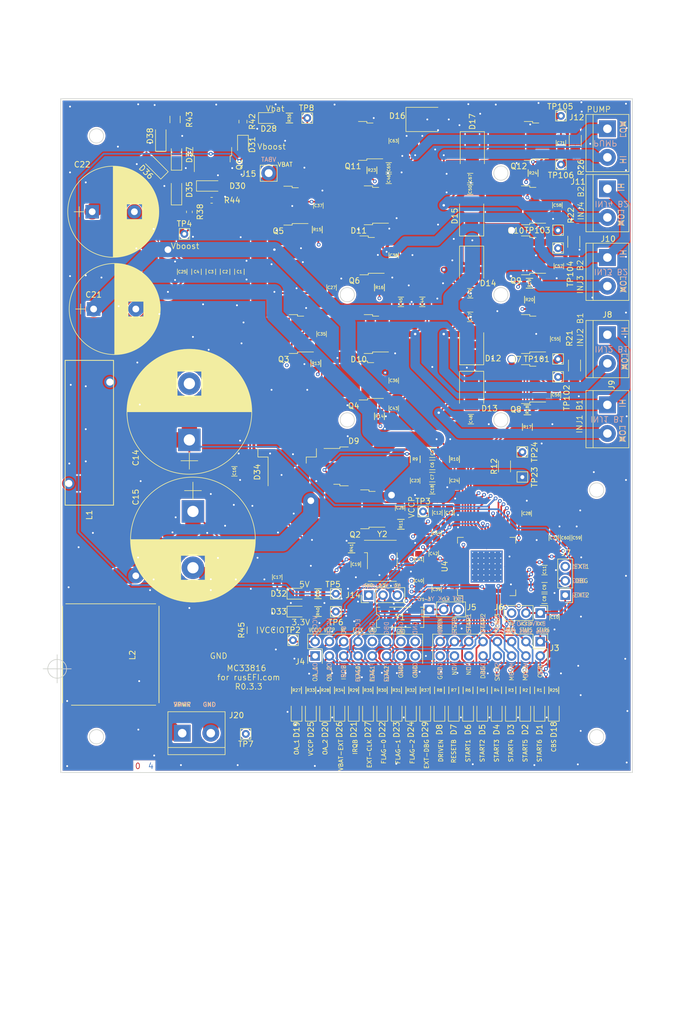
<source format=kicad_pcb>
(kicad_pcb (version 20221018) (generator pcbnew)
  (title_block (title "Common Rail MC33816 board") (date "2020-11-26") (rev "R0.3.3") (company "http://rusefi.com/"))
  (layers (0 "F.Cu" signal) (1 "In1.Cu" power "PWR_AN") (2 "In2.Cu" power "GND") (31 "B.Cu" signal) (34 "B.Paste" user) (35 "F.Paste" user) (36 "B.SilkS" user "B.Silkscreen") (37 "F.SilkS" user "F.Silkscreen") (38 "B.Mask" user) (39 "F.Mask" user) (44 "Edge.Cuts" user))
  (net 0 "")
  (net 1 "GND")
  (net 2 "/5V")
  (net 3 "/3.3V")
  (net 4 "/VCCIO")
  (net 5 "/VCCP")
  (net 6 "/Vbat")
  (net 7 "/Vpwr")
  (net 8 "/Vboost")
  (net 9 "Net-(C23-Pad1)")
  (net 10 "Net-(C24-Pad1)")
  (net 11 "Net-(C26-Pad2)")
  (net 12 "Net-(C35-Pad1)")
  (net 13 "Net-(C36-Pad1)")
  (net 14 "Net-(C37-Pad1)")
  (net 15 "Net-(C38-Pad1)")
  (net 16 "Net-(C39-Pad1)")
  (net 17 "Net-(C40-Pad1)")
  (net 18 "Net-(C41-Pad1)")
  (net 19 "Net-(C42-Pad1)")
  (net 20 "Net-(C55-Pad2)")
  (net 21 "Net-(C56-Pad2)")
  (net 22 "Net-(C57-Pad2)")
  (net 23 "Net-(C58-Pad2)")
  (net 24 "Net-(C63-Pad1)")
  (net 25 "Net-(C64-Pad2)")
  (net 26 "Net-(C71-Pad2)")
  (net 27 "/START6")
  (net 28 "/CSB")
  (net 29 "/START5")
  (net 30 "/MISO")
  (net 31 "/START4")
  (net 32 "/MOSI")
  (net 33 "/START3")
  (net 34 "/SCLK")
  (net 35 "/START2")
  (net 36 "/DBG_EXT2")
  (net 37 "/START1")
  (net 38 "/RESETB")
  (net 39 "/DRVEN")
  (net 40 "/OA_1")
  (net 41 "/OA_2")
  (net 42 "/IRQB")
  (net 43 "/FLAG_0")
  (net 44 "/EXT_CLK")
  (net 45 "/FLAG_1")
  (net 46 "/FLAG_2")
  (net 47 "/DBG_EXT1")
  (net 48 "/VCC2P5")
  (net 49 "/BANK1_BAT")
  (net 50 "/INJ_B1_HIGH")
  (net 51 "/BANK2_BAT")
  (net 52 "/INJ_B2_HIGH")
  (net 53 "/INJ1_LOW")
  (net 54 "/INJ2_LOW")
  (net 55 "/INJ3_LOW")
  (net 56 "/INJ4_LOW")
  (net 57 "/PUMP_HIGH")
  (net 58 "/PUMP_LOW")
  (net 59 "/CLK")
  (net 60 "/DBG")
  (net 61 "/G_LS6")
  (net 62 "/P_SENSE_BOOST")
  (net 63 "/P_B1_SENSE")
  (net 64 "/P_B2_SENSE")
  (net 65 "/P_SENSE_PUMP")
  (net 66 "/G_L_BOOST")
  (net 67 "/G_HB1_BAT")
  (net 68 "/G_HB1_BST")
  (net 69 "/G_HB2_BAT")
  (net 70 "/G_HB2_BST")
  (net 71 "/G_L_INJ1")
  (net 72 "/G_L_INJ2")
  (net 73 "/G_L_INJ3")
  (net 74 "/G_L_INJ4")
  (net 75 "/G_PUMP")
  (net 76 "/Vbuck")
  (net 77 "Net-(D1-Pad2)")
  (net 78 "Net-(D2-Pad2)")
  (net 79 "Net-(D3-Pad2)")
  (net 80 "Net-(D4-Pad2)")
  (net 81 "Net-(D5-Pad2)")
  (net 82 "Net-(D6-Pad2)")
  (net 83 "Net-(D7-Pad2)")
  (net 84 "Net-(D8-Pad2)")
  (net 85 "Net-(D18-Pad2)")
  (net 86 "Net-(D19-Pad2)")
  (net 87 "Net-(D20-Pad2)")
  (net 88 "Net-(D21-Pad2)")
  (net 89 "Net-(D22-Pad2)")
  (net 90 "Net-(D23-Pad2)")
  (net 91 "Net-(D24-Pad2)")
  (net 92 "Net-(D25-Pad2)")
  (net 93 "Net-(D26-Pad2)")
  (net 94 "Net-(D27-Pad2)")
  (net 95 "Net-(D29-Pad2)")
  (net 96 "/VBAT_EXT")
  (net 97 "Net-(D28-Pad2)")
  (net 98 "Net-(D32-Pad2)")
  (net 99 "Net-(D33-Pad2)")
  (net 100 "Net-(R41-Pad2)")
  (net 101 "Net-(D30-Pad1)")
  (net 102 "Net-(D35-Pad2)")
  (net 103 "Net-(D36-Pad2)")
  (net 104 "Net-(D37-Pad2)")
  (net 105 "Net-(D38-Pad2)")
  (net 106 "Net-(D31-Pad1)")
  (net 107 "Net-(D35-Pad1)")
  (net 108 "Net-(Q1-Pad2)")
  (footprint "Capacitors_ThroughHole:CP_Radial_D22.0mm_P10.00mm_SnapIn" (layer "F.Cu") (at 97.79 111.125 -90)
    (fp_text reference "C15")
    (fp_text value "1000uF")
  )
  (footprint "Capacitors_ThroughHole:CP_Radial_D16.0mm_P7.50mm" (layer "F.Cu") (at 80.137 75.184)
    (fp_text reference "C21")
    (fp_text value "390uF")
  )
  (footprint "Package_TO_SOT_SMD:TO-252-2" (layer "F.Cu") (at 127.247 79.629 180)
    (fp_text reference "D10")
    (fp_text value "SBR10200CTL")
  )
  (footprint "Diodes_SMD:D_SMB" (layer "F.Cu") (at 147.32 81.534 90)
    (fp_text reference "D12")
    (fp_text value "STPS2H100UY")
  )
  (footprint "Diodes_SMD:D_SMB" (layer "F.Cu") (at 147.32 89.789 -90)
    (fp_text reference "D13")
    (fp_text value "STPS2H100UY")
  )
  (footprint "Diodes_SMD:D_SMB" (layer "F.Cu") (at 147.32 67.564 -90)
    (fp_text reference "D14")
    (fp_text value "STPS2H100UY")
  )
  (footprint "Diodes_SMD:D_SMB" (layer "F.Cu") (at 139.192 41.529)
    (fp_text reference "D16")
    (fp_text value "STPS2H100UY")
  )
  (footprint "Diodes_SMD:D_SMB" (layer "F.Cu") (at 147.447 47.244 -90)
    (fp_text reference "D17")
    (fp_text value "STPS2H100UY")
  )
  (footprint "Pin_Headers:Pin_Header_Straight_2x08_Pitch2.54mm" (layer "F.Cu") (at 159.512 134.239 -90)
    (fp_text reference "J3")
    (fp_text value "CONN_02X08")
  )
  (footprint "Pin_Headers:Pin_Header_Straight_2x08_Pitch2.54mm" (layer "F.Cu") (at 119.507 136.779 90)
    (fp_text reference "J4")
    (fp_text value "CONN_02X08")
  )
  (footprint "Pin_Headers:Pin_Header_Straight_1x03_Pitch2.54mm" (layer "F.Cu") (at 139.827 128.524 90)
    (fp_text reference "J5")
    (fp_text value "CONN_01X03")
  )
  (footprint "Pin_Headers:Pin_Header_Straight_1x03_Pitch2.54mm" (layer "F.Cu") (at 159.512 129.159 -90)
    (fp_text reference "J6")
    (fp_text value "CONN_01X03")
  )
  (footprint "Terminal_Blocks:TerminalBlock_bornier-2_P5.08mm" (layer "F.Cu") (at 171.45 79.756 -90)
    (fp_text reference "J8")
    (fp_text value "INJ_Term")
  )
  (footprint "TerminalBlock:TerminalBlock_bornier-2_P5.08mm" (layer "F.Cu") (at 171.45 92.202 -90)
    (fp_text reference "J9")
    (fp_text value "INJ_Term")
  )
  (footprint "TerminalBlock:TerminalBlock_bornier-2_P5.08mm" (layer "F.Cu") (at 171.45 66.04 -90)
    (fp_text reference "J10")
    (fp_text value "INJ_Term")
  )
  (footprint "TerminalBlock:TerminalBlock_bornier-2_P5.08mm" (layer "F.Cu") (at 171.45 53.848 -90)
    (fp_text reference "J11")
    (fp_text value "INJ_Term")
  )
  (footprint "Terminal_Blocks:TerminalBlock_bornier-2_P5.08mm" (layer "F.Cu") (at 171.45 43.18 -90)
    (fp_text reference "J12")
    (fp_text value "INJ_Term")
  )
  (footprint "rusefi_lib:IHLP6767GZER100M01" (layer "F.Cu") (at 83.185 136.525 -90)
    (fp_text reference "L2")
    (fp_text value "10uH" hide)
  )
  (footprint "Package_TO_SOT_SMD:TO-252-2" (layer "F.Cu") (at 126.612 110.744 180)
    (fp_text reference "Q2")
    (fp_text value "BUK9230-100B")
  )
  (footprint "Package_TO_SOT_SMD:TO-252-2" (layer "F.Cu") (at 126.358 87.884 180)
    (fp_text reference "Q4")
    (fp_text value "BUK9230-100B")
  )
  (footprint "Package_TO_SOT_SMD:TO-252-2" (layer "F.Cu") (at 112.9595 56.8325 180)
    (fp_text reference "Q5")
    (fp_text value "BUK9230-100B")
  )
  (footprint "Package_TO_SOT_SMD:TO-252-2" (layer "F.Cu") (at 126.485 65.659 180)
    (fp_text reference "Q6")
    (fp_text value "BUK9230-100B")
  )
  (footprint "Package_TO_SOT_SMD:TO-252-2" (layer "F.Cu") (at 155.187 79.629 180)
    (fp_text reference "Q7")
    (fp_text value "BUK9230-100B")
  )
  (footprint "Package_TO_SOT_SMD:TO-252-2" (layer "F.Cu") (at 155.187 88.519 180)
    (fp_text reference "Q8")
    (fp_text value "BUK9230-100B")
  )
  (footprint "Package_TO_SOT_SMD:TO-252-2" (layer "F.Cu") (at 155.187 65.659 180)
    (fp_text reference "Q9")
    (fp_text value "BUK9230-100B")
  )
  (footprint "Package_TO_SOT_SMD:TO-252-2" (layer "F.Cu") (at 155.187 56.769 180)
    (fp_text reference "Q10")
    (fp_text value "BUK9230-100B")
  )
  (footprint "Resistors_SMD:R_1206_HandSoldering" (layer "F.Cu") (at 153.162 103.124 90)
    (fp_text reference "R12")
    (fp_text value "0R010")
  )
  (footprint "Resistors_SMD:R_1206_HandSoldering" (layer "F.Cu") (at 165.608 85.217 -90)
    (fp_text reference "R21")
    (fp_text value "0R010")
  )
  (footprint "Resistors_SMD:R_1206_HandSoldering" (layer "F.Cu") (at 165.481 63.246 -90)
    (fp_text reference "R22")
    (fp_text value "0R010")
  )
  (footprint "Resistors_SMD:R_1206_HandSoldering" (layer "F.Cu") (at 165.735 45.339 -90)
    (fp_text reference "R26")
    (fp_text value "0R010")
  )
  (footprint "Connector_Pin:Pin_D0.7mm_L6.5mm_W1.8mm_FlatFork" (layer "F.Cu") (at 156.337 105.029 -90)
    (fp_text reference "TP23")
    (fp_text value "CONN_01X01")
  )
  (footprint "Connector_Pin:Pin_D0.7mm_L6.5mm_W1.8mm_FlatFork" (layer "F.Cu") (at 156.337 100.584 -90)
    (fp_text reference "TP24")
    (fp_text value "CONN_01X01")
  )
  (footprint "Connector_Pin:Pin_D0.7mm_L6.5mm_W1.8mm_FlatFork" (layer "F.Cu") (at 162.687 84.074 -90)
    (fp_text reference "TP101")
    (fp_text value "CONN_01X01")
  )
  (footprint "Connector_Pin:Pin_D0.7mm_L6.5mm_W1.8mm_FlatFork" (layer "F.Cu") (at 162.687 87.249 -90)
    (fp_text reference "TP102")
    (fp_text value "CONN_01X01")
  )
  (footprint "Connector_Pin:Pin_D0.7mm_L6.5mm_W1.8mm_FlatFork" (layer "F.Cu") (at 162.687 61.214 -90)
    (fp_text reference "TP103")
    (fp_text value "CONN_01X01")
  )
  (footprint "Connector_Pin:Pin_D0.7mm_L6.5mm_W1.8mm_FlatFork" (layer "F.Cu") (at 162.687 64.389 -90)
    (fp_text reference "TP104")
    (fp_text value "CONN_01X01")
  )
  (footprint "Connector_Pin:Pin_D0.7mm_L6.5mm_W1.8mm_FlatFork" (layer "F.Cu") (at 163.195 40.894 -90)
    (fp_text reference "TP105")
    (fp_text value "CONN_01X01")
  )
  (footprint "Connector_Pin:Pin_D0.7mm_L6.5mm_W1.8mm_FlatFork" (layer "F.Cu") (at 163.195 49.53 -90)
    (fp_text reference "TP106")
    (fp_text value "CONN_01X01")
  )
  (footprint "Crystals:Crystal_SMD_SeikoEpson_MC306-4pin_8.0x3.2mm" (layer "F.Cu") (at 134.62 129.921)
    (fp_text reference "Y1")
    (fp_text value "1MHz")
  )
  (footprint "rusefi_lib:C_0805" (layer "F.Cu") (at 160.274 126.619)
    (fp_text reference "C8")
    (fp_text value "0.1uF" hide)
  )
  (footprint "rusefi_lib:C_0805" (layer "F.Cu") (at 160.274 124.587)
    (fp_text reference "C9")
    (fp_text value "1uF" hide)
  )
  (footprint "rusefi_lib:C_0805" (layer "F.Cu") (at 162.052 129.921 -90)
    (fp_text reference "C10")
    (fp_text value "0.1uF" hide)
  )
  (footprint "rusefi_lib:C_0805" (layer "F.Cu") (at 160.274 121.539)
    (fp_text reference "C11")
    (fp_text value "0.1uF" hide)
  )
  (footprint "rusefi_lib:C_0805" (layer "F.Cu") (at 141.224 111.379 90)
    (fp_text reference "C12")
    (fp_text value "4.7uF" hide)
  )
  (footprint "rusefi_lib:C_0805" (layer "F.Cu") (at 143.383 111.363 90)
    (fp_text reference "C13")
    (fp_text value "0.1uF" hide)
  )
  (footprint "rusefi_lib:C_0805" (layer "F.Cu") (at 105.156 104.013)
    (fp_text reference "C16")
    (fp_text value "220nF" hide)
  )
  (footprint "rusefi_lib:C_0805" (layer "F.Cu") (at 112.776 122.809 -90)
    (fp_text reference "C17")
    (fp_text value "220nF" hide)
  )
  (footprint "rusefi_lib:C_0805" (layer "F.Cu") (at 137.287 105.664 -90)
    (fp_text reference "C23")
    (fp_text value "330pF" hide)
  )
  (footprint "rusefi_lib:C_0805" (layer "F.Cu") (at 144.272 105.664 -90)
    (fp_text reference "C24")
    (fp_text value "330pF" hide)
  )
  (footprint "rusefi_lib:C_0805" (layer "F.Cu") (at 95.885 68.58 -90)
    (fp_text reference "C25")
    (fp_text value "0.22uF" hide)
  )
  (footprint "rusefi_lib:C_0805" (layer "F.Cu") (at 122.428 71.374 -90)
    (fp_text reference "C27")
    (fp_text value "0.22uF" hide)
  )
  (footprint "rusefi_lib:C_0805" (layer "F.Cu") (at 157.099 111.49 90)
    (fp_text reference "C28")
    (fp_text value "330pF" hide)
  )
  (footprint "rusefi_lib:C_0805" (layer "F.Cu") (at 120.65 79.629 90)
    (fp_text reference "C35")
    (fp_text value "1000pF" hide)
  )
  (footprint "rusefi_lib:C_0805" (layer "F.Cu") (at 120.0785 56.8325 90)
    (fp_text reference "C37")
    (fp_text value "1000pF" hide)
  )
  (footprint "rusefi_lib:C_0805" (layer "F.Cu") (at 133.477 65.659 90)
    (fp_text reference "C38")
    (fp_text value "1000pF" hide)
  )
  (footprint "rusefi_lib:C_0805" (layer "F.Cu") (at 141.097 124.968 -90)
    (fp_text reference "C39")
    (fp_text value "0.33uF" hide)
  )
  (footprint "rusefi_lib:C_0805" (layer "F.Cu") (at 137.922 123.444 -90)
    (fp_text reference "C40")
    (fp_text value "0.33uF" hide)
  )
  (footprint "rusefi_lib:C_0805" (layer "F.Cu") (at 137.922 119.634 -90)
    (fp_text reference "C41")
    (fp_text value "0.33uF" hide)
  )
  (footprint "rusefi_lib:C_0805" (layer "F.Cu") (at 140.589 118.618 -90)
    (fp_text reference "C42")
    (fp_text value "0.33uF" hide)
  )
  (footprint "rusefi_lib:C_0805" (layer "F.Cu") (at 133.477 92.837 -90)
    (fp_text reference "C43")
    (fp_text value "4700pF" hide)
  )
  (footprint "rusefi_lib:C_0805" (layer "F.Cu") (at 138.557 73.914 180)
    (fp_text reference "C44")
    (fp_text value "4700pF" hide)
  )
  (footprint "rusefi_lib:C_0805" (layer "F.Cu") (at 134.747 73.914)
    (fp_text reference "C45")
    (fp_text value "4700pF" hide)
  )
  (footprint "rusefi_lib:C_0805" (layer "F.Cu") (at 132.588 52.07 180)
    (fp_text reference "C46")
    (fp_text value "4700pF" hide)
  )
  (footprint "rusefi_lib:C_0805" (layer "F.Cu") (at 147.066 76.581)
    (fp_text reference "C47")
    (fp_text value "4700pF" hide)
  )
  (footprint "rusefi_lib:C_0805" (layer "F.Cu") (at 147.193 94.742)
    (fp_text reference "C48")
    (fp_text value "4700pF" hide)
  )
  (footprint "rusefi_lib:C_0805" (layer "F.Cu") (at 147.066 72.39)
    (fp_text reference "C49")
    (fp_text value "4700pF" hide)
  )
  (footprint "rusefi_lib:C_0805" (layer "F.Cu") (at 147.066 53.975)
    (fp_text reference "C50")
    (fp_text value "4700pF" hide)
  )
  (footprint "rusefi_lib:C_0805" (layer "F.Cu") (at 162.179 80.518 -90)
    (fp_text reference "C55")
    (fp_text value "1000pF" hide)
  )
  (footprint "rusefi_lib:C_0805" (layer "F.Cu") (at 162.306 90.424 -90)
    (fp_text reference "C56")
    (fp_text value "1000pF" hide)
  )
  (footprint "rusefi_lib:C_0805" (layer "F.Cu") (at 162.814 67.58 -90)
    (fp_text reference "C57")
    (fp_text value "1000pF" hide)
  )
  (footprint "rusefi_lib:C_0805" (layer "F.Cu") (at 162.56 56.769 -90)
    (fp_text reference "C58")
    (fp_text value "1000pF" hide)
  )
  (footprint "rusefi_lib:C_0805" (layer "F.Cu") (at 165.989 115.824 90)
    (fp_text reference "C59")
    (fp_text value "330pF" hide)
  )
  (footprint "rusefi_lib:C_0805" (layer "F.Cu") (at 163.957 115.824 90)
    (fp_text reference "C60")
    (fp_text value "330pF" hide)
  )
  (footprint "rusefi_lib:C_0805" (layer "F.Cu") (at 133.477 45.339 90)
    (fp_text reference "C63")
    (fp_text value "1000pF" hide)
  )
  (footprint "rusefi_lib:C_0805" (layer "F.Cu") (at 132.588 50.038 180)
    (fp_text reference "C65")
    (fp_text value "4700pF" hide)
  )
  (footprint "rusefi_lib:C_0805" (layer "F.Cu") (at 147.066 51.943)
    (fp_text reference "C67")
    (fp_text value "4700pF" hide)
  )
  (footprint "rusefi_lib:C_0805" (layer "F.Cu") (at 163.195 45.72 -90)
    (fp_text reference "C71")
    (fp_text value "1000pF" hide)
  )
  (footprint "rusefi_lib:C_0805" (layer "F.Cu") (at 161.925 115.824 90)
    (fp_text reference "C73")
    (fp_text value "330pF" hide)
  )
  (footprint "rusefi_lib:R_0805" (layer "F.Cu") (at 137.287 101.854 -90)
    (fp_text reference "R9")
    (fp_text value "5.1R" hide)
  )
  (footprint "rusefi_lib:R_0805" (layer "F.Cu") (at 144.272 101.854 -90)
    (fp_text reference "R10")
    (fp_text value "5.1R" hide)
  )
  (footprint "rusefi_lib:R_0805" (layer "F.Cu") (at 134.747 113.411)
    (fp_text reference "R11")
    (fp_text value "10R" hide)
  )
  (footprint "rusefi_lib:R_0805" (layer "F.Cu") (at 119.634 84.836 -90)
    (fp_text reference "R13")
    (fp_text value "10R" hide)
  )
  (footprint "rusefi_lib:R_0805" (layer "F.Cu") (at 130.937 94.234 -90)
    (fp_text reference "R14")
    (fp_text value "10R" hide)
  )
  (footprint "rusefi_lib:R_0805" (layer "F.Cu") (at 119.888 61.087 -90)
    (fp_text reference "R15")
    (fp_text value "10R" hide)
  )
  (footprint "rusefi_lib:R_0805" (layer "F.Cu") (at 130.937 71.374 -90)
    (fp_text reference "R16")
    (fp_text value "10R" hide)
  )
  (footprint "rusefi_lib:R_0805" (layer "F.Cu") (at 157.226 96.139 -90)
    (fp_text reference "R17")
    (fp_text value "10R" hide)
  )
  (footprint "rusefi_lib:R_0805" (layer "F.Cu") (at 129.6035 50.546 -90)
    (fp_text reference "R23")
    (fp_text value "10R" hide)
  )
  (footprint "rusefi_lib:R_0805" (layer "F.Cu") (at 158.242 51.054 -90)
    (fp_text reference "R24")
    (fp_text value "10R" hide)
  )
  (footprint "rusefi_lib:C_0805" (layer "F.Cu") (at 134.62 110.49 -90)
    (fp_text reference "C26")
    (fp_text value "470pF" hide)
  )
  (footprint "Pin_Headers:Pin_Header_Straight_1x03_Pitch2.54mm" (layer "F.Cu") (at 129.032 125.984 90)
    (fp_text reference "J14")
    (fp_text value "CONN_01X03")
  )
  (footprint "Connector_Pin:Pin_D1.4mm_L8.5mm_W2.8mm_FlatFork" (layer "F.Cu") (at 111.252 51.054)
    (fp_text reference "J15")
    (fp_text value "CONN_01X01")
  )
  (footprint "rusefi_lib:HTQFP-64-1EP_10x10mm_Pitch0.5mm_ThermalPad_for_MC33816" (layer "F.Cu") (at 149.987 120.904 90)
    (fp_text reference "U4")
    (fp_text value "MC33816")
  )
  (footprint "TerminalBlock:TerminalBlock_bornier-2_P5.08mm" (layer "F.Cu") (at 95.885 150.495)
    (fp_text reference "J20")
    (fp_text value "Conn_01x02")
  )
  (footprint "Package_TO_SOT_SMD:TO-252-2" (layer "F.Cu") (at 155.695 45.339 180)
    (fp_text reference "Q12")
    (fp_text value "BUK9230-100B")
  )
  (footprint "rusefi_lib:R_0805" (layer "F.Cu") (at 157.607 73.533 -90)
    (fp_text reference "R20")
    (fp_text value "10R" hide)
  )
  (footprint "rusefi_lib:R_0805" (layer "F.Cu") (at 157.607 70.612 180)
    (fp_text reference "R19")
    (fp_text value "10R" hide)
  )
  (footprint "Package_TO_SOT_SMD:TO-252-2" (layer "F.Cu") (at 113.912 79.629 180)
    (fp_text reference "Q3")
    (fp_text value "BUK9230-100B")
  )
  (footprint "rusefi_lib:R_0805" (layer "F.Cu") (at 157.226 93.091 180)
    (fp_text reference "R18")
    (fp_text value "10R" hide)
  )
  (footprint "rusefi_lib:C_0805" (layer "F.Cu") (at 133.477 87.884 90)
    (fp_text reference "C36")
    (fp_text value "1000pF" hide)
  )
  (footprint "Capacitors_ThroughHole:CP_Radial_D16.0mm_P7.50mm" (layer "F.Cu") (at 79.883 57.912)
    (fp_text reference "C22")
    (fp_text value "390uF")
  )
  (footprint "Pin_Headers:Pin_Header_Straight_1x03_Pitch2.54mm" (layer "F.Cu") (at 163.957 125.984 180)
    (fp_text reference "J7")
    (fp_text value "CONN_01X03")
  )
  (footprint "Capacitors_ThroughHole:CP_Radial_D22.0mm_P10.00mm_SnapIn" (layer "F.Cu") (at 97.155 98.425 90)
    (fp_text reference "C14")
    (fp_text value "1000uF")
  )
  (footprint "rusefi_lib:744710610-Inductor" (layer "F.Cu") (at 79.375 97.155 90)
    (fp_text reference "L1")
    (fp_text value "6uH" hide)
  )
  (footprint "LED_SMD:LED_0805_2012Metric" (layer "F.Cu") (at 159.385 146.685 90)
    (fp_text reference "D1")
    (fp_text value "LED_Small")
  )
  (footprint "LED_SMD:LED_0805_2012Metric" (layer "F.Cu") (at 156.845 146.685 90)
    (fp_text reference "D2")
    (fp_text value "LED_Small")
  )
  (footprint "LED_SMD:LED_0805_2012Metric" (layer "F.Cu") (at 154.305 146.685 90)
    (fp_text reference "D3")
    (fp_text value "LED_Small")
  )
  (footprint "LED_SMD:LED_0805_2012Metric" (layer "F.Cu") (at 151.765 146.685 90)
    (fp_text reference "D4")
    (fp_text value "LED_Small")
  )
  (footprint "LED_SMD:LED_0805_2012Metric" (layer "F.Cu") (at 149.225 146.685 90)
    (fp_text reference "D5")
    (fp_text value "LED_Small")
  )
  (footprint "LED_SMD:LED_0805_2012Metric" (layer "F.Cu") (at 146.685 146.685 90)
    (fp_text reference "D6")
    (fp_text value "LED_Small")
  )
  (footprint "LED_SMD:LED_0805_2012Metric" (layer "F.Cu") (at 144.145 146.685 90)
    (fp_text reference "D7")
    (fp_text value "LED_Small")
  )
  (footprint "LED_SMD:LED_0805_2012Metric" (layer "F.Cu") (at 141.605 146.685 90)
    (fp_text reference "D8")
    (fp_text value "LED_Small")
  )
  (footprint "LED_SMD:LED_0805_2012Metric" (layer "F.Cu") (at 161.925 146.685 90)
    (fp_text reference "D18")
    (fp_text value "LED_Small")
  )
  (footprint "LED_SMD:LED_0805_2012Metric" (layer "F.Cu") (at 116.205 146.685 90)
    (fp_text reference "D19")
    (fp_text value "LED_Small")
  )
  (footprint "LED_SMD:LED_0805_2012Metric" (layer "F.Cu") (at 121.285 146.685 90)
    (fp_text reference "D20")
    (fp_text value "LED_Small")
  )
  (footprint "LED_SMD:LED_0805_2012Metric" (layer "F.Cu") (at 126.365 146.685 90)
    (fp_text reference "D21")
    (fp_text value "LED_Small")
  )
  (footprint "LED_SMD:LED_0805_2012Metric" (layer "F.Cu") (at 131.445 146.685 90)
    (fp_text reference "D22")
    (fp_text value "LED_Small")
  )
  (footprint "LED_SMD:LED_0805_2012Metric" (layer "F.Cu") (at 133.985 146.685 90)
    (fp_text reference "D23")
    (fp_text value "LED_Small")
  )
  (footprint "LED_SMD:LED_0805_2012Metric" (layer "F.Cu") (at 136.525 146.685 90)
    (fp_text reference "D24")
    (fp_text value "LED_Small")
  )
  (footprint "LED_SMD:LED_0805_2012Metric" (layer "F.Cu") (at 118.745 146.685 90)
    (fp_text reference "D25")
    (fp_text value "LED_Small")
  )
  (footprint "LED_SMD:LED_0805_2012Metric" (layer "F.Cu") (at 123.825 146.685 90)
    (fp_text reference "D26")
    (fp_text value "LED_Small")
  )
  (footprint "LED_SMD:LED_0805_2012Metric" (layer "F.Cu") (at 128.905 146.685 90)
    (fp_text reference "D27")
    (fp_text value "LED_Small")
  )
  (footprint "LED_SMD:LED_0805_2012Metric" (layer "F.Cu") (at 139.065 146.685 90)
    (fp_text reference "D29")
    (fp_text value "LED_Small")
  )
  (footprint "rusefi_lib:R_0805" (layer "F.Cu") (at 159.385 142.875 90)
    (fp_text reference "R1")
    (fp_text value "1k" hide)
  )
  (footprint "rusefi_lib:R_0805" (layer "F.Cu") (at 156.845 142.875 90)
    (fp_text reference "R2")
    (fp_text value "1k" hide)
  )
  (footprint "rusefi_lib:R_0805" (layer "F.Cu") (at 154.305 142.875 90)
    (fp_text reference "R3")
    (fp_text value "1k" hide)
  )
  (footprint "rusefi_lib:R_0805" (layer "F.Cu") (at 151.765 142.875 90)
    (fp_text reference "R4")
    (fp_text value "1k" hide)
  )
  (footprint "rusefi_lib:R_0805" (layer "F.Cu") (at 149.225 142.875 90)
    (fp_text reference "R5")
    (fp_text value "1k" hide)
  )
  (footprint "rusefi_lib:R_0805" (layer "F.Cu") (at 146.685 142.875 90)
    (fp_text reference "R6")
    (fp_text value "1k" hide)
  )
  (footprint "rusefi_lib:R_0805" (layer "F.Cu") (at 144.145 142.875 90)
    (fp_text reference "R7")
    (fp_text value "1k" hide)
  )
  (footprint "rusefi_lib:R_0805" (layer "F.Cu") (at 141.605 142.875 90)
    (fp_text reference "R8")
    (fp_text value "1k" hide)
  )
  (footprint "rusefi_lib:R_0805" (layer "F.Cu") (at 161.925 142.875 90)
    (fp_text reference "R25")
    (fp_text value "1k" hide)
  )
  (footprint "rusefi_lib:R_0805" (layer "F.Cu") (at 121.285 142.875 90)
    (fp_text reference "R28")
    (fp_text value "1k" hide)
  )
  (footprint "rusefi_lib:R_0805" (layer "F.Cu") (at 126.365 142.875 90)
    (fp_text reference "R29")
    (fp_text value "1k" hide)
  )
  (footprint "rusefi_lib:R_0805" (layer "F.Cu") (at 131.445 142.875 90)
    (fp_text reference "R30")
    (fp_text value "1k" hide)
  )
  (footprint "rusefi_lib:R_0805" (layer "F.Cu") (at 133.985 142.875 90)
    (fp_text reference "R31")
    (fp_text value "1k" hide)
  )
  (footprint "rusefi_lib:R_0805" (layer "F.Cu") (at 118.745 142.875 90)
    (fp_text reference "R33")
    (fp_text value "1k" hide)
  )
  (footprint "rusefi_lib:R_0805" (layer "F.Cu") (at 123.825 142.875 90)
    (fp_text reference "R34")
    (fp_text value "1k" hide)
  )
  (footprint "rusefi_lib:R_0805" (layer "F.Cu") (at 128.905 142.875 90)
    (fp_text reference "R35")
    (fp_text value "1k" hide)
  )
  (footprint "rusefi_lib:R_0805" (layer "F.Cu") (at 116.205 142.875 90)
    (fp_text reference "R27")
    (fp_text value "1k" hide)
  )
  (footprint "rusefi_lib:R_0805" (layer "F.Cu") (at 139.065 142.875 90)
    (fp_text reference "R37")
    (fp_text value "1k" hide)
  )
  (footprint "rusefi_lib:R_0805" (layer "F.Cu") (at 136.525 142.875 90)
    (fp_text reference "R32")
    (fp_text value "1k" hide)
  )
  (footprint "rusefi_lib:C_0805" (layer "F.Cu") (at 141.097 114.9858 90)
    (fp_text reference "C64")
    (fp_text value "0.33uF" hide)
  )
  (footprint "LED_SMD:LED_0805_2012Metric" (layer "F.Cu") (at 111.125 41.275)
    (fp_text reference "D28")
    (fp_text value "LED_Small")
  )
  (footprint "LED_SMD:LED_0805_2012Metric" (layer "F.Cu") (at 116.205 125.73)
    (fp_text reference "D32")
    (fp_text value "LED_Small")
  )
  (footprint "LED_SMD:LED_0805_2012Metric" (layer "F.Cu") (at 116.205 128.905)
    (fp_text reference "D33")
    (fp_text value "LED_Small")
  )
  (footprint "rusefi_lib:R_0805" (layer "F.Cu") (at 114.935 41.275)
    (fp_text reference "R36")
    (fp_text value "1k" hide)
  )
  (footprint "rusefi_lib:R_0805" (layer "F.Cu") (at 120.015 125.73)
    (fp_text reference "R39")
    (fp_text value "1k" hide)
  )
  (footprint "rusefi_lib:R_0805" (layer "F.Cu") (at 120.015 128.905)
    (fp_text reference "R40")
    (fp_text value "1k" hide)
  )
  (footprint "Connector_Pin:Pin_D0.7mm_L6.5mm_W1.8mm_FlatFork" (layer "F.Cu") (at 115.57 133.985 180)
    (fp_text reference "TP2")
    (fp_text value "CONN_01X01")
  )
  (footprint "Connector_Pin:Pin_D0.7mm_L6.5mm_W1.8mm_FlatFork" (layer "F.Cu") (at 138.684 111.125 180)
    (fp_text reference "TP3")
    (fp_text value "CONN_01X01")
  )
  (footprint "Connector_Pin:Pin_D0.7mm_L6.5mm_W1.8mm_FlatFork" (layer "F.Cu") (at 123.19 125.73 90)
    (fp_text reference "TP5")
    (fp_text value "CONN_01X01")
  )
  (footprint "Connector_Pin:Pin_D0.7mm_L6.5mm_W1.8mm_FlatFork" (layer "F.Cu") (at 123.19 128.905 90)
    (fp_text reference "TP6")
    (fp_text value "CONN_01X01")
  )
  (footprint "Connector_Pin:Pin_D0.7mm_L6.5mm_W1.8mm_FlatFork" (layer "F.Cu") (at 107.188 150.622)
    (fp_text reference "TP7")
    (fp_text value "CONN_01X01")
  )
  (footprint "Connector_Pin:Pin_D0.7mm_L6.5mm_W1.8mm_FlatFork" (layer "F.Cu") (at 118.11 41.275 90)
    (fp_text reference "TP8")
    (fp_text value "CONN_01X01")
  )
  (footprint "Connector_Pin:Pin_D0.7mm_L6.5mm_W1.8mm_FlatFork" (layer "F.Cu") (at 96.266 61.849 180)
    (fp_text reference "TP4")
    (fp_text value "CONN_01X01")
  )
  (footprint "Diodes_SMD:D_SMB" (layer "F.Cu") (at 147.32 58.674 90)
    (fp_text reference "D15")
    (fp_text value "STPS2H100UY")
  )
  (footprint "rusefi_lib:C_0805" (layer "F.Cu") (at 103.505 68.58 -90)
    (fp_text reference "C2")
    (fp_text value "10nF" hide)
  )
  (footprint "rusefi_lib:C_0805" (layer "F.Cu") (at 100.965 68.58 -90)
    (fp_text reference "C3")
    (fp_text value "100nF" hide)
  )
  (footprint "rusefi_lib:C_0805" (layer "F.Cu") (at 98.425 68.58 -90)
    (fp_text reference "C4")
    (fp_text value "10nF" hide)
  )
  (footprint "Package_TO_SOT_SMD:TO-263-2" (layer "F.Cu") (at 114.535 98.51 90)
    (fp_text reference "D34")
    (fp_text value "STTH802G-TR")
  )
  (footprint "rusefi_lib:C_0805" (layer "F.Cu") (at 106.045 68.58 -90)
    (fp_text reference "C1")
    (fp_text value "100nF" hide)
  )
  (footprint "Package_TO_SOT_SMD:TO-252-2" (layer "F.Cu") (at 126.231 45.339 180)
    (fp_text reference "Q11")
    (fp_text value "BUK9230-100B")
  )
  (footprint "rusefi_lib:C_0805" (layer "F.Cu") (at 140.335 100.711 180)
    (fp_text reference "C5")
    (fp_text value "100nF" hide)
  )
  (footprint "rusefi_lib:C_0805" (layer "F.Cu") (at 140.335 102.87 180)
    (fp_text reference "C6")
    (fp_text value "10nF" hide)
  )
  (footprint "rusefi_lib:C_0805" (layer "F.Cu") (at 140.335 105.029 180)
    (fp_text reference "C7")
    (fp_text value "100nF" hide)
  )
  (footprint "rusefi_lib:C_0805" (layer "F.Cu") (at 140.335 107.188 180)
    (fp_text reference "C18")
    (fp_text value "10nF" hide)
  )
  (footprint "Package_TO_SOT_SMD:TO-252-2" (layer "F.Cu") (at 126.375 103.124)
    (fp_text reference "D9")
    (fp_text value "FFD10UP20S")
  )
  (footprint "Package_TO_SOT_SMD:TO-252-2" (layer "F.Cu") (at 127.247 56.769 180)
    (fp_text reference "D11")
    (fp_text value "SBR10200CTL")
  )
  (footprint "Oscillator:Oscillator_SMD_Diodes_FN-4Pin_7.0x5.0mm" (layer "F.Cu") (at 131.445 119.888)
    (fp_text reference "Y2")
    (fp_text value "1MHz")
  )
  (footprint "rusefi_lib:R_0805" (layer "F.Cu") (at 125.984 117.602)
    (fp_text reference "R41")
    (fp_text value "10R" hide)
  )
  (footprint "rusefi_lib:C_0805" (layer "F.Cu") (at 126.746 120.523 -90)
    (fp_text reference "C19")
    (fp_text value "1000pF" hide)
  )
  (footprint "Resistor_SMD:R_0603_1608Metric" (layer "F.Cu") (at 101.1175 55.88 180)
    (fp_text reference "R44")
    (fp_text value "10k")
  )
  (footprint "Resistor_SMD:R_1206_3216Metric_Pad1.42x1.75mm_HandSolder" (layer "F.Cu") (at 94.615 41.533 90)
    (fp_text reference "R43")
    (fp_text value "0R010")
  )
  (footprint "Diode_SMD:D_MicroMELF_Handsoldering" (layer "F.Cu") (at 92.075 44.45 90)
    (fp_text reference "D38")
    (fp_text value "5.7V")
  )
  (footprint "Diode_SMD:D_MicroMELF_Handsoldering" (layer "F.Cu") (at 90.805 49.53 135)
    (fp_text reference "D36")
    (fp_text value "5.7V")
  )
  (footprint "Diode_SMD:D_MicroMELF_Handsoldering" (layer "F.Cu") (at 94.869 53.975 90)
    (fp_text reference "D35")
    (fp_text value "5.7V")
  )
  (footprint "Package_TO_SOT_SMD:TO-252-2" (layer "F.Cu") (at 101.22 45.51 90)
    (fp_text reference "Q1")
    (fp_text value "BUK9230-100B")
  )
  (footprint "Diode_SMD:D_MicroMELF_Handsoldering" (layer "F.Cu") (at 94.869 47.805 90)
    (fp_text reference "D37")
    (fp_text value "5.7V")
  )
  (footprint "Resistor_SMD:R_0805_2012Metric" (layer "F.Cu") (at 106.68 41.91 -90)
    (fp_text reference "R42")
    (fp_text value "1k")
  )
  (footprint "Resistor_SMD:R_0603_1608Metric" (layer "F.Cu") (at 97.155 57.9375 -90)
    (fp_text reference "R38")
    (fp_text value "10k")
  )
  (footprint "Diode_SMD:D_MicroMELF_Handsoldering" (layer "F.Cu") (at 101.145 53.34)
    (fp_text reference "D30")
    (fp_text value "5.7V")
  )
  (footprint "LED_SMD:LED_0805_2012Metric" (layer "F.Cu") (at 106.68 46.0225 -90)
    (fp_text reference "D31")
    (fp_text value "LED_Small")
  )
  (footprint "Resistor_SMD:R_1206_3216Metric_Pad1.42x1.75mm_HandSolder" (layer "F.Cu") (at 108.331 132.207 -90)
    (fp_text reference "R45")
    (fp_text value "0R010")
  )
  (gr_circle (center 152.527 51.054) (end 152.527 49.784) (stroke (width 0.127)) (fill none) (layer "Edge.Cuts"))
  (gr_circle (center 152.527 72.644) (end 152.527 71.374) (stroke (width 0.127)) (fill none) (layer "Edge.Cuts"))
  (gr_circle (center 125.222 72.644) (end 125.222 71.374) (stroke (width 0.127)) (fill none) (layer "Edge.Cuts"))
  (gr_circle (center 152.527 94.869) (end 152.527 93.599) (stroke (width 0.127)) (fill none) (layer "Edge.Cuts"))
  (gr_circle (center 125.222 94.869) (end 125.222 93.599) (stroke (width 0.127)) (fill none) (layer "Edge.Cuts"))
  (gr_circle (center 169.545 151.13) (end 169.545 149.86) (stroke (width 0.127)) (fill none) (layer "Edge.Cuts"))
  (gr_line (start 74.295 37.846) (end 74.295 157.48) (stroke (width 0.127)) (layer "Edge.Cuts"))
  (gr_line (start 74.295 157.48) (end 175.895 157.48) (stroke (width 0.127)) (layer "Edge.Cuts"))
  (gr_circle (center 169.545 107.315) (end 169.545 106.045) (stroke (width 0.127)) (fill none) (layer "Edge.Cuts"))
  (gr_circle (center 80.645 151.13) (end 80.645 149.86) (stroke (width 0.127)) (fill none) (layer "Edge.Cuts"))
  (gr_line (start 175.895 37.846) (end 74.295 37.846) (stroke (width 0.127)) (layer "Edge.Cuts"))
  (gr_circle (center 80.645 44.45) (end 80.645 43.18) (stroke (width 0.127)) (fill none) (layer "Edge.Cuts"))
  (gr_line (start 175.895 157.48) (end 175.895 37.846) (stroke (width 0.127)) (layer "Edge.Cuts"))
  (gr_text "0   " (at 89.154 156.337) (layer "F.Cu") (effects (font (size 1.016 1.016) (thickness 0.127))))
  (gr_text "   4" (at 89.154 156.337) (layer "B.Cu") (effects (font (size 1.016 1.016) (thickness 0.127))))
  (gr_text "VPWR" (at 95.885 145.415) (layer "B.SilkS") (effects (font (size 0.762 0.762) (thickness 0.127)) (justify mirror)))
  (gr_text "GND" (at 100.711 145.415) (layer "B.SilkS") (effects (font (size 0.762 0.762) (thickness 0.127)) (justify mirror)))
  (gr_text "VBAT" (at 111.252 48.641) (layer "B.SilkS") (effects (font (size 0.762 0.762) (thickness 0.127)) (justify mirror)))
  (gr_text "INJ1 B1" (at 171.45 94.742 180) (layer "B.SilkS") (effects (font (size 1.016 1.016) (thickness 0.127)) (justify mirror)))
  (gr_text "HI    LOW" (at 174.117 94.996 90) (layer "B.SilkS") (effects (font (size 1.016 1.016) (thickness 0.127)) (justify mirror)))
  (gr_text "PUMP" (at 171.069 45.72 180) (layer "B.SilkS") (effects (font (size 1.016 1.016) (thickness 0.127)) (justify mirror)))
  (gr_text "RSTB" (at 144.272 131.699 90) (layer "B.SilkS") (effects (font (size 0.762 0.762) (thickness 0.1016)) (justify mirror)))
  (gr_text "STAR3" (at 151.892 131.318 90) (layer "B.SilkS") (effects (font (size 0.762 0.762) (thickness 0.1016)) (justify mirror)))
  (gr_text "VCCP" (at 122.047 131.572 90) (layer "B.SilkS") (effects (font (size 0.762 0.762) (thickness 0.1016)) (justify mirror)))
  (gr_text "GND" (at 137.287 131.826 90) (layer "B.SilkS") (effects (font (size 0.762 0.762) (thickness 0.1016)) (justify mirror)))
  (gr_text "5V" (at 134.112 124.46) (layer "B.SilkS") (effects (font (size 0.762 0.762) (thickness 0.1016)) (justify mirror)))
  (gr_text "STAR1" (at 146.812 131.318 90) (layer "B.SilkS") (effects (font (size 0.762 0.762) (thickness 0.1016)) (justify mirror)))
  (gr_text "VCCIO" (at 156.972 131.064) (layer "B.SilkS") (effects (font (size 0.762 0.762) (thickness 0.1016)) (justify mirror)))
  (gr_text "MOSI" (at 154.432 139.319 90) (layer "B.SilkS") (effects (font (size 0.762 0.762) (thickness 0.1016)) (justify mirror)))
  (gr_text "GND" (at 129.032 124.46) (layer "B.SilkS") (effects (font (size 0.762 0.762) (thickness 0.1016)) (justify mirror)))
  (gr_text "HI    LOW" (at 174.244 68.453 90) (layer "B.SilkS") (effects (font (size 1.016 1.016) (thickness 0.127)) (justify mirror)))
  (gr_text "STAR4" (at 154.051 132.461) (layer "B.SilkS") (effects (font (size 0.762 0.508) (thickness 0.1016)) (justify mirror)))
  (gr_text "DRVEN" (at 141.732 131.826 90) (layer "B.SilkS") (effects (font (size 0.762 0.508) (thickness 0.1016)) (justify mirror)))
  (gr_text "GND" (at 134.747 131.826 90) (layer "B.SilkS") (effects (font (size 0.762 0.762) (thickness 0.1016)) (justify mirror)))
  (gr_text "NC" (at 144.272 138.684 90) (layer "B.SilkS") (effects (font (size 0.762 0.762) (thickness 0.1016)) (justify mirror)))
  (gr_text "DBG" (at 149.352 139.065 90) (layer "B.SilkS") (effects (font (size 0.762 0.762) (thickness 0.1016)) (justify mirror)))
  (gr_text "EXT2" (at 166.497 125.984) (layer "B.SilkS") (effects (font (size 0.762 0.762) (thickness 0.1016)) (justify mirror)))
  (gr_text "FLAG0" (at 127.127 139.7 90) (layer "B.SilkS") (effects (font (size 0.762 0.762) (thickness 0.1016)) (justify mirror)))
  (gr_text "INJ2 B1" (at 172.212 82.296 180) (layer "B.SilkS") (effects (font (size 1.016 1.016) (thickness 0.127)) (justify mirror)))
  (gr_text "NC" (at 146.812 138.684 90) (layer "B.SilkS") (effects (font (size 0.762 0.762) (thickness 0.1016)) (justify mirror)))
  (gr_text "MISO" (at 156.972 139.319 90) (layer "B.SilkS") (effects (font (size 0.762 0.762) (thickness 0.1016)) (justify mirror)))
  (gr_text "DBG" (at 132.207 131.826 90) (layer "B.SilkS") (effects (font (size 0.762 0.762) (thickness 0.1016)) (justify mirror)))
  (gr_text "OA_2" (at 122.047 139.319 90) (layer "B.SilkS") (effects (font (size 0.762 0.762) (thickness 0.1016)) (justify mirror)))
  (gr_text "OA_1" (at 119.507 139.319 90) (layer "B.SilkS") (effects (font (size 0.762 0.762) (thickness 0.1016)) (justify mirror)))
  (gr_text "HI    LOW" (at 173.863 56.642 90) (layer "B.SilkS") (effects (font (size 1.016 1.016) (thickness 0.127)) (justify mirror)))
  (gr_text "5V" (at 154.432 131.064) (layer "B.SilkS") (effects (font (size 0.762 0.762) (thickness 0.1016)) (justify mirror)))
  (gr_text "CLK" (at 142.367 126.619) (layer "B.SilkS") (effects (font (size 0.762 0.762) (thickness 0.1016)) (justify mirror)))
  (gr_text "FLAG2" (at 132.207 139.7 90) (layer "B.SilkS") (effects (font (size 0.762 0.762) (thickness 0.1016)) (justify mirror)))
  (gr_text "FLAG1" (at 129.667 139.7 90) (layer "B.SilkS") (effects (font (size 0.762 0.762) (thickness 0.1016)) (justify mirror)))
  (gr_text "GND" (at 141.732 139.065 90) (layer "B.SilkS") (effects (font (size 0.762 0.762) (thickness 0.1016)) (justify mirror)))
  (gr_text "GND" (at 129.667 131.826 90) (layer "B.SilkS") (effects (font (size 0.762 0.762) (thickness 0.1016)) (justify mirror)))
  (gr_text "CSB" (at 159.512 139.065 90) (layer "B.SilkS") (effects (font (size 0.762 0.762) (thickness 0.1016)) (justify mirror)))
  (gr_text "EXT1" (at 166.37 120.904) (layer "B.SilkS") (effects (font (size 0.762 0.762) (thickness 0.1016)) (justify mirror)))
  (gr_text "SCLK" (at 151.892 139.319 90) (layer "B.SilkS") (effects (font (size 0.762 0.762) (thickness 0.1016)) (justify mirror)))
  (gr_text "HI    LOW" (at 174.498 82.169 90) (layer "B.SilkS") (effects (font (size 1.016 1.016) (thickness 0.127)) (justify mirror)))
  (gr_text "EXT" (at 144.907 126.619) (layer "B.SilkS") (effects (font (size 0.762 0.762) (thickness 0.1016)) (justify mirror)))
  (gr_text "GND" (at 137.287 139.065 90) (layer "B.SilkS") (effects (font (size 0.762 0.762) (thickness 0.1016)) (justify mirror)))
  (gr_text "HI    LOW" (at 174.244 45.593 270) (layer "B.SilkS") (effects (font (size 1.016 1.016) (thickness 0.127)) (justify mirror)))
  (gr_text "INJ4 B2" (at 172.212 56.515 180) (layer "B.SilkS") (effects (font (size 1.016 1.016) (thickness 0.127)) (justify mirror)))
  (gr_text "STAR2" (at 149.352 131.318 90) (layer "B.SilkS") (effects (font (size 0.762 0.762) (thickness 0.1016)) (justify mirror)))
  (gr_text "ECLK" (at 127.127 131.572 90) (layer "B.SilkS") (effects (font (size 0.762 0.762) (thickness 0.1016)) (justify mirror)))
  (gr_text "DBG" (at 166.37 123.444) (layer "B.SilkS") (effects (font (size 0.762 0.762) (thickness 0.1016)) (justify mirror)))
  (gr_text "STAR6" (at 159.893 132.461) (layer "B.SilkS") (effects (font (size 0.762 0.508) (thickness 0.1016)) (justify mirror)))
  (gr_text "IRQB" (at 124.587 139.319 90) (layer "B.SilkS") (effects (font (size 0.762 0.762) (thickness 0.1016)) (justify mirror)))
  (gr_text "INJ3 B2" (at 172.085 68.58 180) (layer "B.SilkS") (effects (font (size 1.016 1.016) (thickness 0.127)) (justify mirror)))
  (gr_text "EXT" (at 159.512 131.064) (layer "B.SilkS") (effects (font (size 0.762 0.762) (thickness 0.1016)) (justify mirror)))
  (gr_text "3.3V" (at 131.572 124.46) (layer "B.SilkS") (effects (font (size 0.762 0.762) (thickness 0.1016)) (justify mirror)))
  (gr_text "Y1-3" (at 139.192 126.619) (layer "B.SilkS") (effects (font (size 0.762 0.762) (thickness 0.1016)) (justify mirror)))
  (gr_text "GND" (at 134.747 139.065 90) (layer "B.SilkS") (effects (font (size 0.762 0.762) (thickness 0.1016)) (justify mirror)))
  (gr_text "STAR5" (at 156.972 132.461) (layer "B.SilkS") (effects (font (size 0.762 0.508) (thickness 0.1016)) (justify mirror)))
  (gr_text "NC" (at 124.587 132.207 90) (layer "B.SilkS") (effects (font (size 0.762 0.762) (thickness 0.1016)) (justify mirror)))
  (gr_text "VCCIO" (at 119.507 131.318 90) (layer "B.SilkS") (effects (font (size 0.762 0.762) (thickness 0.1016)) (justify mirror)))
  (gr_text "GND" (at 100.711 145.415) (layer "F.SilkS") (effects (font (size 0.762 0.762) (thickness 0.127))))
  (gr_text "START6" (at 159.385 151.511 90) (layer "F.SilkS") (effects (font (size 0.762 0.762) (thickness 0.127)) (justify right)))
  (gr_text "START5" (at 156.845 151.511 90) (layer "F.SilkS") (effects (font (size 0.762 0.762) (thickness 0.127)) (justify right)))
  (gr_text "START4" (at 154.305 151.511 90) (layer "F.SilkS") (effects (font (size 0.762 0.762) (thickness 0.127)) (justify right)))
  (gr_text "START1" (at 146.685 151.511 90) (layer "F.SilkS") (effects (font (size 0.762 0.762) (thickness 0.127)) (justify right)))
  (gr_text "START3" (at 151.765 151.511 90) (layer "F.SilkS") (effects (font (size 0.762 0.762) (thickness 0.127)) (justify right)))
  (gr_text "RESETB" (at 144.145 151.511 90) (layer "F.SilkS") (effects (font (size 0.762 0.762) (thickness 0.127)) (justify right)))
  (gr_text "START2" (at 149.225 151.511 90) (layer "F.SilkS") (effects (font (size 0.762 0.762) (thickness 0.127)) (justify right)))
  (gr_text "FLAG-2" (at 136.779 151.511 90) (layer "F.SilkS") (effects (font (size 0.762 0.762) (thickness 0.127)) (justify right)))
  (gr_text "IRQB" (at 126.619 151.511 90) (layer "F.SilkS") (effects (font (size 0.762 0.762) (thickness 0.127)) (justify right)))
  (gr_text "VBAT-EXT" (at 124.079 151.511 90) (layer "F.SilkS") (effects (font (size 0.762 0.762) (thickness 0.127)) (justify right)))
  (gr_text "DRIVEN" (at 141.859 151.511 90) (layer "F.SilkS") (effects (font (size 0.762 0.762) (thickness 0.127)) (justify right)))
  (gr_text "FLAG-1" (at 134.239 151.511 90) (layer "F.SilkS") (effects (font (size 0.762 0.762) (thickness 0.127)) (justify right)))
  (gr_text "EXT-CLK" (at 129.159 151.511 90) (layer "F.SilkS") (effects (font (size 0.762 0.762) (thickness 0.127)) (justify right)))
  (gr_text "EXT-DBG" (at 139.319 151.511 90) (layer "F.SilkS") (effects (font (size 0.762 0.762) (thickness 0.127)) (justify right)))
  (gr_text "FLAG-0" (at 131.699 151.511 90) (layer "F.SilkS") (effects (font (size 0.762 0.762) (thickness 0.127)) (justify right)))
  (gr_text "OA_2" (at 121.285 151.511 90) (layer "F.SilkS") (effects (font (size 0.762 0.762) (thickness 0.127)) (justify right)))
  (gr_text "OA_1" (at 116.205 151.511 90) (layer "F.SilkS") (effects (font (size 0.762 0.762) (thickness 0.127)) (justify right)))
  (gr_text "VCCP" (at 118.745 151.511 90) (layer "F.SilkS") (effects (font (size 0.762 0.762) (thickness 0.127)) (justify right)))
  (gr_text "VCCP" (at 136.652 110.363 90) (layer "F.SilkS") (effects (font (size 1.016 1.016) (thickness 0.127))))
  (gr_text "INJ4 B2" (at 166.751 56.388 90) (layer "F.SilkS") (effects (font (size 1.016 1.016) (thickness 0.127))))
  (gr_text "INJ2 B1" (at 166.624 78.867 90) (layer "F.SilkS") (effects (font (size 1.016 1.016) (thickness 0.127))))
  (gr_text "HI    LOW" (at 174.117 94.996 270) (layer "F.SilkS") (effects (font (size 1.016 1.016) (thickness 0.127))))
  (gr_text "DRVEN" (at 141.732 131.318 90) (layer "F.SilkS") (effects (font (size 0.762 0.508) (thickness 0.1016))))
  (gr_text "Y1-3" (at 139.065 126.746) (layer "F.SilkS") (effects (font (size 0.508 0.508) (thickness 0.1016))))
  (gr_text "EXT2" (at 166.878 125.984) (layer "F.SilkS") (effects (font (size 0.762 0.762) (thickness 0.1016))))
  (gr_text "STAR6" (at 160.02 132.207) (layer "F.SilkS") (effects (font (size 0.762 0.508) (thickness 0.1016))))
  (gr_text "FLAG2" (at 132.207 139.954 90) (layer "F.SilkS") (effects (font (size 0.762 0.635) (thickness 0.1016))))
  (gr_text "GND" (at 134.747 132.461) (layer "F.SilkS") (effects (font (size 0.762 0.508) (thickness 0.1016))))
  (gr_text "PUMP" (at 169.926 39.751) (layer "F.SilkS") (effects (font (size 1.016 1.016) (thickness 0.127))))
  (gr_text "VCCIO" (at 111.887 132.207) (layer "F.SilkS") (effects (font (size 1.016 1.016) (thickness 0.127))))
  (gr_text "VCCIO" (at 119.507 132.207) (layer "F.SilkS") (effects (font (size 0.762 0.508) (thickness 0.1016))))
  (gr_text "Vboost" (at 96.393 64.008) (layer "F.SilkS") (effects (font (size 1.016 1.016) (thickness 0.127))))
  (gr_text "FLAG0" (at 127.127 139.954 90) (layer "F.SilkS") (effects (font (size 0.762 0.635) (thickness 0.1016))))
  (gr_text "Vbat" (at 112.395 39.624) (layer "F.SilkS") (effects (font (size 1.016 1.016) (thickness 0.127))))
  (gr_text "INJ3 B2" (at 166.624 69.469 90) (layer "F.SilkS") (effects (font (size 1.016 1.016) (thickness 0.127))))
  (gr_text "CSB" (at 159.512 139.573 90) (layer "F.SilkS") (effects (font (size 0.762 0.762) (thickness 0.1016))))
  (gr_text "GND" (at 141.732 139.827 90) (layer "F.SilkS") (effects (font (size 0.762 0.762) (thickness 0.1016))))
  (gr_text "DBG" (at 166.878 123.444) (layer "F.SilkS") (effects (font (size 0.762 0.762) (thickness 0.1016))))
  (gr_text "DBG" (at 149.352 139.7 90) (layer "F.SilkS") (effects (font (size 0.762 0.762) (thickness 0.1016))))
  (gr_text "OA_1" (at 119.507 139.954 90) (layer "F.SilkS") (effects (font (size 0.762 0.762) (thickness 0.1016))))
  (gr_text "GND" (at 137.287 139.573 90) (layer "F.SilkS") (effects (font (size 0.762 0.762) (thickness 0.1016))))
  (gr_text "5V" (at 134.112 124.206) (layer "F.SilkS") (effects (font (size 0.508 0.508) (thickness 0.1016))))
  (gr_text "NC" (at 146.812 139.446 90) (layer "F.SilkS") (effects (font (size 0.762 0.762) (thickness 0.1016))))
  (gr_text "5V" (at 154.432 131.064) (layer "F.SilkS") (effects (font (size 0.508 0.508) (thickness 0.1016))))
  (gr_text "CLK" (at 142.748 126.746) (layer "F.SilkS") (effects (font (size 0.508 0.508) (thickness 0.1016))))
  (gr_text "HI    LOW" (at 173.863 56.642 270) (layer "F.SilkS") (effects (font (size 1.016 1.016) (thickness 0.127))))
  (gr_text "NC" (at 124.587 132.207) (layer "F.SilkS") (effects (font (size 0.762 0.508) (thickness 0.1016))))
  (gr_text "CBS" (at 161.925 151.511 90) (layer "F.SilkS") (effects (font (size 0.762 0.762) (thickness 0.127)) (justify right)))
  (gr_text "IRQB" (at 124.587 139.7 90) (layer "F.SilkS") (effects (font (size 0.762 0.762) (thickness 0.1016))))
  (gr_text "ECLK" (at 127.127 132.207) (layer "F.SilkS") (effects (font (size 0.762 0.508) (thickness 0.1016))))
  (gr_text "MC33816 \nfor rusEFI.com\nR0.3.3" (at 107.696 140.589) (layer "F.SilkS") (effects (font (size 1.016 1.016) (thickness 0.127))))
  (gr_text "3.3V" (at 131.572 124.206) (layer "F.SilkS") (effects (font (size 0.508 0.508) (thickness 0.1016))))
  (gr_text "5V" (at 117.602 124.079) (layer "F.SilkS") (effects (font (size 1.016 1.016) (thickness 0.127))))
  (gr_text "MOSI" (at 154.432 139.827 90) (layer "F.SilkS") (effects (font (size 0.762 0.762) (thickness 0.1016))))
  (gr_text "EXT1" (at 166.878 120.904) (layer "F.SilkS") (effects (font (size 0.762 0.762) (thickness 0.1016))))
  (gr_text "NC" (at 144.272 139.446 90) (layer "F.SilkS") (effects (font (size 0.762 0.762) (thickness 0.1016))))
  (gr_text "OA_2" (at 122.047 139.954 90) (layer "F.SilkS") (effects (font (size 0.762 0.762) (thickness 0.1016))))
  (gr_text "GND" (at 102.362 136.779) (layer "F.SilkS") (effects (font (size 1.016 1.016) (thickness 0.127))))
  (gr_text "RSTB" (at 144.272 131.318 90) (layer "F.SilkS") (effects (font (size 0.762 0.762) (thickness 0.1016))))
  (gr_text "VCCP" (at 122.047 132.207) (layer "F.SilkS") (effects (font (size 0.762 0.508) (thickness 0.1016))))
  (gr_text "EXT" (at 144.78 126.746) (layer "F.SilkS") (effects (font (size 0.508 0.508) (thickness 0.1016))))
  (gr_text "HI    LOW" (at 174.244 45.593 90) (layer "F.SilkS") (effects (font (size 1.016 1.016) (thickness 0.127))))
  (gr_text "STAR1" (at 146.812 130.937 90) (layer "F.SilkS") (effects (font (size 0.762 0.762) (thickness 0.1016))))
  (gr_text "MISO" (at 156.845 139.827 90) (layer "F.SilkS") (effects (font (size 0.762 0.762) (thickness 0.1016))))
  (gr_text "STAR2" (at 149.352 130.937 90) (layer "F.SilkS") (effects (font (size 0.762 0.762) (thickness 0.1016))))
  (gr_text "3.3V" (at 116.967 130.81) (layer "F.SilkS") (effects (font (size 1.016 1.016) (thickness 0.127))))
  (gr_text "STAR3" (at 151.892 130.937 90) (layer "F.SilkS") (effects (font (size 0.762 0.762) (thickness 0.1016))))
  (gr_text "STAR5" (at 156.972 132.207) (layer "F.SilkS") (effects (font (size 0.762 0.508) (thickness 0.1016))))
  (gr_text "HI    LOW" (at 174.498 82.169 270) (layer "F.SilkS") (effects (font (size 1.016 1.016) (thickness 0.127))))
  (gr_text "GND" (at 129.032 124.206) (layer "F.SilkS") (effects (font (size 0.508 0.508) (thickness 0.1016))))
  (gr_text "Vboost" (at 111.76 46.355) (layer "F.SilkS") (effects (font (size 1.016 1.016) (thickness 0.127))))
  (gr_text "SCLK" (at 151.892 139.827 90) (layer "F.SilkS") (effects (font (size 0.762 0.762) (thickness 0.1016))))
  (gr_text "INJ1 B1" (at 166.497 94.234 90) (layer "F.SilkS") (effects (font (size 1.016 1.016) (thickness 0.127))))
  (gr_text "STAR4" (at 154.051 132.207) (layer "F.SilkS") (effects (font (size 0.762 0.508) (thickness 0.1016))))
  (gr_text "VPWR" (at 95.885 145.415) (layer "F.SilkS") (effects (font (size 0.762 0.762) (thickness 0.127))))
  (gr_text "GND" (at 134.747 139.573 90) (layer "F.SilkS") (effects (font (size 0.762 0.762) (thickness 0.1016))))
  (gr_text "EXT" (at 159.512 131.064) (layer "F.SilkS") (effects (font (size 0.508 0.508) (thickness 0.1016))))
  (gr_text "HI    LOW" (at 174.244 68.453 270) (layer "F.SilkS") (effects (font (size 1.016 1.016) (thickness 0.127))))
  (gr_text "GND" (at 129.667 132.207) (layer "F.SilkS") (effects (font (size 0.762 0.508) (thickness 0.1016))))
  (gr_text "VCCIO" (at 156.972 131.064) (layer "F.SilkS") (effects (font (size 0.508 0.508) (thickness 0.1016))))
  (gr_text "FLAG1" (at 129.667 139.954 90) (layer "F.SilkS") (effects (font (size 0.762 0.635) (thickness 0.1016))))
  (gr_text "VBAT" (at 114.173 49.53) (layer "F.SilkS") (effects (font (size 0.762 0.762) (thickness 0.127))))
  (target plus (at 73.66 139.065) (size 5) (width 0.127) (layer "Edge.Cuts"))
  (segment (start 132.588 81.915) (end 133.731 83.058) (width 1.0668) (layer "F.Cu") (net 1))
  (segment (start 136.652 73.914) (end 137.43 73.914) (width 0.3048) (layer "F.Cu") (net 1))
  (segment (start 144.907 111.76) (end 144.907 109.347) (width 0.3048) (layer "F.Cu") (net 1))
  (segment (start 100.965 125.095) (end 100.965 123.158) (width 2.7178) (layer "F.Cu") (net 1))
  (segment (start 100.965 123.158) (end 100.965 123.158) (width 2.7178) (layer "F.Cu") (net 1))
  (segment (start 156.845 147.6225) (end 155.6535 147.6225) (width 0.3048) (layer "F.Cu") (net 1))
  (segment (start 147.193 53.9068) (end 147.193 52.793879) (width 0.3048) (layer "F.Cu") (net 1))
  (segment (start 163.957 114.824) (end 163.957 114.808) (width 0.3048) (layer "F.Cu") (net 1))
  (segment (start 150.5735 147.6225) (end 150.495 147.701) (width 0.3048) (layer "F.Cu") (net 1))
  (segment (start 145.4935 147.6225) (end 145.415 147.701) (width 0.3048) (layer "F.Cu") (net 1))
  (segment (start 144.907 109.347) (end 144.399 108.839) (width 0.3048) (layer "F.Cu") (net 1))
  (segment (start 133.985 147.6225) (end 135.1765 147.6225) (width 0.3048) (layer "F.Cu") (net 1))
  (segment (start 101.905 55.88) (end 102.87 55.88) (width 0.3048) (layer "F.Cu") (net 1))
  (segment (start 122.4765 147.6225) (end 122.555 147.701) (width 0.3048) (layer "F.Cu") (net 1))
  (segment (start 110.1875 41.275) (end 110.1875 42.2125) (width 0.3048) (layer "F.Cu") (net 1))
  (segment (start 141.342 43.425) (end 141.351 43.434) (width 0.3048) (layer "F.Cu") (net 1))
  (segment (start 148.066 51.943) (end 147.2612 51.943) (width 0.3048) (layer "F.Cu") (net 1))
  (segment (start 147.193 52.0112) (end 147.193 52.793879) (width 0.3048) (layer "F.Cu") (net 1))
  (segment (start 147.2612 53.975) (end 147.193 53.9068) (width 0.3048) (layer "F.Cu") (net 1))
  (segment (start 110.1875 42.2125) (end 109.22 43.18) (width 0.3048) (layer "F.Cu") (net 1))
  (segment (start 162.052 130.921) (end 162.052 132.08) (width 0.3048) (layer "F.Cu") (net 1))
  (segment (start 165.576 87.249) (end 165.608 87.217) (width 1.0668) (layer "F.Cu") (net 1))
  (segment (start 148.066 72.39) (end 147.193 72.39) (width 0.3048) (layer "F.Cu") (net 1))
  (segment (start 149.479002 94.742) (end 150.368002 95.631) (width 0.3048) (layer "F.Cu") (net 1))
  (segment (start 132.477 93.837) (end 132.08 94.234) (width 0.3048) (layer "F.Cu") (net 1))
  (segment (start 155.6535 147.6225) (end 155.575 147.701) (width 0.3048) (layer "F.Cu") (net 1))
  (segment (start 164.624 64.389) (end 165.481 65.246) (width 1.0668) (layer "F.Cu") (net 1))
  (segment (start 161.274 126.619) (end 161.274 126.381) (width 0.3048) (layer "F.Cu") (net 1))
  (segment (start 131.572 59.055) (end 133.985 59.055) (width 1.0668) (layer "F.Cu") (net 1))
  (segment (start 148.066 53.975) (end 147.2612 53.975) (width 0.3048) (layer "F.Cu") (net 1))
  (segment (start 135.747 73.914) (end 136.652 73.914) (width 0.3048) (layer "F.Cu") (net 1))
  (segment (start 135.1765 147.6225) (end 135.255 147.701) (width 0.3048) (layer "F.Cu") (net 1))
  (segment (start 106.156 104.013) (end 106.172 105.537) (width 0.3048) (layer "F.Cu") (net 1))
  (segment (start 131.906138 96.439862) (end 132.207 96.139) (width 0.3048) (layer "F.Cu") (net 1))
  (segment (start 161.274 124.825) (end 162.052 125.603) (width 0.3048) (layer "F.Cu") (net 1))
  (segment (start 161.274 126.381) (end 162.052 125.603) (width 0.3048) (layer "F.Cu") (net 1))
  (segment (start 162.687 87.249) (end 165.576 87.249) (width 1.0668) (layer "F.Cu") (net 1))
  (segment (start 161.925 114.824) (end 161.925 114.808) (width 0.3048) (layer "F.Cu") (net 1))
  (segment (start 137.557 73.914) (end 136.652 73.914) (width 0.3048) (layer "F.Cu") (net 1))
  (segment (start 161.925 147.6225) (end 160.7335 147.6225) (width 0.3048) (layer "F.Cu") (net 1))
  (segment (start 155.797 101.124) (end 156.337 100.584) (width 1.0668) (layer "F.Cu") (net 1))
  (segment (start 144.907 113.953127) (end 144.907 111.76) (width 0.3048) (layer "F.Cu") (net 1))
  (segment (start 141.342 41.529) (end 141.342 43.425) (width 0.3048) (layer "F.Cu") (net 1))
  (segment (start 163.195 49.53) (end 163.544 49.53) (width 1.0668) (layer "F.Cu") (net 1))
  (segment (start 100.965 123.158) (end 100.139 122.332) (width 2.7178) (layer "F.Cu") (net 1))
  (segment (start 131.588 50.038) (end 131.588 50.181) (width 0.3048) (layer "F.Cu") (net 1))
  (segment (start 131.588 50.181) (end 132.461 51.054) (width 0.3048) (layer "F.Cu") (net 1))
  (segment (start 106.156 105.521) (end 106.172 105.537) (width 0.3048) (layer "F.Cu") (net 1))
  (segment (start 151.765 147.6225) (end 150.5735 147.6225) (width 0.3048) (layer "F.Cu") (net 1))
  (segment (start 137.37 131.521) (end 135.601091 131.521) (width 0.3048) (layer "F.Cu") (net 1))
  (segment (start 146.685 147.6225) (end 145.4935 147.6225) (width 0.3048) (layer "F.Cu") (net 1))
  (segment (start 160.7335 147.6225) (end 160.655 147.701) (width 0.3048) (layer "F.Cu") (net 1))
  (segment (start 141.342 41.529) (end 143.256 41.529) (width 0.3048) (layer "F.Cu") (net 1))
  (segment (start 161.274 121.539) (end 162.306 121.539) (width 0.3048) (layer "F.Cu") (net 1))
  (segment (start 141.342 41.529) (end 139.446 41.529) (width 0.3048) (layer "F.Cu") (net 1))
  (segment (start 153.162 101.124) (end 155.797 101.124) (width 1.0668) (layer "F.Cu") (net 1))
  (segment (start 155.687 118.654) (end 154.523 118.654) (width 0.3048) (layer "F.Cu") (net 1))
  (segment (start 154.73 123.654) (end 154.305 124.079) (width 0.3048) (layer "F.Cu") (net 1))
  (segment (start 162.687 64.389) (end 164.624 64.389) (width 1.0668) (layer "F.Cu") (net 1))
  (segment (start 163.957 114.808) (end 162.941 113.792) (width 0.3048) (layer "F.Cu") (net 1))
  (segment (start 133.477 93.837) (end 132.477 93.837) (width 0.3048) (layer "F.Cu") (net 1))
  (segment (start 154.523 118.654) (end 154.051 119.126) (width 0.3048) (layer "F.Cu") (net 1))
  (segment (start 163.544 49.53) (end 165.735 47.339) (width 1.0668) (layer "F.Cu") (net 1))
  (segment (start 161.925 114.808) (end 162.941 113.792) (width 0.3048) (layer "F.Cu") (net 1))
  (segment (start 147.2612 51.943) (end 147.193 52.0112) (width 0.3048) (layer "F.Cu") (net 1))
  (segment (start 106.156 104.013) (end 106.156 105.521) (width 0.3048) (layer "F.Cu") (net 1))
  (segment (start 100.965 150.495) (end 100.965 125.095) (width 2.7178) (layer "F.Cu") (net 1))
  (segment (start 102.595 53.34) (end 102.595 54.335) (width 0.3048) (layer "F.Cu") (net 1))
  (segment (start 155.687 123.654) (end 154.73 123.654) (width 0.3048) (layer "F.Cu") (net 1))
  (segment (start 131.572 81.915) (end 132.588 81.915) (width 1.0668) (layer "F.Cu") (net 1))
  (segment (start 131.572 59.055) (end 131.826 59.055) (width 1.0668) (layer "F.Cu") (net 1))
  (segment (start 102.87 55.88) (end 103.505 55.245) (width 0.3048) (layer "F.Cu") (net 1))
  (segment (start 148.193 94.742) (end 149.479002 94.742) (width 0.3048) (layer "F.Cu") (net 1))
  (segment (start 135.601091 131.521) (end 135.563456 131.558635) (width 0.3048) (layer "F.Cu") (net 1))
  (segment (start 112.776 123.809) (end 112.776 124.968) (width 0.3048) (layer "F.Cu") (net 1))
  (segment (start 131.588 51.927) (end 132.461 51.054) (width 0.3048) (layer "F.Cu") (net 1))
  (segment (start 121.285 147.6225) (end 122.4765 147.6225) (width 0.3048) (layer "F.Cu") (net 1))
  (segment (start 148.066 76.581) (end 147.193 76.581) (width 0.3048) (layer "F.Cu") (net 1))
  (segment (start 131.588 52.07) (end 131.588 51.927) (width 0.3048) (layer "F.Cu") (net 1))
  (segment (start 102.595 54.335) (end 103.505 55.245) (width 0.3048) (layer "F.Cu") (net 1))
  (segment (start 161.274 124.587) (end 161.274 124.825) (width 0.3048) (layer "F.Cu") (net 1))
  (segment (start 165.989 114.824) (end 165.989 113.792) (width 0.3048) (layer "F.Cu") (net 1))
  (via (at 126.746 122.809) (size 0.6858) (drill 0.3302) (layers "F.Cu" "B.Cu") (net 1))
  (via (at 103.505 55.245) (size 0.6858) (drill 0.3302) (layers "F.Cu" "B.Cu") (net 1))
  (via (at 97.79 62.357) (size 0.6858) (drill 0.3302) (layers "F.Cu" "B.Cu") (net 1))
  (via (at 175.006 146.558) (size 0.6858) (drill 0.3302) (layers "F.Cu" "B.Cu") (net 1))
  (via (at 108.3564 110.1344) (size 0.6858) (drill 0.3302) (layers "F.Cu" "B.Cu") (net 1))
  (via (at 88.4936 105.7402) (size 0.6858) (drill 0.3302) (layers "F.Cu" "B.Cu") (net 1))
  (via (at 115.189 127.381) (size 0.6858) (drill 0.3302) (layers "F.Cu" "B.Cu") (net 1))
  (via (at 115.57 100.965) (size 0.6858) (drill 0.3302) (layers "F.Cu" "B.Cu") (net 1))
  (via (at 141.351 43.434) (size 0.6858) (drill 0.3302) (layers "F.Cu" "B.Cu") (net 1))
  (via (at 142.875 54.483) (size 0.6858) (drill 0.3302) (layers "F.Cu" "B.Cu") (net 1))
  (via (at 78.74 69.215) (size 0.6858) (drill 0.3302) (layers "F.Cu" "B.Cu") (net 1))
  (via (at 106.2736 62.4332) (size 0.6858) (drill 0.3302) (layers "F.Cu" "B.Cu") (net 1))
  (via (at 166.751 129.794) (size 0.6858) (drill 0.3302) (layers "F.Cu" "B.Cu") (net 1))
  (via (at 75.819 102.616) (size 0.6858) (drill 0.3302) (layers "F.Cu" "B.Cu") (net 1))
  (via (at 105.41 123.19) (size 0.6858) (drill 0.3302) (layers "F.Cu" "B.Cu") (net 1))
  (via (at 174.625 137.287) (size 0.6858) (drill 0.3302) (layers "F.Cu" "B.Cu") (net 1))
  (via (at 150.495 147.701) (size 0.6858) (drill 0.3302) (layers "F.Cu" "B.Cu") (net 1))
  (via (at 120.8024 54.1528) (size 0.6858) (drill 0.3302) (layers "F.Cu" "B.Cu") (net 1))
  (via (at 146.7358 38.8112) (size 0.6858) (drill 0.3302) (layers "F.Cu" "B.Cu") (net 1))
  (via (at 88.3412 92.1512) (size 0.6858) (drill 0.3302) (layers "F.Cu" "B.Cu") (net 1))
  (via (at 166.497 57.2262) (size 0.6858) (drill 0.3302) (layers "F.Cu" "B.Cu") (net 1))
  (via (at 122.555 147.701) (size 0.6858) (drill 0.3302) (layers "F.Cu" "B.Cu") (net 1))
  (via (at 95.6564 156.1592) (size 0.6858) (drill 0.3302) (layers "F.Cu" "B.Cu") (net 1))
  (via (at 158.8008 79.6036) (size 0.6858) (drill 0.3302) (layers "F.Cu" "B.Cu") (net 1))
  (via (at 144.907 113.953127) (size 0.6858) (drill 0.3302) (layers "F.Cu" "B.Cu") (net 1))
  (via (at 102.235 51.435) (size 0.6858) (drill 0.3302) (layers "F.Cu" "B.Cu") (net 1))
  (via (at 154.432 61.214) (size 1.5418) (drill 1.18618) (layers "F.Cu" "B.Cu") (net 1))
  (via (at 136.144 70.993) (size 0.6858) (drill 0.3302) (layers "F.Cu" "B.Cu") (net 1))
  (via (at 162.433 69.723) (size 0.6858) (drill 0.3302) (layers "F.Cu" "B.Cu") (net 1))
  (via (at 135.001 48.006) (size 0.6858) (drill 0.3302) (layers "F.Cu" "B.Cu") (net 1))
  (via (at 174.752 65.913) (size 0.6858) (drill 0.3302) (layers "F.Cu" "B.Cu") (net 1))
  (via (at 133.604 128.397) (size 0.6858) (drill 0.3302) (layers "F.Cu" "B.Cu") (net 1))
  (via (at 129.921 41.275) (size 0.6858) (drill 0.3302) (layers "F.Cu" "B.Cu") (net 1))
  (via (at 143.51 98.298) (size 0.6858) (drill 0.3302) (layers "F.Cu" "B.Cu") (net 1))
  (via (at 166.1922 156.0322) (size 0.6858) (drill 0.3302) (layers "F.Cu" "B.Cu") (net 1))
  (via (at 80.01 114.935) (size 0.6858) (drill 0.3302) (layers "F.Cu" "B.Cu") (net 1))
  (via (at 81.534 69.596) (size 0.6858) (drill 0.3302) (layers "F.Cu" "B.Cu") (net 1))
  (via (at 132.6896 60.9092) (size 0.6858) (drill 0.3302) (layers "F.Cu" "B.Cu") (net 1))
  (via (at 131.3688 139.7762) (size 0.6858) (drill 0.3302) (layers "F.Cu" "B.Cu") (net 1))
  (via (at 139.446 41.529) (size 0.6858) (drill 0.3302) (layers "F.Cu" "B.Cu") (net 1))
  (via (at 160.655 147.701) (size 0.6858) (drill 0.3302) (layers "F.Cu" "B.Cu") (net 1))
  (via (at 78.74 96.52) (size 0.6858) (drill 0.3302) (layers "F.Cu" "B.Cu") (net 1))
  (via (at 147.193 76.581) (size 0.6858) (drill 0.3302) (layers "F.Cu" "B.Cu") (net 1))
  (via (at 174.752 122.555) (size 0.6858) (drill 0.3302) (layers "F.Cu" "B.Cu") (net 1))
  (via (at 141.8844 139.5476) (size 0.6858) (drill 0.3302) (layers "F.Cu" "B.Cu") (net 1))
  (via (at 124.206 126.619) (size 0.6858) (drill 0.3302) (layers "F.Cu" "B.Cu") (net 1))
  (via (at 132.08 94.234) (size 0.6858) (drill 0.3302) (layers "F.Cu" "B.Cu") (net 1))
  (via (at 136.652 73.914) (size 0.6858) (drill 0.3302) (layers "F.Cu" "B.Cu") (net 1))
  (via (at 91.821 76.073) (size 0.6858) (drill 0.3302) (layers "F.Cu" "B.Cu") (net 1))
  (via (at 90.17 125.095) (size 0.6858) (drill 0.3302) (layers "F.Cu" "B.Cu") (net 1))
  (via (at 76.073 88.646) (size 0.6858) (drill 0.3302) (layers "F.Cu" "B.Cu") (net 1))
  (via (at 117.9068 75.0062) (size 0.6858) (drill 0.3302) (layers "F.Cu" "B.Cu") (net 1))
  (via (at 147.193 52.793879) (size 0.6858) (drill 0.3302) (layers "F.Cu" "B.Cu") (net 1))
  (via (at 97.155 128.27) (size 0.6858) (drill 0.3302) (layers "F.Cu" "B.Cu") (net 1))
  (via (at 75.946 69.342) (size 0.6858) (drill 0.3302) (layers "F.Cu" "B.Cu") (net 1))
  (via (at 143.891 66.548) (size 0.6858) (drill 0.3302) (layers "F.Cu" "B.Cu") (net 1))
  (via (at 158.75 65.659) (size 0.6858) (drill 0.3302) (layers "F.Cu" "B.Cu") (net 1))
  (via (at 118.9482 116.1796) (size 0.6858) (drill 0.3302) (layers "F.Cu" "B.Cu") (net 1))
  (via (at 137.287 116.713) (size 0.6858) (drill 0.3302) (layers "F.Cu" "B.Cu") (net 1))
  (via (at 75.438 156.337) (size 0.6858) (drill 0.3302) (layers "F.Cu" "B.Cu") (net 1))
  (via (at 125.2474 92.2782) (size 0.6858) (drill 0.3302) (layers "F.Cu" "B.Cu") (net 1))
  (via (at 99.5934 74.3458) (size 0.6858) (drill 0.3302) (layers "F.Cu" "B.Cu") (net 1))
  (via (at 113.538 104.648) (size 0.6858) (drill 0.3302) (layers "F.Cu" "B.Cu") (net 1))
  (via (at 101.9302 38.8874) (size 0.6858) (drill 0.3302) (layers "F.Cu" "B.Cu") (net 1))
  (via (at 112.522 135.636) (size 0.6858) (drill 0.3302) (layers "F.Cu" "B.Cu") (net 1))
  (via (at 78.74 102.235) (size 0.6858) (drill 0.3302) (layers "F.Cu" "B.Cu") (net 1))
  (via (at 90.9828 38.9636) (size 0.6858) (drill 0.3302) (layers "F.Cu" "B.Cu") (net 1))
  (via (at 151.6126 38.8874) (size 0.6858) (drill 0.3302) (layers "F.Cu" "B.Cu") (net 1))
  (via (at 105.7402 156.1592) (size 0.6858) (drill 0.3302) (layers "F.Cu" "B.Cu") (net 1))
  (via (at 162.306 121.539) (size 0.6858) (drill 0.3302) (layers "F.Cu" "B.Cu") (net 1))
  (via (at 155.321 49.276) (size 0.6858) (drill 0.3302) (layers "F.Cu" "B.Cu") (net 1))
  (via (at 157.734 42.418) (size 0.6858) (drill 0.3302) (layers "F.Cu" "B.Cu") (net 1))
  (via (at 122.5296 139.827) (size 0.6858) (drill 0.3302) (layers "F.Cu" "B.Cu") (net 1))
  (via (at 94.615 66.7512) (size 0.6858) (drill 0.3302) (layers "F.Cu" "B.Cu") (net 1))
  (via (at 144.145 62.738) (size 0.6858) (drill 0.3302) (layers "F.Cu" "B.Cu") (net 1))
  (via (at 166.624 110.9472) (size 0.6858) (drill 0.3302) (layers "F.Cu" "B.Cu") (net 1))
  (via (at 133.223 69.596) (size 0.6858) (drill 0.3302) (layers "F.Cu" "B.Cu") (net 1))
  (via (at 100.965 125.095) (size 0.6858) (drill 0.3302) (layers "F.Cu" "B.Cu") (net 1))
  (via (at 174.879 94.234) (size 0.6858) (drill 0.3302) (layers "F.Cu" "B.Cu") (net 1))
  (via (at 166.878 40.132) (size 0.6858) (drill 0.3302) (layers "F.Cu" "B.Cu") (net 1))
  (via (at 88.0364 119.3038) (size 0.6858) (drill 0.3302) (layers "F.Cu" "B.Cu") (net 1))
  (via (at 87.7316 64.4144) (size 0.6858) (drill 0.3302) (layers "F.Cu" "B.Cu") (net 1))
  (via (at 163.195 139.8778) (size 0.6858) (drill 0.3302) (layers "F.Cu" "B.Cu") (net 1))
  (via (at 141.224 73.3298) (size 0.6858) (drill 0.3302) (layers "F.Cu" "B.Cu") (net 1))
  (via (at 106.426 51.308) (size 0.6858) (drill 0.3302) (layers "F.Cu" "B.Cu") (net 1))
  (via (at 118.11 89.535) (size 0.6858) (drill 0.3302) (layers "F.Cu" "B.Cu") (net 1))
  (via (at 117.602 50.0888) (size 0.6858) (drill 0.3302) (layers "F.Cu" "B.Cu") (net 1))
  (via (at 104.775 50.165) (size 0.6858) (drill 0.3302) (layers "F.Cu" "B.Cu") (net 1))
  (via (at 166.8272 38.481) (size 0.6858) (drill 0.3302) (layers "F.Cu" "B.Cu") (net 1))
  (via (at 123.4694 83.8708) (size 0.6858) (drill 0.3302) (layers "F.Cu" "B.Cu") (net 1))
  (via (at 94.615 70.0278) (size 0.6858) (drill 0.3302) (layers "F.Cu" "B.Cu") (net 1))
  (via (at 124.9172 139.827) (size 0.6858) (drill 0.3302) (layers "F.Cu" "B.Cu") (net 1))
  (via (at 162.052 132.08) (size 0.6858) (drill 0.3302) (layers "F.Cu" "B.Cu") (net 1))
  (via (at 145.542 131.91489) (size 0.6858) (drill 0.3302) (layers "F.Cu" "B.Cu") (net 1))
  (via (at 130.6576 65.5828) (size 0.6858) (drill 0.3302) (layers "F.Cu" "B.Cu") (net 1))
  (via (at 174.752 50.546) (size 0.6858) (drill 0.3302) (layers "F.Cu" "B.Cu") (net 1))
  (via (at 162.052 125.603) (size 0.6858) (drill 0.3302) (layers "F.Cu" "B.Cu") (net 1))
  (via (at 133.731 83.058) (size 0.6858) (drill 0.3302) (layers "F.Cu" "B.Cu") (net 1))
  (via (at 111.506 100.838) (size 0.6858) (drill 0.3302) (layers "F.Cu" "B.Cu") (net 1))
  (via (at 139.192 136.779) (size 0.6858) (drill 0.3302) (layers "F.Cu" "B.Cu") (net 1))
  (via (at 122.9614 38.8874) (size 0.6858) (drill 0.3302) (layers "F.Cu" "B.Cu") (net 1))
  (via (at 103.505 113.665) (size 0.6858) (drill 0.3302) (layers "F.Cu" "B.Cu") (net 1))
  (via (at 166.7002 143.7386) (size 0.6858) (drill 0.3302) (layers "F.Cu" "B.Cu") (net 1))
  (via (at 115.9764 148.9456) (size 0.6858) (drill 0.3302) (layers "F.Cu" "B.Cu") (net 1))
  (via (at 125.349 124.841) (size 0.6858) (drill 0.3302) (layers "F.Cu" "B.Cu") (net 1))
  (via (at 119.7102 105.7402) (size 0.6858) (drill 0.3302) (layers "F.Cu" "B.Cu") (net 1))
  (via (at 138.0744 139.5984) (size 0.6858) (drill 0.3302) (layers "F.Cu" "B.Cu") (net 1))
  (via (at 174.752 75.819) (size 0.6858) (drill 0.3302) (layers "F.Cu" "B.Cu") (net 1))
  (via (at 112.141 132.08) (size 0.6858) (drill 0.3302) (layers "F.Cu" "B.Cu") (net 1))
  (via (at 174.625 80.137) (size 0.6858) (drill 0.3302) (layers "F.Cu" "B.Cu") (net 1))
  (via (at 127.8128 140.5636) (size 0.6858) (drill 0.3302) (layers "F.Cu" "B.Cu") (net 1))
  (via (at 120.0404 142.9766) (size 0.6858) (drill 0.3302) (layers "F.Cu" "B.Cu") (net 1))
  (via (at 112.903 114.8588) (size 0.6858) (drill 0.3302) (layers "F.Cu" "B.Cu") (net 1))
  (via (at 94.1578 114.8334) (size 0.6858) (drill 0.3302) (layers "F.Cu" "B.Cu") (net 1))
  (via (at 161.671 95.631) (size 0.6858) (drill 0.3302) (layers "F.Cu" "B.Cu") (net 1))
  (via (at 96.52 50.165) (size 0.6858) (drill 0.3302) (layers "F.Cu" "B.Cu") (net 1))
  (via (at 142.875 51.181) (size 0.6858) (drill 0.3302) (layers "F.Cu" "B.Cu") (net 1))
  (via (at 127.127 127.127) (size 0.6858) (drill 0.3302) (layers "F.Cu" "B.Cu") (net 1))
  (via (at 168.402 45.847) (size 0.6858) (drill 0.3302) (layers "F.Cu" "B.Cu") (net 1))
  (via (at 90.805 60.96) (size 0.6858) (drill 0.3302) (layers "F.Cu" "B.Cu") (net 1))
  (via (at 125.0188 129.667) (size 0.6858) (drill 0.3302) (layers "F.Cu" "B.Cu") (net 1))
  (via (at 122.555 132.461) (size 0.6858) (drill 0.3302) (layers "F.Cu" "B.Cu") (net 1))
  (via (at 135.763 44.45) (size 0.6858) (drill 0.3302) (layers "F.Cu" "B.Cu") (net 1))
  (via (at 77.47 117.475) (size 0.6858) (drill 0.3302) (layers "F.Cu" "B.Cu") (net 1))
  (via (at 135.563456 131.558635) (size 0.6858) (drill 0.3302) (layers "F.Cu" "B.Cu") (net 1))
  (via (at 106.426 81.28) (size 0.6858) (drill 0.3302) (layers "F.Cu" "B.Cu") (net 1))
  (via (at 117.602 84.963) (size 0.6858) (drill 0.3302) (layers "F.Cu" "B.Cu") (net 1))
  (via (at 148.844 40.513) (size 0.6858) (drill 0.3302) (layers "F.Cu" "B.Cu") (net 1))
  (via (at 115.697 111.506) (size 0.6858) (drill 0.3302) (layers "F.Cu" "B.Cu") (net 1))
  (via (at 111.76 89.535) (size 0.6858) (drill 0.3302) (layers "F.Cu" "B.Cu") (net 1))
  (via (at 166.497 64.643) (size 0.6858) (drill 0.3302) (layers "F.Cu" "B.Cu") (net 1))
  (via (at 140.843 46.863) (size 0.6858) (drill 0.3302) (layers "F.Cu" "B.Cu") (net 1))
  (via (at 134.0358 139.827) (size 0.6858) (drill 0.3302) (layers "F.Cu" "B.Cu") (net 1))
  (via (at 110.49 123.19) (size 0.6858) (drill 0.3302) (layers "F.Cu" "B.Cu") (net 1))
  (via (at 143.256 41.529) (size 0.6858) (drill 0.3302) (layers "F.Cu" "B.Cu") (net 1))
  (via (at 131.906138 96.439862) (size 0.6858) (drill 0.3302) (layers "F.Cu" "B.Cu") (net 1))
  (via (at 125.2982 97.7646) (size 0.6858) (drill 0.3302) (layers "F.Cu" "B.Cu") (net 1))
  (via (at 135.255 147.701) (size 0.6858) (drill 0.3302) (layers "F.Cu" "B.Cu") (net 1))
  (via (at 144.8054 139.8016) (size 0.6858) (drill 0.3302) (layers "F.Cu" "B.Cu") (net 1))
  (via (at 159.7406 83.947) (size 0.6858) (drill 0.3302) (layers "F.Cu" "B.Cu") (net 1))
  (via (at 118.745 120.777) (size 0.6858) (drill 0.3302) (layers "F.Cu" "B.Cu") (net 1))
  (via (at 116.9924 64.389) (size 0.6858) (drill 0.3302) (layers "F.Cu" "B.Cu") (net 1))
  (via (at 144.907 111.76) (size 0.6858) (drill 0.3302) (layers "F.Cu" "B.Cu") (net 1))
  (via (at 166.3192 50.1904) (size 0.6858) (drill 0.3302) (layers "F.Cu" "B.Cu") (net 1))
  (via (at 161.798 59.182) (size 0.6858) (drill 0.3302) (layers "F.Cu" "B.Cu") (net 1))
  (via (at 109.2708 119.3546) (size 0.6858) (drill 0.3302) (layers "F.Cu" "B.Cu") (net 1))
  (via (at 88.2396 141.2494) (size 0.6858) (drill 0.3302) (layers "F.Cu" "B.Cu") (net 1))
  (via (at 107.315 69.9516) (size 0.6858) (drill 0.3302) (layers "F.Cu" "B.Cu") (net 1))
  (via (at 130.937 122.428) (size 0.6858) (drill 0.3302) (layers "F.Cu" "B.Cu") (net 1))
  (via (at 151.892 75.565) (size 0.6858) (drill 0.3302) (layers "F.Cu" "B.Cu") (net 1))
  (via (at 84.582 74.676) (size 0.6858) (drill 0.3302) (layers "F.Cu" "B.Cu") (net 1))
  (via (at 100.33 114.935) (size 0.6858) (drill 0.3302) (layers "F.Cu" "B.Cu") (net 1))
  (via (at 134.1374 119.507) (size 0.6858) (drill 0.3302) (layers "F.Cu" "B.Cu") (net 1))
  (via (at 75.946 50.927) (size 0.6858) (drill 0.3302) (layers "F.Cu" "B.Cu") (net 1))
  (via (at 154.051 119.126) (size 0.6858) (drill 0.3302) (layers "F.Cu" "B.Cu") (net 1))
  (via (at 116.205 71.501) (size 0.6858) (drill 0.3302) (layers "F.Cu" "B.Cu") (net 1))
  (via (at 165.989 113.792) (size 0.6858) (drill 0.3302) (layers "F.Cu" "B.Cu") (net 1))
  (via (at 166.8018 119.2784) (size 0.6858) (drill 0.3302) (layers "F.Cu" "B.Cu") (net 1))
  (via (at 158.4706 156.1592) (size 0.6858) (drill 0.3302) (layers "F.Cu" "B.Cu") (net 1))
  (via (at 124.1552 69.7738) (size 0.6858) (drill 0.3302) (layers "F.Cu" "B.Cu") (net 1))
  (via (at 105.918 100.838) (size 0.6858) (drill 0.3302) (layers "F.Cu" "B.Cu") (net 1))
  (via (at 115.443 56.896) (size 0.6858) (drill 0.3302) (layers "F.Cu" "B.Cu") (net 1))
  (via (at 136.525 121.793) (size 0.6858) (drill 0.3302) (layers "F.Cu" "B.Cu") (net 1))
  (via (at 150.368002 95.631) (size 0.6858) (drill 0.3302) (layers "F.Cu" "B.Cu") (net 1))
  (via (at 94.7166 112.1664) (size 0.6858) (drill 0.3302) (layers "F.Cu" "B.Cu") (net 1))
  (via (at 90.805 123.19) (size 0.6858) (drill 0.3302) (layers "F.Cu" "B.Cu") (net 1))
  (via (at 133.477 127.508) (size 0.6858) (drill 0.3302) (layers "F.Cu" "B.Cu") (net 1))
  (via (at 169.037 104.14) (size 0.6858) (drill 0.3302) (layers "F.Cu" "B.Cu") (net 1))
  (via (at 109.22 43.18) (size 0.6858) (drill 0.3302) (layers "F.Cu" "B.Cu") (net 1))
  (via (at 119.4562 156.3116) (size 0.6858) (drill 0.3302) (layers "F.Cu" "B.Cu") (net 1))
  (via (at 88.0618 38.8366) (size 0.6858) (drill 0.3302) (layers "F.Cu" "B.Cu") (net 1))
  (via (at 95.885 44.45) (size 0.6858) (drill 0.3302) (layers "F.Cu" "B.Cu") (net 1))
  (via (at 105.6132 74.5236) (size 0.6858) (drill 0.3302) (layers "F.Cu" "B.Cu") (net 1))
  (via (at 97.79 80.137) (size 0.6858) (drill 0.3302) (layers "F.Cu" "B.Cu") (net 1))
  (via (at 92.71 53.34) (size 0.6858) (drill 0.3302) (layers "F.Cu" "B.Cu") (net 1))
  (via (at 166.7002 150.0886) (size 0.6858) (drill 0.3302) (layers "F.Cu" "B.Cu") (net 1))
  (via (at 100.965 108.0262) (size 0.6858) (drill 0.3302) (layers "F.Cu" "B.Cu") (net 1))
  (via (at 174.879 155.702) (size 0.6858) (drill 0.3302) (layers "F.Cu" "B.Cu") (net 1))
  (via (at 84.455 46.355) (size 0.6858) (drill 0.3302) (layers "F.Cu" "B.Cu") (net 1))
  (via (at 129.667 131.91489) (size 0.6858) (drill 0.3302) (layers "F.Cu" "B.Cu") (net 1))
  (via (at 135.8646 128.9304) (size 0.6858) (drill 0.3302) (layers "F.Cu" "B.Cu") (net 1))
  (via (at 132.461 51.054) (size 0.6858) (drill 0.3302) (layers "F.Cu" "B.Cu") (net 1))
  (via (at 154.94 130.556) (size 0.6858) (drill 0.3302) (layers "F.Cu" "B.Cu") (net 1))
  (via (at 141.351 60.198) (size 0.6858) (drill 0.3302) (layers "F.Cu" "B.Cu") (net 1))
  (via (at 87.9094 84.6836) (size 0.6858) (drill 0.3302) (layers "F.Cu" "B.Cu") (net 1))
  (via (at 102.235 119.38) (size 0.6858) (drill 0.3302) (layers "F.Cu" "B.Cu") (net 1))
  (via (at 150.1902 139.8778) (size 0.6858) (drill 0.3302) (layers "F.Cu" "B.Cu") (net 1))
  (via (at 126.4412 130.6322) (size 0.6858) (drill 0.3302) (layers "F.Cu" "B.Cu") (net 1))
  (via (at 157.1244 109.22) (size 0.6858) (drill 0.3302) (layers "F.Cu" "B.Cu") (net 1))
  (via (at 87.8078 49.4538) (size 0.6858) (drill 0.3302) (layers "F.Cu" "B.Cu") (net 1))
  (via (at 174.879 43.053) (size 0.6858) (drill 0.3302) (layers "F.Cu" "B.Cu") (net 1))
  (via (at 174.752 105.537) (size 0.6858) (drill 0.3302) (layers "F.Cu" "B.Cu") (net 1))
  (via (at 111.887 129.159) (size 0.6858) (drill 0.3302) (layers "F.Cu" "B.Cu") (net 1))
  (via (at 106.172 98.552) (size 0.6858) (drill 0.3302) (layers "F.Cu" "B.Cu") (net 1))
  (via (at 136.8044 65.6082) (size 0.6858) (drill 0.3302) (layers "F.Cu" "B.Cu") (net 1))
  (via (at 78.74 52.705) (size 0.6858) (drill 0.3302) (layers "F.Cu" "B.Cu") (net 1))
  (via (at 159.2072 38.608) (size 0.6858) (drill 0.3302) (layers "F.Cu" "B.Cu") (net 1))
  (via (at 133.985 59.055) (size 0.6858) (drill 0.3302) (layers "F.Cu" "B.Cu") (net 1))
  (via (at 127.254 61.087) (size 0.6858) (drill 0.3302) (layers "F.Cu" "B.Cu") (net 1))
  (via (at 100.584 82.423) (size 0.6858) (drill 0.3302) (layers "F.Cu" "B.Cu") (net 1))
  (via (at 132.969 124.333) (size 0.6858) (drill 0.3302) (layers "F.Cu" "B.Cu") (net 1))
  (via (at 144.399 108.839) (size 0.6858) (drill 0.3302) (layers "F.Cu" "B.Cu") (net 1))
  (via (at 106.172 105.537) (size 0.6858) (drill 0.3302) (layers "F.Cu" "B.Cu") (net 1))
  (via (at 118.4402 139.9286) (size 0.6858) (drill 0.3302) (layers "F.Cu" "B.Cu") (net 1))
  (via (at 90.17 45.72) (size 0.6858) (drill 0.3302) (layers "F.Cu" "B.Cu") (net 1))
  (via (at 105.0544 109.9566) (size 0.6858) (drill 0.3302) (layers "F.Cu" "B.Cu") (net 1))
  (via (at 88.0872 149.86) (size 0.6858) (drill 0.3302) (layers "F.Cu" "B.Cu") (net 1))
  (via (at 140.335 85.471) (size 0.6858) (drill 0.3302) (layers "F.Cu" "B.Cu") (net 1))
  (via (at 78.74 88.9) (size 0.6858) (drill 0.3302) (layers "F.Cu" "B.Cu") (net 1))
  (via (at 121.158 127.381) (size 0.6858) (drill 0.3302) (layers "F.Cu" "B.Cu") (net 1))
  (via (at 111.76 67.2338) (size 0.6858) (drill 0.3302) (layers "F.Cu" "B.Cu") (net 1))
  (via (at 155.575 147.701) (size 0.6858) (drill 0.3302) (layers "F.Cu" "B.Cu") (net 1))
  (via (at 138.557 44.45) (size 0.6858) (drill 0.3302) (layers "F.Cu" "B.Cu") (net 1))
  (via (at 90.9066 154.4574) (size 0.6858) (drill 0.3302) (layers "F.Cu" "B.Cu") (net 1))
  (via (at 107.315 66.6242) (size 0.6858) (drill 0.3302) (layers "F.Cu" "B.Cu") (net 1))
  (via (at 108.077 124.8664) (size 0.6858) (drill 0.3302) (layers "F.Cu" "B.Cu") (net 1))
  (via (at 125.095 116.332) (size 0.6858) (drill 0.3302) (layers "F.Cu" "B.Cu") (net 1))
  (via (at 158.877 116.205) (size 0.6858) (drill 0.3302) (layers "F.Cu" "B.Cu") (net 1))
  (via (at 112.4966 38.8366) (size 0.6858) (drill 0.3302) (layers "F.Cu" "B.Cu") (net 1))
  (via (at 147.5232 156.0068) (size 0.6858) (drill 0.3302) (layers "F.Cu" "B.Cu") (net 1))
  (via (at 115.824 137.2616) (size 0.6858) (drill 0.3302) (layers "F.Cu" "B.Cu") (net 1))
  (via (at 151.0284 84.0232) (size 0.6858) (drill 0.3302) (layers "F.Cu" "B.Cu") (net 1))
  (via (at 166.2684 138.5316) (size 0.6858) (drill 0.3302) (layers "F.Cu" "B.Cu") (net 1))
  (via (at 159.766 99.06) (size 0.6858) (drill 0.3302) (layers "F.Cu" "B.Cu") (net 1))
  (via (at 154.305 124.079) (size 0.6858) (drill 0.3302) (layers "F.Cu" "B.Cu") (net 1))
  (via (at 174.752 38.735) (size 0.6858) (drill 0.3302) (layers "F.Cu" "B.Cu") (net 1))
  (via (at 75.692 124.587) (size 0.6858) (drill 0.3302) (layers "F.Cu" "B.Cu") (net 1))
  (via (at 147.193 72.39) (size 0.6858) (drill 0.3302) (layers "F.Cu" "B.Cu") (net 1))
  (via (at 133.9342 155.9306) (size 0.6858) (drill 0.3302) (layers "F.Cu" "B.Cu") (net 1))
  (via (at 120.269 130.937) (size 0.6858) (drill 0.3302) (layers "F.Cu" "B.Cu") (net 1))
  (via (at 117.3226 66.8528) (size 0.6858) (drill 0.3302) (layers "F.Cu" "B.Cu") (net 1))
  (via (at 75.946 39.243) (size 0.6858) (drill 0.3302) (layers "F.Cu" "B.Cu") (net 1))
  (via (at 75.438 144.78) (size 0.6858) (drill 0.3302) (layers "F.Cu" "B.Cu") (net 1))
  (via (at 134.874 50.927) (size 0.6858) (drill 0.3302) (layers "F.Cu" "B.Cu") (net 1))
  (via (at 162.941 113.792) (size 0.6858) (drill 0.3302) (layers "F.Cu" "B.Cu") (net 1))
  (via (at 142.24 70.612) (size 0.6858) (drill 0.3302) (layers "F.Cu" "B.Cu") (net 1))
  (via (at 168.783 73.152) (size 0.6858) (drill 0.3302) (layers "F.Cu" "B.Cu") (net 1))
  (via (at 114.173 45.3136) (size 0.6858) (drill 0.3302) (layers "F.Cu" "B.Cu") (net 1))
  (via (at 100.965 123.158) (size 0.6858) (drill 0.3302) (layers "F.Cu" "B.Cu") (net 1))
  (via (at 145.161 42.545) (size 0.6858) (drill 0.3302) (layers "F.Cu" "B.Cu") (net 1))
  (via (at 112.649 61.214) (size 0.6858) (drill 0.3302) (layers "F.Cu" "B.Cu") (net 1))
  (via (at 166.37 90.678) (size 0.6858) (drill 0.3302) (layers "F.Cu" "B.Cu") (net 1))
  (via (at 112.776 124.968) (size 0.6858) (drill 0.3302) (layers "F.Cu" "B.Cu") (net 1))
  (via (at 106.7816 77.5716) (size 0.6858) (drill 0.3302) (layers "F.Cu" "B.Cu") (net 1))
  (via (at 114.6048 146.7104) (size 0.6858) (drill 0.3302) (layers "F.Cu" "B.Cu") (net 1))
  (via (at 145.415 147.701) (size 0.6858) (drill 0.3302) (layers "F.Cu" "B.Cu") (net 1))
  (segment (start 149.352 120.269) (end 149.987 120.904) (width 0.3048) (layer "B.Cu") (net 1))
  (segment (start 151.257 119.634) (end 149.987 120.904) (width 0.3048) (layer "B.Cu") (net 1))
  (segment (start 126.698485 124.714) (end 125.682485 125.73) (width 0.3048) (layer "F.Cu") (net 2))
  (segment (start 157.516522 122.654) (end 157.893126 122.277396) (width 0.3048) (layer "F.Cu") (net 2))
  (segment (start 125.682485 125.73) (end 124.179949 125.73) (width 0.3048) (layer "F.Cu") (net 2))
  (segment (start 106.045 48.895) (end 106.68 48.26) (width 0.3048) (layer "F.Cu") (net 2))
  (segment (start 155.687 122.654) (end 157.516522 122.654) (width 0.3048) (layer "F.Cu") (net 2))
  (segment (start 157.893126 122.115074) (end 157.893126 122.277396) (width 0.3048) (layer "F.Cu") (net 2))
  (segment (start 158.4692 121.539) (end 157.893126 122.115074) (width 0.3048) (layer "F.Cu") (net 2))
  (segment (start 123.19 125.73) (end 120.965 125.73) (width 0.3048) (layer "F.Cu") (net 2))
  (segment (start 132.000515 124.714) (end 126.698485 124.714) (width 0.3048) (layer "F.Cu") (net 2))
  (segment (start 106.68 48.26) (end 106.68 46.96) (width 0.3048) (layer "F.Cu") (net 2))
  (segment (start 124.179949 125.73) (end 123.19 125.73) (width 0.3048) (layer "F.Cu") (net 2))
  (segment (start 159.274 121.539) (end 158.4692 121.539) (width 0.3048) (layer "F.Cu") (net 2))
  (segment (start 132.420516 125.134001) (end 132.000515 124.714) (width 0.3048) (layer "F.Cu") (net 2))
  (segment (start 133.262001 125.134001) (end 132.420516 125.134001) (width 0.3048) (layer "F.Cu") (net 2))
  (segment (start 134.112 125.984) (end 133.262001 125.134001) (width 0.3048) (layer "F.Cu") (net 2))
  (via (at 157.893126 122.277396) (size 0.6858) (drill 0.3302) (layers "F.Cu" "B.Cu") (net 2))
  (via (at 100.965 47.625) (size 0.6858) (drill 0.3302) (layers "F.Cu" "B.Cu") (net 2))
  (via (at 106.045 48.895) (size 0.6858) (drill 0.3302) (layers "F.Cu" "B.Cu") (net 2))
  (segment (start 100.965 47.625) (end 104.775 47.625) (width 0.3048) (layer "B.Cu") (net 2))
  (segment (start 123.19 125.73) (end 115.84381 125.73) (width 0.3048) (layer "B.Cu") (net 2))
  (segment (start 81.915 47.625) (end 100.965 47.625) (width 0.3048) (layer "B.Cu") (net 2))
  (segment (start 88.329653 124.244109) (end 86.930347 124.244109) (width 0.3048) (layer "B.Cu") (net 2))
  (segment (start 88.380463 124.193299) (end 88.329653 124.244109) (width 0.3048) (layer "B.Cu") (net 2))
  (segment (start 115.84381 125.73) (end 114.307109 124.193299) (width 0.3048) (layer "B.Cu") (net 2))
  (segment (start 77.47 52.07) (end 81.915 47.625) (width 0.3048) (layer "B.Cu") (net 2))
  (segment (start 114.307109 124.193299) (end 88.380463 124.193299) (width 0.3048) (layer "B.Cu") (net 2))
  (segment (start 86.930347 124.244109) (end 77.47 114.783762) (width 0.3048) (layer "B.Cu") (net 2))
  (segment (start 77.47 114.783762) (end 77.47 52.07) (width 0.3048) (layer "B.Cu") (net 2))
  (segment (start 104.775 47.625) (end 106.045 48.895) (width 0.3048) (layer "B.Cu") (net 2))
  (segment (start 120.015 129.794) (end 119.0895 130.7195) (width 0.3048) (layer "F.Cu") (net 3))
  (segment (start 130.722001 126.833999) (end 131.572 125.984) (width 0.3048) (layer "F.Cu") (net 3))
  (segment (start 131.37 119.523) (end 133.545 117.348) (width 0.3048) (layer "F.Cu") (net 3))
  (segment (start 128.651 128.905) (end 130.722001 126.833999) (width 0.3048) (layer "F.Cu") (net 3))
  (segment (start 131.87 128.321) (end 131.87 126.282) (width 0.3048) (layer "F.Cu") (net 3))
  (segment (start 120.142 128.905) (end 120.015 128.778) (width 0.3048) (layer "F.Cu") (net 3))
  (segment (start 119.0895 130.7195) (end 108.331 130.7195) (width 0.3048) (layer "F.Cu") (net 3))
  (segment (start 120.396 128.905) (end 120.142 128.905) (width 0.3048) (layer "F.Cu") (net 3))
  (segment (start 123.19 128.905) (end 120.965 128.905) (width 0.3048) (layer "F.Cu") (net 3))
  (segment (start 126.635 119.634) (end 126.746 119.523) (width 0.3048) (layer "F.Cu") (net 3))
  (segment (start 123.19 128.905) (end 128.651 128.905) (width 0.3048) (layer "F.Cu") (net 3))
  (segment (start 120.015 128.778) (end 120.015 124.841) (width 0.3048) (layer "F.Cu") (net 3))
  (segment (start 133.545 117.348) (end 133.645 117.348) (width 0.3048) (layer "F.Cu") (net 3))
  (segment (start 120.965 128.905) (end 120.396 128.905) (width 0.3048) (layer "F.Cu") (net 3))
  (segment (start 131.87 131.521) (end 131.87 128.321) (width 0.3048) (layer "F.Cu") (net 3))
  (segment (start 126.746 119.523) (end 131.37 119.523) (width 0.3048) (layer "F.Cu") (net 3))
  (segment (start 125.095 119.634) (end 126.635 119.634) (width 0.3048) (layer "F.Cu") (net 3))
  (segment (start 120.142 128.905) (end 120.015 128.905) (width 0.3048) (layer "F.Cu") (net 3))
  (segment (start 120.015 124.841) (end 123.317 121.539) (width 0.3048) (layer "F.Cu") (net 3))
  (segment (start 131.87 126.282) (end 131.572 125.984) (width 0.3048) (layer "F.Cu") (net 3))
  (segment (start 120.015 128.905) (end 120.015 129.794) (width 0.3048) (layer "F.Cu") (net 3))
  (via (at 125.095 119.634) (size 0.6858) (drill 0.3302) (layers "F.Cu" "B.Cu") (net 3))
  (via (at 123.317 121.539) (size 0.6858) (drill 0.3302) (layers "F.Cu" "B.Cu") (net 3))
  (segment (start 123.317 121.412) (end 125.095 119.634) (width 0.3048) (layer "B.Cu") (net 3))
  (segment (start 123.317 121.539) (end 123.317 121.412) (width 0.3048) (layer "B.Cu") (net 3))
  (segment (start 155.687 124.654) (end 155.896 124.654) (width 0.3048) (layer "F.Cu") (net 4))
  (segment (start 159.75 128.921) (end 159.512 129.159) (width 0.3048) (layer "F.Cu") (net 4))
  (segment (start 115.824 134.239) (end 115.57 133.985) (width 0.3048) (layer "F.Cu") (net 4))
  (segment (start 115.57 133.985) (end 108.6215 133.985) (width 0.3048) (layer "F.Cu") (net 4))
  (segment (start 156.972 129.159) (end 159.512 129.159) (width 0.3048) (layer "F.Cu") (net 4))
  (segment (start 155.896 124.654) (end 157.226 125.984) (width 0.3048) (layer "F.Cu") (net 4))
  (segment (start 108.6215 133.985) (end 108.331 133.6945) (width 0.3048) (layer "F.Cu") (net 4))
  (segment (start 157.226 125.984) (end 157.226 128.905) (width 0.3048) (layer "F.Cu") (net 4))
  (segment (start 119.507 134.239) (end 115.824 134.239) (width 0.3048) (layer "F.Cu") (net 4))
  (segment (start 162.052 128.921) (end 159.75 128.921) (width 0.3048) (layer "F.Cu") (net 4))
  (segment (start 157.226 128.905) (end 156.972 129.159) (width 0.3048) (layer "F.Cu") (net 4))
  (segment (start 165.137201 119.671201) (end 165.137201 127.216799) (width 0.3048) (layer "B.Cu") (net 4))
  (segment (start 130.4854 124.676) (end 144.425383 110.736017) (width 0.3048) (layer "B.Cu") (net 4))
  (segment (start 152.12383 110.736017) (end 155.476213 114.0884) (width 0.3048) (layer "B.Cu") (net 4))
  (segment (start 119.507 134.239) (end 119.507 133.036919) (width 0.3048) (layer "B.Cu") (net 4))
  (segment (start 122.01746 130.52646) (end 123.16315 130.52646) (width 0.3048) (layer "B.Cu") (net 4))
  (segment (start 124.78461 128.905) (end 124.78461 127.759309) (width 0.3048) (layer "B.Cu") (net 4))
  (segment (start 123.16315 130.52646) (end 124.78461 128.905) (width 0.3048) (layer "B.Cu") (net 4))
  (segment (start 155.476213 114.0884) (end 160.5161 114.0884) (width 0.3048) (layer "B.Cu") (net 4))
  (segment (start 144.425383 110.736017) (end 152.12383 110.736017) (width 0.3048) (layer "B.Cu") (net 4))
  (segment (start 163.195 129.159) (end 159.512 129.159) (width 0.3048) (layer "B.Cu") (net 4))
  (segment (start 119.507 133.036919) (end 122.01746 130.52646) (width 0.3048) (layer "B.Cu") (net 4))
  (segment (start 160.5161 114.0884) (end 164.2506 117.8229) (width 0.3048) (layer "B.Cu") (net 4))
  (segment (start 124.78461 127.759309) (end 127.867919 124.676) (width 0.3048) (layer "B.Cu") (net 4))
  (segment (start 127.867919 124.676) (end 130.4854 124.676) (width 0.3048) (layer "B.Cu") (net 4))
  (segment (start 165.137201 127.216799) (end 163.195 129.159) (width 0.3048) (layer "B.Cu") (net 4))
  (segment (start 164.2506 118.7846) (end 165.137201 119.671201) (width 0.3048) (layer "B.Cu") (net 4))
  (segment (start 164.2506 117.8229) (end 164.2506 118.7846) (width 0.3048) (layer "B.Cu") (net 4))
  (segment (start 141.224 112.379) (end 140.319 112.379) (width 0.3048) (layer "F.Cu") (net 5))
  (segment (start 121.197001 135.088999) (end 122.047 134.239) (width 0.3048) (layer "F.Cu") (net 5))
  (segment (start 118.745 141.925) (end 118.745 141.2702) (width 0.3048) (layer "F.Cu") (net 5))
  (segment (start 150.237 115.204) (end 150.237 113.611983) (width 0.3048) (layer "F.Cu") (net 5))
  (segment (start 141.224 112.379) (end 143.367 112.379) (width 0.3048) (layer "F.Cu") (net 5))
  (segment (start 120.80239 139.21281) (end 120.80239 135.48361) (width 0.3048) (layer "F.Cu") (net 5))
  (segment (start 140.319 112.379) (end 139.065 111.125) (width 0.3048) (layer "F.Cu") (net 5))
  (segment (start 118.745 141.2702) (end 120.80239 139.21281) (width 0.3048) (layer "F.Cu") (net 5))
  (segment (start 150.237 113.611983) (end 150.140057 113.51504) (width 0.3048) (layer "F.Cu") (net 5))
  (segment (start 143.367 112.379) (end 143.383 112.363) (width 0.3048) (layer "F.Cu") (net 5))
  (segment (start 120.80239 135.48361) (end 121.197001 135.088999) (width 0.3048) (layer "F.Cu") (net 5))
  (segment (start 143.383 112.363) (end 143.383 113.953117) (width 0.3048) (layer "F.Cu") (net 5))
  (via (at 150.140057 113.51504) (size 0.6858) (drill 0.3302) (layers "F.Cu" "B.Cu") (net 5))
  (via (at 143.383 113.953117) (size 0.6858) (drill 0.3302) (layers "F.Cu" "B.Cu") (net 5))
  (segment (start 148.988133 113.945532) (end 149.709565 113.945532) (width 0.3048) (layer "B.Cu") (net 5))
  (segment (start 122.047 134.20629) (end 122.047 134.239) (width 0.3048) (layer "B.Cu") (net 5))
  (segment (start 142.385117 114.951) (end 142.224 114.951) (width 0.3048) (layer "B.Cu") (net 5))
  (segment (start 123.47449 132.7788) (end 122.047 134.20629) (width 0.3048) (layer "B.Cu") (net 5))
  (segment (start 144.056091 113.280026) (end 148.322627 113.280026) (width 0.3048) (layer "B.Cu") (net 5))
  (segment (start 135.4485 120.396) (end 130.2126 125.6319) (width 0.3048) (layer "B.Cu") (net 5))
  (segment (start 126.180549 132.7788) (end 123.47449 132.7788) (width 0.3048) (layer "B.Cu") (net 5))
  (segment (start 143.383 113.953117) (end 142.385117 114.951) (width 0.3048) (layer "B.Cu") (net 5))
  (segment (start 142.224 114.951) (end 136.779 120.396) (width 0.3048) (layer "B.Cu") (net 5))
  (segment (start 149.797158 113.857939) (end 150.140057 113.51504) (width 0.3048) (layer "B.Cu") (net 5))
  (segment (start 130.2126 125.6319) (end 130.2126 128.746749) (width 0.3048) (layer "B.Cu") (net 5))
  (segment (start 136.779 120.396) (end 135.4485 120.396) (width 0.3048) (layer "B.Cu") (net 5))
  (segment (start 149.709565 113.945532) (end 149.797158 113.857939) (width 0.3048) (layer "B.Cu") (net 5))
  (segment (start 143.383 113.953117) (end 144.056091 113.280026) (width 0.3048) (layer "B.Cu") (net 5))
  (segment (start 130.2126 128.746749) (end 126.180549 132.7788) (width 0.3048) (layer "B.Cu") (net 5))
  (segment (start 148.322627 113.280026) (end 148.988133 113.945532) (width 0.3048) (layer "B.Cu") (net 5))
  (segment (start 111.252 51.054) (end 111.252 56.5155) (width 1.651) (layer "F.Cu") (net 6))
  (segment (start 91.83319 98.425) (end 83.025 89.61681) (width 2.7178) (layer "F.Cu") (net 6))
  (segment (start 150.808966 113.590127) (end 150.81321 113.585883) (width 0.3048) (layer "F.Cu") (net 6))
  (segment (start 104.156 104.013) (end 100.4382 104.013) (width 0.3048) (layer "F.Cu") (net 6))
  (segment (start 110.9345 56.8325) (end 110.9345 52.8447) (width 2.7178) (layer "F.Cu") (net 6))
  (segment (start 150.413598 109.973914) (end 151.237246 109.150266) (width 0.3048) (layer "F.Cu") (net 6))
  (segment (start 124.206 45.339) (end 124.206 40.6146) (width 1.6764) (layer "F.Cu") (net 6))
  (segment (start 144.3954 39.116) (end 147.447 42.1676) (width 1.6764) (layer "F.Cu") (net 6))
  (segment (start 97.155 98.425) (end 91.83319 98.425) (width 2.7178) (layer "F.Cu") (net 6))
  (segment (start 97.155 101.6) (end 97.155 98.425) (width 0.3048) (layer "F.Cu") (net 6))
  (segment (start 150.81321 113.154355) (end 150.413598 112.754743) (width 0.3048) (layer "F.Cu") (net 6))
  (segment (start 150.737 113.973694) (end 150.808966 113.901728) (width 0.3048) (layer "F.Cu") (net 6))
  (segment (start 150.808966 113.901728) (end 150.808966 113.590127) (width 0.3048) (layer "F.Cu") (net 6))
  (segment (start 115.885 41.275) (end 118.11 41.275) (width 0.3048) (layer "F.Cu") (net 6))
  (segment (start 151.237246 109.150266) (end 151.580145 108.807367) (width 0.3048) (layer "F.Cu") (net 6))
  (segment (start 100.4382 104.013) (end 99.2952 102.87) (width 0.3048) (layer "F.Cu") (net 6))
  (segment (start 111.887 79.629) (end 109.531299 77.273299) (width 2.7178) (layer "F.Cu") (net 6))
  (segment (start 124.206 40.6146) (end 125.7046 39.116) (width 1.6764) (layer "F.Cu") (net 6))
  (segment (start 109.531299 58.235701) (end 110.9345 56.8325) (width 2.7178) (layer "F.Cu") (net 6))
  (segment (start 110.9345 52.8447) (end 118.4402 45.339) (width 2.7178) (layer "F.Cu") (net 6))
  (segment (start 118.4402 45.339) (end 124.206 45.339) (width 2.7178) (layer "F.Cu") (net 6))
  (segment (start 83.025 89.59184) (end 83.025 88.155) (width 2.7178) (layer "F.Cu") (net 6))
  (segment (start 83.025 89.61681) (end 83.025 89.59184) (width 2.7178) (layer "F.Cu") (net 6))
  (segment (start 111.812 79.629) (end 97.155 94.286) (width 2.7178) (layer "F.Cu") (net 6))
  (segment (start 118.11 45.0088) (end 118.11 41.275) (width 0.3048) (layer "F.Cu") (net 6))
  (segment (start 97.155 94.286) (end 97.155 98.425) (width 2.7178) (layer "F.Cu") (net 6))
  (segment (start 118.4402 45.339) (end 118.11 45.0088) (width 0.3048) (layer "F.Cu") (net 6))
  (segment (start 147.447 42.1676) (end 147.447 45.094) (width 1.6764) (layer "F.Cu") (net 6))
  (segment (start 99.2952 102.87) (end 98.425 102.87) (width 0.3048) (layer "F.Cu") (net 6))
  (segment (start 150.81321 113.585883) (end 150.81321 113.154355) (width 0.3048) (layer "F.Cu") (net 6))
  (segment (start 150.737 115.204) (end 150.737 113.973694) (width 0.3048) (layer "F.Cu") (net 6))
  (segment (start 150.413598 112.754743) (end 150.413598 109.973914) (width 0.3048) (layer "F.Cu") (net 6))
  (segment (start 109.531299 77.273299) (end 109.531299 58.235701) (width 2.7178) (layer "F.Cu") (net 6))
  (segment (start 125.7046 39.116) (end 144.3954 39.116) (width 1.6764) (layer "F.Cu") (net 6))
  (segment (start 98.425 102.87) (end 97.155 101.6) (width 0.3048) (layer "F.Cu") (net 6))
  (via (at 151.580145 108.807367) (size 0.6858) (drill 0.3302) (layers "F.Cu" "B.Cu") (net 6))
  (segment (start 112.6038 99.632) (end 122.9538 109.982) (width 0.3048) (layer "B.Cu") (net 6))
  (segment (start 151.237246 109.150266) (end 151.580145 108.807367) (width 0.3048) (layer "B.Cu") (net 6))
  (segment (start 112.6038 99.632) (end 99.123 99.632) (width 0.3048) (layer "B.Cu") (net 6))
  (segment (start 110.299 99.632) (end 112.6038 99.632) (width 0.3048) (layer "B.Cu") (net 6))
  (segment (start 143.954073 109.982) (end 144.225479 110.253406) (width 0.3048) (layer "B.Cu") (net 6))
  (segment (start 99.123 99.632) (end 97.916 98.425) (width 0.3048) (layer "B.Cu") (net 6))
  (segment (start 150.134106 110.253406) (end 151.237246 109.150266) (width 0.3048) (layer "B.Cu") (net 6))
  (segment (start 122.9538 109.982) (end 143.954073 109.982) (width 0.3048) (layer "B.Cu") (net 6))
  (segment (start 97.916 98.425) (end 97.155 98.425) (width 0.3048) (layer "B.Cu") (net 6))
  (segment (start 144.225479 110.253406) (end 150.134106 110.253406) (width 0.3048) (layer "B.Cu") (net 6))
  (segment (start 83.185 144.6475) (end 90.0375 144.6475) (width 2.7178) (layer "F.Cu") (net 7))
  (segment (start 97.79 111.125) (end 97.79 114.3) (width 2.7178) (layer "F.Cu") (net 7))
  (segment (start 93.345 118.745) (end 93.345 139.065) (width 2.7178) (layer "F.Cu") (net 7))
  (segment (start 108.474 121.809) (end 97.79 111.125) (width 0.3048) (layer "F.Cu") (net 7))
  (segment (start 90.0375 144.6475) (end 90.0375 145.9175) (width 2.7178) (layer "F.Cu") (net 7))
  (segment (start 112.776 121.809) (end 108.474 121.809) (width 0.3048) (layer "F.Cu") (net 7))
  (segment (start 97.79 114.3) (end 93.345 118.745) (width 2.7178) (layer "F.Cu") (net 7))
  (segment (start 90.0375 142.3725) (end 90.0375 144.6475) (width 2.7178) (layer "F.Cu") (net 7))
  (segment (start 90.0375 145.9175) (end 94.615 150.495) (width 2.7178) (layer "F.Cu") (net 7))
  (segment (start 80.755 106.155) (end 75.89521 106.155) (width 2.7178) (layer "F.Cu") (net 7))
  (segment (start 93.345 118.745) (end 80.755 106.155) (width 2.7178) (layer "F.Cu") (net 7))
  (segment (start 94.615 150.495) (end 95.885 150.495) (width 2.7178) (layer "F.Cu") (net 7))
  (segment (start 93.345 139.065) (end 90.0375 142.3725) (width 2.7178) (layer "F.Cu") (net 7))
  (segment (start 141.097 99.314) (end 141.097 99.314) (width 0.3048) (layer "F.Cu") (net 8))
  (segment (start 141.097 99.314) (end 141.097 99.314) (width 0.3048) (layer "F.Cu") (net 8))
  (segment (start 112.268 64.643) (end 114.5348 64.643) (width 1.0668) (layer "F.Cu") (net 8))
  (segment (start 93.345 64.643) (end 93.345 64.643) (width 0.3048) (layer "F.Cu") (net 8))
  (segment (start 146.811956 85.940899) (end 146.469057 85.598) (width 1.0668) (layer "F.Cu") (net 8))
  (segment (start 112.268 64.643) (end 112.268 64.643) (width 1.0668) (layer "F.Cu") (net 8))
  (segment (start 147.447 62.992) (end 147.447 65.414) (width 1.0668) (layer "F.Cu") (net 8))
  (segment (start 119.507 94.234) (end 125.222 88.519) (width 1.0668) (layer "F.Cu") (net 8))
  (segment (start 128.397 103.124) (end 133.223 98.298) (width 2.7178) (layer "F.Cu") (net 8))
  (segment (start 97.155 60.96) (end 97.155 58.725) (width 0.3048) (layer "F.Cu") (net 8))
  (segment (start 124.258 87.884) (end 124.258 87.959) (width 2.7178) (layer "F.Cu") (net 8))
  (segment (start 115.5508 65.659) (end 120.3452 65.659) (width 1.0668) (layer "F.Cu") (net 8))
  (segment (start 142.7748 105.664) (end 144.907 105.664) (width 0.3048) (layer "F.Cu") (net 8))
  (segment (start 147.447 60.824) (end 147.447 62.992) (width 1.0668) (layer "F.Cu") (net 8))
  (segment (start 98.425 67.58) (end 95.885 67.58) (width 0.3048) (layer "F.Cu") (net 8))
  (segment (start 122.047 100.838) (end 126.111 100.838) (width 2.7178) (layer "F.Cu") (net 8))
  (segment (start 141.335 105.029) (end 142.1398 105.029) (width 0.3048) (layer "F.Cu") (net 8))
  (segment (start 82.77861 55.01639) (end 79.883 57.912) (width 2.7178) (layer "F.Cu") (net 8))
  (segment (start 126.111 100.838) (end 128.397 103.124) (width 2.7178) (layer "F.Cu") (net 8))
  (segment (start 95.566001 61.149001) (end 94.715011 61.149001) (width 1.0668) (layer "F.Cu") (net 8))
  (segment (start 93.345 59.77899) (end 91.713005 58.146995) (width 2.7178) (layer "F.Cu") (net 8))
  (segment (start 146.811956 85.255101) (end 146.469057 85.598) (width 1.0668) (layer "F.Cu") (net 8))
  (segment (start 103.505 67.58) (end 100.965 67.58) (width 0.3048) (layer "F.Cu") (net 8))
  (segment (start 120.244 100.844) (end 114.535 95.135) (width 2.7178) (layer "F.Cu") (net 8))
  (segment (start 115.8085 96.4085) (end 122.047 90.17) (width 2.7178) (layer "F.Cu") (net 8))
  (segment (start 141.335 105.029) (end 141.335 102.87) (width 0.3048) (layer "F.Cu") (net 8))
  (segment (start 142.1398 105.029) (end 142.7748 105.664) (width 0.3048) (layer "F.Cu") (net 8))
  (segment (start 145.714072 115.135872) (end 145.714072 106.38671) (width 0.3048) (layer "F.Cu") (net 8))
  (segment (start 144.084 100.904) (end 141.581933 98.401933) (width 0.3048) (layer "F.Cu") (net 8))
  (segment (start 140.612067 98.298) (end 141.097 98.298) (width 2.7178) (layer "F.Cu") (net 8))
  (segment (start 141.335 107.188) (end 141.335 105.029) (width 0.3048) (layer "F.Cu") (net 8))
  (segment (start 147.447 83.684) (end 147.447 84.620057) (width 1.0668) (layer "F.Cu") (net 8))
  (segment (start 114.5348 64.643) (end 115.5508 65.659) (width 1.0668) (layer "F.Cu") (net 8))
  (segment (start 106.045 67.58) (end 103.505 67.58) (width 0.3048) (layer "F.Cu") (net 8))
  (segment (start 144.991362 105.664) (end 144.907 105.664) (width 0.3048) (layer "F.Cu") (net 8))
  (segment (start 133.223 98.298) (end 140.612067 98.298) (width 2.7178) (layer "F.Cu") (net 8))
  (segment (start 124.258 87.959) (end 122.047 90.17) (width 2.7178) (layer "F.Cu") (net 8))
  (segment (start 96.266 61.849) (end 95.566001 61.149001) (width 1.0668) (layer "F.Cu") (net 8))
  (segment (start 122.047 90.17) (end 124.333 87.884) (width 2.7178) (layer "F.Cu") (net 8))
  (segment (start 122.047 100.838) (end 120.238 100.838) (width 2.7178) (layer "F.Cu") (net 8))
  (segment (start 141.581933 98.401933) (end 141.581933 98.298) (width 0.3048) (layer "F.Cu") (net 8))
  (segment (start 141.581933 98.298) (end 141.097 98.298) (width 0.3048) (layer "F.Cu") (net 8))
  (segment (start 93.345 64.643) (end 93.345 64.643) (width 0.3048) (layer "F.Cu") (net 8))
  (segment (start 120.3452 65.659) (end 124.46 65.659) (width 1.0668) (layer "F.Cu") (net 8))
  (segment (start 88.5824 55.01639) (end 82.77861 55.01639) (width 2.7178) (layer "F.Cu") (net 8))
  (segment (start 144.272 100.904) (end 144.084 100.904) (width 0.3048) (layer "F.Cu") (net 8))
  (segment (start 93.345 64.643) (end 93.345 59.77899) (width 2.7178) (layer "F.Cu") (net 8))
  (segment (start 147.447 87.639) (end 147.447 86.575943) (width 1.0668) (layer "F.Cu") (net 8))
  (segment (start 95.885 67.58) (end 95.885 66.698067) (width 0.3048) (layer "F.Cu") (net 8))
  (segment (start 122.428 67.691) (end 124.46 65.659) (width 0.3048) (layer "F.Cu") (net 8))
  (segment (start 91.713005 58.146995) (end 88.5824 55.01639) (width 2.7178) (layer "F.Cu") (net 8))
  (segment (start 141.335 100.711) (end 141.335 98.536) (width 0.3048) (layer "F.Cu") (net 8))
  (segment (start 147.447 84.620057) (end 146.811956 85.255101) (width 1.0668) (layer "F.Cu") (net 8))
  (segment (start 145.7822 115.204) (end 145.714072 115.135872) (width 0.3048) (layer "F.Cu") (net 8))
  (segment (start 145.714072 106.38671) (end 144.991362 105.664) (width 0.3048) (layer "F.Cu") (net 8))
  (segment (start 93.345 64.643) (end 93.345 64.643) (width 0.3048) (layer "F.Cu") (net 8))
  (segment (start 141.335 98.536) (end 141.097 98.298) (width 0.3048) (layer "F.Cu") (net 8))
  (segment (start 146.237 115.204) (end 145.7822 115.204) (width 0.3048) (layer "F.Cu") (net 8))
  (segment (start 120.238 100.838) (end 115.8085 96.4085) (width 2.7178) (layer "F.Cu") (net 8))
  (segment (start 122.175 100.844) (end 120.244 100.844) (width 2.7178) (layer "F.Cu") (net 8))
  (segment (start 100.965 67.58) (end 98.425 67.58) (width 0.3048) (layer "F.Cu") (net 8))
  (segment (start 141.335 102.87) (end 141.335 100.711) (width 0.3048) (layer "F.Cu") (net 8))
  (segment (start 94.715011 61.149001) (end 93.345 59.77899) (width 1.0668) (layer "F.Cu") (net 8))
  (segment (start 95.885 66.698067) (end 93.829933 64.643) (width 0.3048) (layer "F.Cu") (net 8))
  (segment (start 93.829933 64.643) (end 93.345 64.643) (width 0.3048) (layer "F.Cu") (net 8))
  (segment (start 122.428 70.374) (end 122.428 67.691) (width 0.3048) (layer "F.Cu") (net 8))
  (segment (start 96.266 61.849) (end 97.155 60.96) (width 0.3048) (layer "F.Cu") (net 8))
  (segment (start 147.447 86.575943) (end 146.811956 85.940899) (width 1.0668) (layer "F.Cu") (net 8))
  (via (at 141.097 98.298) (size 0.6858) (drill 0.3302) (layers "F.Cu" "B.Cu") (net 8))
  (via (at 112.268 64.643) (size 0.78994) (drill 0.43434) (layers "F.Cu" "B.Cu") (net 8))
  (via (at 93.345 64.643) (size 1.54178) (drill 1.18618) (layers "F.Cu" "B.Cu") (net 8))
  (via (at 146.469057 85.598) (size 0.6858) (drill 0.3302) (layers "F.Cu" "B.Cu") (net 8))
  (via (at 147.447 62.992) (size 0.6858) (drill 0.3302) (layers "F.Cu" "B.Cu") (net 8))
  (segment (start 112.268 64.643) (end 90.678 64.643) (width 2.7178) (layer "B.Cu") (net 8))
  (segment (start 146.469057 78.638867) (end 146.469057 85.113067) (width 2.7178) (layer "B.Cu") (net 8))
  (segment (start 146.469057 85.113067) (end 146.469057 85.598) (width 2.7178) (layer "B.Cu") (net 8))
  (segment (start 125.349001 77.724001) (end 123.418601 75.793601) (width 2.7178) (layer "B.Cu") (net 8))
  (segment (start 143.623791 73.177399) (end 143.623791 75.793601) (width 2.7178) (layer "B.Cu") (net 8))
  (segment (start 140.612067 98.298) (end 134.262067 91.948) (width 2.7178) (layer "B.Cu") (net 8))
  (segment (start 125.349001 84.773009) (end 125.349001 77.724001) (width 2.7178) (layer "B.Cu") (net 8))
  (segment (start 123.418601 75.793601) (end 112.268 64.643) (width 2.7178) (layer "B.Cu") (net 8))
  (segment (start 143.623791 75.793601) (end 123.418601 75.793601) (width 2.7178) (layer "B.Cu") (net 8))
  (segment (start 141.097 98.298) (end 140.612067 98.298) (width 2.7178) (layer "B.Cu") (net 8))
  (segment (start 90.678 64.643) (end 80.137 75.184) (width 2.7178) (layer "B.Cu") (net 8))
  (segment (start 143.623791 75.793601) (end 146.469057 78.638867) (width 2.7178) (layer "B.Cu") (net 8))
  (segment (start 132.523992 91.948) (end 125.349001 84.773009) (width 2.7178) (layer "B.Cu") (net 8))
  (segment (start 147.447 62.992) (end 147.447 69.35419) (width 2.7178) (layer "B.Cu") (net 8))
  (segment (start 134.262067 91.948) (end 132.523992 91.948) (width 2.7178) (layer "B.Cu") (net 8))
  (segment (start 147.447 69.35419) (end 143.623791 73.177399) (width 2.7178) (layer "B.Cu") (net 8))
  (segment (start 137.287 104.664) (end 137.287 102.804) (width 0.3048) (layer "F.Cu") (net 9))
  (segment (start 144.272 104.664) (end 144.272 102.804) (width 0.3048) (layer "F.Cu") (net 10))
  (segment (start 132.477 111.49) (end 130.937 113.03) (width 0.3048) (layer "F.Cu") (net 11))
  (segment (start 133.797 113.284) (end 131.191 113.284) (width 0.3048) (layer "F.Cu") (net 11))
  (segment (start 131.826 113.03) (end 130.937 113.03) (width 0.1524) (layer "F.Cu") (net 11))
  (segment (start 131.191 113.284) (end 130.937 113.03) (width 0.3048) (layer "F.Cu") (net 11))
  (segment (start 134.62 111.49) (end 132.477 111.49) (width 0.3048) (layer "F.Cu") (net 11))
  (segment (start 119.634 83.886) (end 118.6792 83.886) (width 0.3048) (layer "F.Cu") (net 12))
  (segment (start 118.112 83.3188) (end 118.112 82.8138) (width 0.3048) (layer "F.Cu") (net 12))
  (segment (start 118.4872 80.629) (end 118.112 81.0042) (width 0.3048) (layer "F.Cu") (net 12))
  (segment (start 118.6792 83.886) (end 118.112 83.3188) (width 0.3048) (layer "F.Cu") (net 12))
  (segment (start 120.65 80.629) (end 118.4872 80.629) (width 0.3048) (layer "F.Cu") (net 12))
  (segment (start 118.112 82.8138) (end 118.112 81.909) (width 0.3048) (layer "F.Cu") (net 12))
  (segment (start 118.112 81.0042) (end 118.112 81.909) (width 0.3048) (layer "F.Cu") (net 12))
  (segment (start 120.142 83.759) (end 119.459 83.759) (width 0.3048) (layer "F.Cu") (net 12))
  (segment (start 132.5118 90.17) (end 130.683 90.17) (width 0.3048) (layer "F.Cu") (net 13))
  (segment (start 133.477 88.884) (end 133.477 89.6888) (width 0.3048) (layer "F.Cu") (net 13))
  (segment (start 130.937 90.424) (end 130.683 90.17) (width 0.3048) (layer "F.Cu") (net 13))
  (segment (start 132.9958 90.17) (end 132.5118 90.17) (width 0.3048) (layer "F.Cu") (net 13))
  (segment (start 130.937 93.284) (end 130.937 90.424) (width 0.3048) (layer "F.Cu") (net 13))
  (segment (start 133.477 89.6888) (end 132.9958 90.17) (width 0.3048) (layer "F.Cu") (net 13))
  (segment (start 120.0785 58.6105) (end 120.0785 57.8325) (width 0.3048) (layer "F.Cu") (net 14))
  (segment (start 120.4595 57.8325) (end 120.12625 57.8325) (width 0.3048) (layer "F.Cu") (net 14))
  (segment (start 117.2845 59.1185) (end 118.9355 59.1185) (width 0.3048) (layer "F.Cu") (net 14))
  (segment (start 120.0785 59.563) (end 120.0785 60.137) (width 0.3048) (layer "F.Cu") (net 14))
  (segment (start 119.5705 59.1185) (end 120.0785 58.6105) (width 0.3048) (layer "F.Cu") (net 14))
  (segment (start 119.634 59.1185) (end 120.0785 59.563) (width 0.3048) (layer "F.Cu") (net 14))
  (segment (start 117.919 59.1185) (end 118.681 59.1185) (width 0.3048) (layer "F.Cu") (net 14))
  (segment (start 118.9355 59.1185) (end 119.5705 59.1185) (width 0.3048) (layer "F.Cu") (net 14))
  (segment (start 118.9355 59.1185) (end 119.634 59.1185) (width 0.3048) (layer "F.Cu") (net 14))
  (segment (start 130.937 68.191) (end 130.685 67.939) (width 0.3048) (layer "F.Cu") (net 15))
  (segment (start 133.0018 67.939) (end 132.0898 67.939) (width 0.3048) (layer "F.Cu") (net 15))
  (segment (start 130.937 70.424) (end 130.937 68.191) (width 0.3048) (layer "F.Cu") (net 15))
  (segment (start 133.477 66.659) (end 133.477 67.4638) (width 0.3048) (layer "F.Cu") (net 15))
  (segment (start 132.0898 67.939) (end 130.685 67.939) (width 0.3048) (layer "F.Cu") (net 15))
  (segment (start 133.477 67.4638) (end 133.0018 67.939) (width 0.3048) (layer "F.Cu") (net 15))
  (segment (start 142.927731 123.154) (end 142.113731 123.968) (width 0.3048) (layer "F.Cu") (net 16))
  (segment (start 142.0268 123.968) (end 141.097 123.968) (width 0.3048) (layer "F.Cu") (net 16))
  (segment (start 144.287 123.154) (end 142.927731 123.154) (width 0.3048) (layer "F.Cu") (net 16))
  (segment (start 142.113731 123.968) (end 142.0268 123.968) (width 0.3048) (layer "F.Cu") (net 16))
  (segment (start 144.287 121.654) (end 142.380185 121.654) (width 0.3048) (layer "F.Cu") (net 17))
  (segment (start 139.324578 121.971222) (end 138.8518 122.444) (width 0.3048) (layer "F.Cu") (net 17))
  (segment (start 138.8518 122.444) (end 137.922 122.444) (width 0.3048) (layer "F.Cu") (net 17))
  (segment (start 142.062963 121.971222) (end 139.324578 121.971222) (width 0.3048) (layer "F.Cu") (net 17))
  (segment (start 142.380185 121.654) (end 142.062963 121.971222) (width 0.3048) (layer "F.Cu") (net 17))
  (segment (start 139.1158 118.8974) (end 139.1155 118.8977) (width 0.3048) (layer "F.Cu") (net 18))
  (segment (start 139.7 120.523) (end 139.573 120.396) (width 0.3048) (layer "F.Cu") (net 18))
  (segment (start 141.376476 120.523) (end 139.7 120.523) (width 0.3048) (layer "F.Cu") (net 18))
  (segment (start 139.573 120.396) (end 139.573 119.3552) (width 0.3048) (layer "F.Cu") (net 18))
  (segment (start 138.1854 118.8974) (end 137.922 118.634) (width 0.3048) (layer "F.Cu") (net 18))
  (segment (start 139.573 119.3552) (end 139.1155 118.8977) (width 0.3048) (layer "F.Cu") (net 18))
  (segment (start 139.1158 118.8974) (end 138.1854 118.8974) (width 0.3048) (layer "F.Cu") (net 18))
  (segment (start 141.745476 120.154) (end 141.376476 120.523) (width 0.3048) (layer "F.Cu") (net 18))
  (segment (start 144.287 120.154) (end 141.745476 120.154) (width 0.3048) (layer "F.Cu") (net 18))
  (segment (start 144.287 118.654) (end 142.910971 118.654) (width 0.3048) (layer "F.Cu") (net 19))
  (segment (start 141.874971 117.618) (end 141.5188 117.618) (width 0.3048) (layer "F.Cu") (net 19))
  (segment (start 141.5188 117.618) (end 140.589 117.618) (width 0.3048) (layer "F.Cu") (net 19))
  (segment (start 142.910971 118.654) (end 141.874971 117.618) (width 0.3048) (layer "F.Cu") (net 19))
  (segment (start 158.877 81.915) (end 158.115 81.915) (width 0.3048) (layer "F.Cu") (net 20))
  (segment (start 157.226 93.4974) (end 157.226 95.189) (width 0.3048) (layer "F.Cu") (net 20))
  (segment (start 162.179 81.518) (end 159.909 81.518) (width 0.3048) (layer "F.Cu") (net 20))
  (segment (start 158.115 81.915) (end 157.226 82.804) (width 0.3048) (layer "F.Cu") (net 20))
  (segment (start 158.877 81.534) (end 158.877 81.915) (width 0.1524) (layer "F.Cu") (net 20))
  (segment (start 157.226 82.804) (end 157.226 93.4974) (width 0.3048) (layer "F.Cu") (net 20))
  (segment (start 159.909 81.518) (end 159.512 81.915) (width 0.3048) (layer "F.Cu") (net 20))
  (segment (start 159.512 91.9353) (end 159.512 90.805) (width 0.3048) (layer "F.Cu") (net 21))
  (segment (start 162.306 91.297) (end 160.004 91.297) (width 0.3048) (layer "F.Cu") (net 21))
  (segment (start 159.512 92.2828) (end 159.512 91.9353) (width 0.3048) (layer "F.Cu") (net 21))
  (segment (start 160.004 91.297) (end 159.512 90.805) (width 0.3048) (layer "F.Cu") (net 21))
  (segment (start 158.176 92.964) (end 158.8308 92.964) (width 0.3048) (layer "F.Cu") (net 21))
  (segment (start 158.8308 92.964) (end 159.512 92.2828) (width 0.3048) (layer "F.Cu") (net 21))
  (segment (start 159.512 70.3118) (end 159.512 69.0753) (width 0.3048) (layer "F.Cu") (net 22))
  (segment (start 162.814 68.58) (end 160.147 68.58) (width 0.3048) (layer "F.Cu") (net 22))
  (segment (start 160.147 68.58) (end 159.512 67.945) (width 0.3048) (layer "F.Cu") (net 22))
  (segment (start 159.2118 70.612) (end 159.512 70.3118) (width 0.3048) (layer "F.Cu") (net 22))
  (segment (start 159.512 69.0753) (end 159.512 67.945) (width 0.3048) (layer "F.Cu") (net 22))
  (segment (start 158.557 70.612) (end 159.2118 70.612) (width 0.3048) (layer "F.Cu") (net 22))
  (segment (start 159.512 60.579) (end 158.877 61.214) (width 0.3048) (layer "F.Cu") (net 23))
  (segment (start 157.607 69.469) (end 157.607 72.583) (width 0.3048) (layer "F.Cu") (net 23))
  (segment (start 159.512 59.055) (end 159.512 60.579) (width 0.3048) (layer "F.Cu") (net 23))
  (segment (start 161.56 57.769) (end 161.6302 57.769) (width 0.3048) (layer "F.Cu") (net 23))
  (segment (start 157.607 61.214) (end 156.845 61.976) (width 0.3048) (layer "F.Cu") (net 23))
  (segment (start 156.845 68.707) (end 157.607 69.469) (width 0.3048) (layer "F.Cu") (net 23))
  (segment (start 159.512 59.055) (end 160.274 59.055) (width 0.3048) (layer "F.Cu") (net 23))
  (segment (start 161.6302 57.769) (end 162.56 57.769) (width 0.3048) (layer "F.Cu") (net 23))
  (segment (start 158.877 61.214) (end 157.607 61.214) (width 0.3048) (layer "F.Cu") (net 23))
  (segment (start 160.274 59.055) (end 161.56 57.769) (width 0.3048) (layer "F.Cu") (net 23))
  (segment (start 156.845 61.976) (end 156.845 68.707) (width 0.3048) (layer "F.Cu") (net 23))
  (segment (start 131.318 47.625) (end 130.556 47.625) (width 0.3048) (layer "F.Cu") (net 24))
  (segment (start 129.6035 49.4055) (end 129.6035 48.768) (width 0.3048) (layer "F.Cu") (net 24))
  (segment (start 129.6035 48.768) (end 130.7465 47.625) (width 0.3048) (layer "F.Cu") (net 24))
  (segment (start 133.477 46.339) (end 132.604 46.339) (width 0.3048) (layer "F.Cu") (net 24))
  (segment (start 132.604 46.339) (end 131.318 47.625) (width 0.3048) (layer "F.Cu") (net 24))
  (segment (start 144.062 117.154) (end 143.459 117.154) (width 0.3048) (layer "F.Cu") (net 25))
  (segment (start 142.256 114.189) (end 141.097 114.189) (width 0.3048) (layer "F.Cu") (net 25))
  (segment (start 144.287 117.154) (end 144.062 117.154) (width 0.3048) (layer "F.Cu") (net 25))
  (segment (start 142.977 116.672) (end 142.977 114.91) (width 0.3048) (layer "F.Cu") (net 25))
  (segment (start 142.977 114.91) (end 142.256 114.189) (width 0.3048) (layer "F.Cu") (net 25))
  (segment (start 143.459 117.154) (end 142.977 116.672) (width 0.3048) (layer "F.Cu") (net 25))
  (segment (start 144.287 117.154) (end 144.062 117.154) (width 0.3048) (layer "F.Cu") (net 25))
  (segment (start 163.1008 47.619) (end 163.195 47.5248) (width 0.3048) (layer "F.Cu") (net 26))
  (segment (start 159.895 47.619) (end 159.895 48.5238) (width 0.3048) (layer "F.Cu") (net 26))
  (segment (start 158.242 49.0728) (end 158.2166 49.0474) (width 0.3048) (layer "F.Cu") (net 26))
  (segment (start 159.895 47.619) (end 163.1008 47.619) (width 0.3048) (layer "F.Cu") (net 26))
  (segment (start 158.242 50.104) (end 158.242 49.0728) (width 0.3048) (layer "F.Cu") (net 26))
  (segment (start 163.195 47.5248) (end 163.195 46.72) (width 0.3048) (layer "F.Cu") (net 26))
  (segment (start 160.1978 47.625) (end 159.512 47.625) (width 0.3048) (layer "F.Cu") (net 26))
  (segment (start 159.895 48.5238) (end 159.3714 49.0474) (width 0.3048) (layer "F.Cu") (net 26))
  (segment (start 159.7025 47.625) (end 160.0835 47.625) (width 0.3048) (layer "F.Cu") (net 26))
  (segment (start 159.3714 49.0474) (end 158.2166 49.0474) (width 0.3048) (layer "F.Cu") (net 26))
  (via (at 158.2166 49.0474) (size 0.6858) (drill 0.3302) (layers "F.Cu" "B.Cu") (net 26))
  (segment (start 158.2166 49.0474) (end 158.242 49.0728) (width 0.3048) (layer "B.Cu") (net 26))
  (segment (start 150.237 129.834012) (end 150.196222 129.87479) (width 0.3048) (layer "F.Cu") (net 27))
  (segment (start 152.858115 132.093389) (end 153.208903 132.444176) (width 0.3048) (layer "F.Cu") (net 27))
  (segment (start 150.196222 131.288982) (end 151.000629 132.093389) (width 0.3048) (layer "F.Cu") (net 27))
  (segment (start 159.512 133.0842) (end 159.512 134.239) (width 0.3048) (layer "F.Cu") (net 27))
  (segment (start 151.000629 132.093389) (end 152.858115 132.093389) (width 0.3048) (layer "F.Cu") (net 27))
  (segment (start 159.385 140.208) (end 160.528 139.065) (width 0.3048) (layer "F.Cu") (net 27))
  (segment (start 158.871976 132.444176) (end 159.512 133.0842) (width 0.3048) (layer "F.Cu") (net 27))
  (segment (start 150.237 126.604) (end 150.237 129.834012) (width 0.3048) (layer "F.Cu") (net 27))
  (segment (start 153.208903 132.444176) (end 158.871976 132.444176) (width 0.3048) (layer "F.Cu") (net 27))
  (segment (start 159.385 141.925) (end 159.385 140.208) (width 0.3048) (layer "F.Cu") (net 27))
  (segment (start 150.196222 129.87479) (end 150.196222 131.288982) (width 0.3048) (layer "F.Cu") (net 27))
  (via (at 160.528 139.065) (size 0.6858) (drill 0.3302) (layers "F.Cu" "B.Cu") (net 27))
  (segment (start 160.528 139.065) (end 160.870899 138.722101) (width 0.3048) (layer "B.Cu") (net 27))
  (segment (start 160.870899 138.722101) (end 160.870899 134.443099) (width 0.3048) (layer "B.Cu") (net 27))
  (segment (start 160.870899 134.443099) (end 160.6668 134.239) (width 0.3048) (layer "B.Cu") (net 27))
  (segment (start 160.6668 134.239) (end 159.512 134.239) (width 0.3048) (layer "B.Cu") (net 27))
  (segment (start 160.361999 135.929001) (end 159.512 136.779) (width 0.3048) (layer "F.Cu") (net 28))
  (segment (start 152.543715 129.812771) (end 152.543715 131.096474) (width 0.3048) (layer "F.Cu") (net 28))
  (segment (start 160.528 140.081) (end 160.528 140.528) (width 0.3048) (layer "F.Cu") (net 28))
  (segment (start 152.237 126.604) (end 152.237 127.615) (width 0.3048) (layer "F.Cu") (net 28))
  (segment (start 160.692201 135.598799) (end 160.361999 135.929001) (width 0.3048) (layer "F.Cu") (net 28))
  (segment (start 160.528 140.528) (end 161.925 141.925) (width 0.3048) (layer "F.Cu") (net 28))
  (segment (start 153.350241 131.903) (end 159.470362 131.903) (width 0.3048) (layer "F.Cu") (net 28))
  (segment (start 160.692201 133.124839) (end 160.692201 135.598799) (width 0.3048) (layer "F.Cu") (net 28))
  (segment (start 159.470362 131.903) (end 160.692201 133.124839) (width 0.3048) (layer "F.Cu") (net 28))
  (segment (start 152.237 127.615) (end 152.185222 127.666778) (width 0.3048) (layer "F.Cu") (net 28))
  (segment (start 152.185222 127.666778) (end 152.185222 129.454278) (width 0.3048) (layer "F.Cu") (net 28))
  (segment (start 152.543715 131.096474) (end 153.350241 131.903) (width 0.3048) (layer "F.Cu") (net 28))
  (segment (start 152.185222 129.454278) (end 152.543715 129.812771) (width 0.3048) (layer "F.Cu") (net 28))
  (via (at 160.528 140.081) (size 0.6858) (drill 0.3302) (layers "F.Cu" "B.Cu") (net 28))
  (segment (start 159.512 136.779) (end 159.512 139.065) (width 0.3048) (layer "B.Cu") (net 28))
  (segment (start 159.512 139.065) (end 160.528 140.081) (width 0.3048) (layer "B.Cu") (net 28))
  (segment (start 152.658401 132.576188) (end 153.141012 133.058799) (width 0.3048) (layer "F.Cu") (net 29))
  (segment (start 156.122001 133.389001) (end 156.972 134.239) (width 0.3048) (layer "F.Cu") (net 29))
  (segment (start 149.713611 129.671874) (end 149.713611 131.488885) (width 0.3048) (layer "F.Cu") (net 29))
  (segment (start 155.791799 133.058799) (end 156.122001 133.389001) (width 0.3048) (layer "F.Cu") (net 29))
  (segment (start 150.800914 132.576188) (end 152.658401 132.576188) (width 0.3048) (layer "F.Cu") (net 29))
  (segment (start 149.713611 131.488885) (end 150.800914 132.576188) (width 0.3048) (layer "F.Cu") (net 29))
  (segment (start 149.737 129.648485) (end 149.713611 129.671874) (width 0.3048) (layer "F.Cu") (net 29))
  (segment (start 156.845 139.446) (end 156.718 139.319) (width 0.3048) (layer "F.Cu") (net 29))
  (segment (start 156.845 141.925) (end 156.845 139.446) (width 0.3048) (layer "F.Cu") (net 29))
  (segment (start 153.141012 133.058799) (end 155.791799 133.058799) (width 0.3048) (layer "F.Cu") (net 29))
  (segment (start 149.737 126.604) (end 149.737 129.648485) (width 0.3048) (layer "F.Cu") (net 29))
  (via (at 156.718 139.319) (size 0.6858) (drill 0.3302) (layers "F.Cu" "B.Cu") (net 29))
  (segment (start 157.821999 135.088999) (end 156.972 134.239) (width 0.3048) (layer "B.Cu") (net 29))
  (segment (start 158.152201 135.419201) (end 157.821999 135.088999) (width 0.3048) (layer "B.Cu") (net 29))
  (segment (start 156.718 139.319) (end 158.152201 137.884799) (width 0.3048) (layer "B.Cu") (net 29))
  (segment (start 158.152201 137.884799) (end 158.152201 135.419201) (width 0.3048) (layer "B.Cu") (net 29))
  (segment (start 153.237 126.604) (end 153.237 128.164) (width 0.3048) (layer "F.Cu") (net 30))
  (segment (start 153.237 128.164) (end 153.341 128.268) (width 0.3048) (layer "F.Cu") (net 30))
  (via (at 153.341 128.268) (size 0.6858) (drill 0.3302) (layers "F.Cu" "B.Cu") (net 30))
  (segment (start 152.998 128.611) (end 152.998 129.61782) (width 0.3048) (layer "B.Cu") (net 30))
  (segment (start 154.329306 130.949126) (end 154.329306 132.389608) (width 0.3048) (layer "B.Cu") (net 30))
  (segment (start 155.617556 135.424556) (end 156.972 136.779) (width 0.3048) (layer "B.Cu") (net 30))
  (segment (start 154.329306 132.389608) (end 155.612201 133.672503) (width 0.3048) (layer "B.Cu") (net 30))
  (segment (start 155.612201 135.254454) (end 155.617556 135.259809) (width 0.3048) (layer "B.Cu") (net 30))
  (segment (start 152.998 129.61782) (end 154.329306 130.949126) (width 0.3048) (layer "B.Cu") (net 30))
  (segment (start 153.341 128.268) (end 152.998 128.611) (width 0.3048) (layer "B.Cu") (net 30))
  (segment (start 155.617556 135.259809) (end 155.617556 135.424556) (width 0.3048) (layer "B.Cu") (net 30))
  (segment (start 155.612201 133.672503) (end 155.612201 135.254454) (width 0.3048) (layer "B.Cu") (net 30))
  (segment (start 153.577 134.239) (end 154.432 134.239) (width 0.3048) (layer "F.Cu") (net 31))
  (segment (start 154.305 139.446) (end 154.178 139.319) (width 0.3048) (layer "F.Cu") (net 31))
  (segment (start 149.237 126.604) (end 149.237 127.6588) (width 0.3048) (layer "F.Cu") (net 31))
  (segment (start 150.601011 133.058799) (end 152.396799 133.058799) (width 0.3048) (layer "F.Cu") (net 31))
  (segment (start 149.227696 131.685484) (end 150.601011 133.058799) (width 0.3048) (layer "F.Cu") (net 31))
  (segment (start 154.305 141.925) (end 154.305 139.446) (width 0.3048) (layer "F.Cu") (net 31))
  (segment (start 149.227696 127.668104) (end 149.227696 131.685484) (width 0.3048) (layer "F.Cu") (net 31))
  (segment (start 152.396799 133.058799) (end 153.577 134.239) (width 0.3048) (layer "F.Cu") (net 31))
  (segment (start 149.237 127.6588) (end 149.227696 127.668104) (width 0.3048) (layer "F.Cu") (net 31))
  (via (at 154.178 139.319) (size 0.6858) (drill 0.3302) (layers "F.Cu" "B.Cu") (net 31))
  (segment (start 154.662933 139.319) (end 155.612201 138.369732) (width 0.3048) (layer "B.Cu") (net 31))
  (segment (start 155.612201 138.369732) (end 155.612201 136.101713) (width 0.3048) (layer "B.Cu") (net 31))
  (segment (start 155.612201 136.101713) (end 154.432 134.921512) (width 0.3048) (layer "B.Cu") (net 31))
  (segment (start 154.178 139.319) (end 154.662933 139.319) (width 0.3048) (layer "B.Cu") (net 31))
  (segment (start 154.432 134.921512) (end 154.432 134.239) (width 0.3048) (layer "B.Cu") (net 31))
  (segment (start 153.535 130.650067) (end 153.535 131.135) (width 0.3048) (layer "F.Cu") (net 32))
  (segment (start 152.667833 129.254375) (end 153.535 130.121542) (width 0.3048) (layer "F.Cu") (net 32))
  (segment (start 153.535 130.121542) (end 153.535 130.650067) (width 0.3048) (layer "F.Cu") (net 32))
  (segment (start 152.667833 127.866682) (end 152.667833 129.254375) (width 0.3048) (layer "F.Cu") (net 32))
  (segment (start 152.737 126.604) (end 152.737 127.797515) (width 0.3048) (layer "F.Cu") (net 32))
  (segment (start 152.737 127.797515) (end 152.667833 127.866682) (width 0.3048) (layer "F.Cu") (net 32))
  (via (at 153.535 131.135) (size 0.6858) (drill 0.3302) (layers "F.Cu" "B.Cu") (net 32))
  (segment (start 153.185444 131.969556) (end 153.185444 135.532444) (width 0.3048) (layer "B.Cu") (net 32))
  (segment (start 153.535 131.135) (end 153.535 131.62) (width 0.3048) (layer "B.Cu") (net 32))
  (segment (start 153.535 131.62) (end 153.185444 131.969556) (width 0.3048) (layer "B.Cu") (net 32))
  (segment (start 153.185444 135.532444) (end 154.432 136.779) (width 0.3048) (layer "B.Cu") (net 32))
  (segment (start 148.737 126.604) (end 148.737 131.908) (width 0.3048) (layer "F.Cu") (net 33))
  (segment (start 151.068 134.239) (end 151.892 134.239) (width 0.3048) (layer "F.Cu") (net 33))
  (segment (start 148.737 131.908) (end 151.068 134.239) (width 0.3048) (layer "F.Cu") (net 33))
  (segment (start 151.765 141.925) (end 151.765 139.319) (width 0.3048) (layer "F.Cu") (net 33))
  (via (at 151.765 139.319) (size 0.6858) (drill 0.3302) (layers "F.Cu" "B.Cu") (net 33))
  (segment (start 151.892 135.032302) (end 151.892 134.239) (width 0.3048) (layer "B.Cu") (net 33))
  (segment (start 153.072201 138.011799) (end 153.072201 136.212503) (width 0.3048) (layer "B.Cu") (net 33))
  (segment (start 151.765 139.319) (end 153.072201 138.011799) (width 0.3048) (layer "B.Cu") (net 33))
  (segment (start 153.072201 136.212503) (end 151.892 135.032302) (width 0.3048) (layer "B.Cu") (net 33))
  (segment (start 153.737 127.668) (end 153.958 127.889) (width 0.3048) (layer "F.Cu") (net 34))
  (segment (start 153.737 126.604) (end 153.737 127.668) (width 0.3048) (layer "F.Cu") (net 34))
  (segment (start 153.958 127.889) (end 155.702 127.889) (width 0.3048) (layer "F.Cu") (net 34))
  (via (at 155.702 127.889) (size 0.6858) (drill 0.3302) (layers "F.Cu" "B.Cu") (net 34))
  (segment (start 148.502001 133.389001) (end 149.352 134.239) (width 0.3048) (layer "F.Cu") (net 35))
  (segment (start 148.237 133.124) (end 148.502001 133.389001) (width 0.3048) (layer "F.Cu") (net 35))
  (segment (start 148.171799 141.826599) (end 148.171799 135.419201) (width 0.3048) (layer "F.Cu") (net 35))
  (segment (start 148.171799 135.419201) (end 148.502001 135.088999) (width 0.3048) (layer "F.Cu") (net 35))
  (segment (start 149.225 141.925) (end 148.2702 141.925) (width 0.3048) (layer "F.Cu") (net 35))
  (segment (start 148.237 126.604) (end 148.237 133.124) (width 0.3048) (layer "F.Cu") (net 35))
  (segment (start 148.502001 135.088999) (end 149.352 134.239) (width 0.3048) (layer "F.Cu") (net 35))
  (segment (start 148.2702 141.925) (end 148.171799 141.826599) (width 0.3048) (layer "F.Cu") (net 35))
  (segment (start 163.957 131.953) (end 163.957 125.984) (width 0.3048) (layer "F.Cu") (net 36))
  (segment (start 161.19 134.72) (end 163.957 131.953) (width 0.3048) (layer "F.Cu") (net 36))
  (segment (start 150.602015 138.029015) (end 160.008985 138.029015) (width 0.3048) (layer "F.Cu") (net 36))
  (segment (start 149.352 136.779) (end 150.602015 138.029015) (width 0.3048) (layer "F.Cu") (net 36))
  (segment (start 160.008985 138.029015) (end 161.19 136.848) (width 0.3048) (layer "F.Cu") (net 36))
  (segment (start 161.19 136.848) (end 161.19 134.72) (width 0.3048) (layer "F.Cu") (net 36))
  (segment (start 145.962001 135.088999) (end 146.812 134.239) (width 0.3048) (layer "F.Cu") (net 37))
  (segment (start 147.737 126.604) (end 147.737 127.659) (width 0.3048) (layer "F.Cu") (net 37))
  (segment (start 145.631799 135.419201) (end 145.962001 135.088999) (width 0.3048) (layer "F.Cu") (net 37))
  (segment (start 146.685 138.398698) (end 145.631799 137.345497) (width 0.3048) (layer "F.Cu") (net 37))
  (segment (start 147.737 127.659) (end 147.72 127.676) (width 0.3048) (layer "F.Cu") (net 37))
  (segment (start 146.812 134.119572) (end 146.812 134.239) (width 0.3048) (layer "F.Cu") (net 37))
  (segment (start 145.631799 137.345497) (end 145.631799 135.419201) (width 0.3048) (layer "F.Cu") (net 37))
  (segment (start 146.685 141.925) (end 146.685 138.398698) (width 0.3048) (layer "F.Cu") (net 37))
  (segment (start 147.72 127.676) (end 147.72 133.211572) (width 0.3048) (layer "F.Cu") (net 37))
  (segment (start 147.72 133.211572) (end 146.812 134.119572) (width 0.3048) (layer "F.Cu") (net 37))
  (segment (start 143.422001 135.088999) (end 144.272 134.239) (width 0.3048) (layer "F.Cu") (net 38))
  (segment (start 144.145 141.925) (end 143.1902 141.925) (width 0.3048) (layer "F.Cu") (net 38))
  (segment (start 147.237 132.136) (end 145.134 134.239) (width 0.3048) (layer "F.Cu") (net 38))
  (segment (start 145.134 134.239) (end 144.272 134.239) (width 0.3048) (layer "F.Cu") (net 38))
  (segment (start 143.1902 141.925) (end 143.091799 141.826599) (width 0.3048) (layer "F.Cu") (net 38))
  (segment (start 147.237 126.604) (end 147.237 132.136) (width 0.3048) (layer "F.Cu") (net 38))
  (segment (start 143.091799 141.826599) (end 143.091799 135.419201) (width 0.3048) (layer "F.Cu") (net 38))
  (segment (start 143.091799 135.419201) (end 143.422001 135.088999) (width 0.3048) (layer "F.Cu") (net 38))
  (segment (start 140.551799 135.419201) (end 140.882001 135.088999) (width 0.3048) (layer "F.Cu") (net 39))
  (segment (start 140.551799 140.216999) (end 140.551799 135.419201) (width 0.3048) (layer "F.Cu") (net 39))
  (segment (start 140.882001 135.088999) (end 141.732 134.239) (width 0.3048) (layer "F.Cu") (net 39))
  (segment (start 146.737 126.604) (end 146.737 129.234) (width 0.3048) (layer "F.Cu") (net 39))
  (segment (start 141.605 141.925) (end 141.605 141.2702) (width 0.3048) (layer "F.Cu") (net 39))
  (segment (start 141.605 141.2702) (end 140.551799 140.216999) (width 0.3048) (layer "F.Cu") (net 39))
  (segment (start 146.737 129.234) (end 141.732 134.239) (width 0.3048) (layer "F.Cu") (net 39))
  (segment (start 155.687 122.154) (end 156.885123 122.154) (width 0.3048) (layer "F.Cu") (net 40))
  (segment (start 118.3522 136.779) (end 119.507 136.779) (width 0.3048) (layer "F.Cu") (net 40))
  (segment (start 116.205 141.925) (end 116.205 138.9262) (width 0.3048) (layer "F.Cu") (net 40))
  (segment (start 156.885123 122.154) (end 157.557399 121.481724) (width 0.3048) (layer "F.Cu") (net 40))
  (segment (start 116.205 138.9262) (end 118.3522 136.779) (width 0.3048) (layer "F.Cu") (net 40))
  (via (at 157.557399 121.481724) (size 0.6858) (drill 0.3302) (layers "F.Cu" "B.Cu") (net 40))
  (segment (start 121.285 137.541) (end 122.047 136.779) (width 0.3048) (layer "F.Cu") (net 41))
  (segment (start 155.687 121.654) (end 154.574449 121.654) (width 0.3048) (layer "F.Cu") (net 41))
  (segment (start 152.563222 124.337789) (end 152.078289 124.337789) (width 0.3048) (layer "F.Cu") (net 41))
  (segment (start 154.31379 122.841221) (end 152.817222 124.337789) (width 0.3048) (layer "F.Cu") (net 41))
  (segment (start 121.285 141.925) (end 121.285 137.541) (width 0.3048) (layer "F.Cu") (net 41))
  (segment (start 154.31379 121.914659) (end 154.31379 122.841221) (width 0.3048) (layer "F.Cu") (net 41))
  (segment (start 152.817222 124.337789) (end 152.563222 124.337789) (width 0.3048) (layer "F.Cu") (net 41))
  (segment (start 154.574449 121.654) (end 154.31379 121.914659) (width 0.3048) (layer "F.Cu") (net 41))
  (via (at 152.078289 124.337789) (size 0.6858) (drill 0.3302) (layers "F.Cu" "B.Cu") (net 41))
  (segment (start 152.078289 129.767889) (end 152.078289 124.822722) (width 0.3048) (layer "B.Cu") (net 41))
  (segment (start 152.5797 131.7649) (end 152.5797 130.2693) (width 0.3048) (layer "B.Cu") (net 41))
  (segment (start 122.047 136.779) (end 123.2352 137.9672) (width 0.3048) (layer "B.Cu") (net 41))
  (segment (start 152.078289 124.822722) (end 152.078289 124.337789) (width 0.3048) (layer "B.Cu") (net 41))
  (segment (start 123.2352 137.9672) (end 149.8407 137.9672) (width 0.3048) (layer "B.Cu") (net 41))
  (segment (start 152.5797 130.2693) (end 152.078289 129.767889) (width 0.3048) (layer "B.Cu") (net 41))
  (segment (start 150.622 133.7226) (end 152.5797 131.7649) (width 0.3048) (layer "B.Cu") (net 41))
  (segment (start 150.622 137.1859) (end 150.622 133.7226) (width 0.3048) (layer "B.Cu") (net 41))
  (segment (start 149.8407 137.9672) (end 150.622 137.1859) (width 0.3048) (layer "B.Cu") (net 41))
  (segment (start 124.587 136.779) (end 126.365 138.557) (width 0.3048) (layer "F.Cu") (net 42))
  (segment (start 144.287 125.1088) (end 144.287 124.654) (width 0.3048) (layer "F.Cu") (net 42))
  (segment (start 133.477 132.108362) (end 133.477 130.282192) (width 0.3048) (layer "F.Cu") (net 42))
  (segment (start 124.587 136.779) (end 125.7675 135.5985) (width 0.3048) (layer "F.Cu") (net 42))
  (segment (start 142.5972 126.7986) (end 144.287 125.1088) (width 0.3048) (layer "F.Cu") (net 42))
  (segment (start 125.7675 135.5985) (end 125.7675 133.851802) (width 0.3048) (layer "F.Cu") (net 42))
  (segment (start 136.389799 127.153401) (end 136.7446 126.7986) (width 0.3048) (layer "F.Cu") (net 42))
  (segment (start 136.389799 127.369399) (end 136.389799 127.153401) (width 0.3048) (layer "F.Cu") (net 42))
  (segment (start 126.365 138.557) (end 126.365 141.925) (width 0.3048) (layer "F.Cu") (net 42))
  (segment (start 125.7675 133.851802) (end 126.683331 132.935971) (width 0.3048) (layer "F.Cu") (net 42))
  (segment (start 133.477 130.282192) (end 136.389799 127.369399) (width 0.3048) (layer "F.Cu") (net 42))
  (segment (start 126.683331 132.935971) (end 132.649391 132.935971) (width 0.3048) (layer "F.Cu") (net 42))
  (segment (start 136.7446 126.7986) (end 142.5972 126.7986) (width 0.3048) (layer "F.Cu") (net 42))
  (segment (start 132.649391 132.935971) (end 133.477 132.108362) (width 0.3048) (layer "F.Cu") (net 42))
  (segment (start 150.682224 130.067776) (end 150.682224 130.822735) (width 0.3048) (layer "F.Cu") (net 43))
  (segment (start 131.445 141.925) (end 131.445 141.097) (width 0.3048) (layer "F.Cu") (net 43))
  (segment (start 150.737 125.5235) (end 150.2208 125.5235) (width 0.3048) (layer "F.Cu") (net 43))
  (segment (start 150.2208 125.5235) (end 149.1795 124.4822) (width 0.3048) (layer "F.Cu") (net 43))
  (segment (start 131.445 141.097) (end 127.127 136.779) (width 0.3048) (layer "F.Cu") (net 43))
  (segment (start 150.737 130.013) (end 150.682224 130.067776) (width 0.3048) (layer "F.Cu") (net 43))
  (segment (start 150.737 126.604) (end 150.737 130.013) (width 0.3048) (layer "F.Cu") (net 43))
  (segment (start 150.682224 130.822735) (end 151.025123 131.165634) (width 0.3048) (layer "F.Cu") (net 43))
  (segment (start 150.737 126.604) (end 150.737 125.5235) (width 0.3048) (layer "F.Cu") (net 43))
  (via (at 151.025123 131.165634) (size 0.6858) (drill 0.3302) (layers "F.Cu" "B.Cu") (net 43))
  (via (at 149.1795 124.4822) (size 0.6858) (drill 0.3302) (layers "F.Cu" "B.Cu") (net 43))
  (segment (start 148.694567 124.4822) (end 149.1795 124.4822) (width 0.3048) (layer "B.Cu") (net 43))
  (segment (start 125.946799 133.695065) (end 130.501914 129.13995) (width 0.3048) (layer "B.Cu") (net 43))
  (segment (start 125.946799 135.598799) (end 125.946799 133.695065) (width 0.3048) (layer "B.Cu") (net 43))
  (segment (start 134.699929 129.13995) (end 139.357679 124.4822) (width 0.3048) (layer "B.Cu") (net 43))
  (segment (start 139.357679 124.4822) (end 148.694567 124.4822) (width 0.3048) (layer "B.Cu") (net 43))
  (segment (start 127.127 136.779) (end 125.946799 135.598799) (width 0.3048) (layer "B.Cu") (net 43))
  (segment (start 130.501914 129.13995) (end 134.699929 129.13995) (width 0.3048) (layer "B.Cu") (net 43))
  (segment (start 128.905 140.335) (end 125.946799 137.376799) (width 0.3048) (layer "F.Cu") (net 44))
  (segment (start 126.277001 135.088999) (end 127.127 134.239) (width 0.3048) (layer "F.Cu") (net 44))
  (segment (start 128.905 141.925) (end 128.905 140.335) (width 0.3048) (layer "F.Cu") (net 44))
  (segment (start 126.277001 135.771511) (end 126.277001 135.088999) (width 0.3048) (layer "F.Cu") (net 44))
  (segment (start 125.946799 136.101713) (end 126.277001 135.771511) (width 0.3048) (layer "F.Cu") (net 44))
  (segment (start 125.946799 137.376799) (end 125.946799 136.101713) (width 0.3048) (layer "F.Cu") (net 44))
  (segment (start 144.907 128.524) (end 144.882626 128.524) (width 0.3048) (layer "B.Cu") (net 44))
  (segment (start 143.672329 129.7045) (end 130.778849 129.7045) (width 0.3048) (layer "B.Cu") (net 44))
  (segment (start 144.882626 128.524) (end 144.640172 128.766454) (width 0.3048) (layer "B.Cu") (net 44))
  (segment (start 130.778849 129.7045) (end 127.127 133.356349) (width 0.3048) (layer "B.Cu") (net 44))
  (segment (start 127.127 133.356349) (end 127.127 134.239) (width 0.3048) (layer "B.Cu") (net 44))
  (segment (start 144.640172 128.766454) (end 144.610375 128.766454) (width 0.3048) (layer "B.Cu") (net 44))
  (segment (start 144.610375 128.766454) (end 143.672329 129.7045) (width 0.3048) (layer "B.Cu") (net 44))
  (segment (start 151.22 130.167763) (end 151.388002 130.335765) (width 0.3048) (layer "F.Cu") (net 45))
  (segment (start 133.985 141.097) (end 129.667 136.779) (width 0.3048) (layer "F.Cu") (net 45))
  (segment (start 151.237 126.604) (end 151.22 126.621) (width 0.3048) (layer "F.Cu") (net 45))
  (segment (start 151.22 126.621) (end 151.22 130.167763) (width 0.3048) (layer "F.Cu") (net 45))
  (segment (start 133.985 141.925) (end 133.985 141.097) (width 0.3048) (layer "F.Cu") (net 45))
  (via (at 151.388002 130.335765) (size 0.6858) (drill 0.3302) (layers "F.Cu" "B.Cu") (net 45))
  (segment (start 150.903069 130.335765) (end 151.388002 130.335765) (width 0.3048) (layer "B.Cu") (net 45))
  (segment (start 133.4381 131.697008) (end 134.407393 130.727715) (width 0.3048) (layer "B.Cu") (net 45))
  (segment (start 129.667 136.779) (end 130.937 135.509) (width 0.3048) (layer "B.Cu") (net 45))
  (segment (start 134.407393 130.727715) (end 150.511119 130.727715) (width 0.3048) (layer "B.Cu") (net 45))
  (segment (start 132.6247 135.509) (end 133.4381 134.6956) (width 0.3048) (layer "B.Cu") (net 45))
  (segment (start 150.511119 130.727715) (end 150.903069 130.335765) (width 0.3048) (layer "B.Cu") (net 45))
  (segment (start 133.4381 134.6956) (end 133.4381 131.697008) (width 0.3048) (layer "B.Cu") (net 45))
  (segment (start 130.937 135.509) (end 132.6247 135.509) (width 0.3048) (layer "B.Cu") (net 45))
  (segment (start 151.737 126.604) (end 151.737 127.432) (width 0.3048) (layer "F.Cu") (net 46))
  (segment (start 152.061104 130.012675) (end 152.061104 130.765963) (width 0.3048) (layer "F.Cu") (net 46))
  (segment (start 136.525 141.097) (end 136.525 141.925) (width 0.3048) (layer "F.Cu") (net 46))
  (segment (start 151.737 127.432) (end 151.702611 127.466389) (width 0.3048) (layer "F.Cu") (net 46))
  (segment (start 132.207 136.779) (end 136.525 141.097) (width 0.3048) (layer "F.Cu") (net 46))
  (segment (start 151.702611 129.654182) (end 152.061104 130.012675) (width 0.3048) (layer "F.Cu") (net 46))
  (segment (start 151.702611 127.466389) (end 151.702611 129.654182) (width 0.3048) (layer "F.Cu") (net 46))
  (segment (start 151.892 130.935067) (end 151.892 131.42) (width 0.3048) (layer "F.Cu") (net 46))
  (segment (start 152.061104 130.765963) (end 151.892 130.935067) (width 0.3048) (layer "F.Cu") (net 46))
  (via (at 151.892 131.42) (size 0.6858) (drill 0.3302) (layers "F.Cu" "B.Cu") (net 46))
  (segment (start 133.590058 135.509) (end 132.320058 136.779) (width 0.3048) (layer "B.Cu") (net 46))
  (segment (start 149.2397 132.6694) (end 147.9926 133.9165) (width 0.3048) (layer "B.Cu") (net 46))
  (segment (start 132.320058 136.779) (end 132.207 136.779) (width 0.3048) (layer "B.Cu") (net 46))
  (segment (start 147.2959 135.509) (end 133.590058 135.509) (width 0.3048) (layer "B.Cu") (net 46))
  (segment (start 151.892 131.42) (end 150.6426 132.6694) (width 0.3048) (layer "B.Cu") (net 46))
  (segment (start 147.9926 134.8123) (end 147.2959 135.509) (width 0.3048) (layer "B.Cu") (net 46))
  (segment (start 150.6426 132.6694) (end 149.2397 132.6694) (width 0.3048) (layer "B.Cu") (net 46))
  (segment (start 147.9926 133.9165) (end 147.9926 134.8123) (width 0.3048) (layer "B.Cu") (net 46))
  (segment (start 137.16 140.97) (end 133.387201 137.197201) (width 0.3048) (layer "F.Cu") (net 47))
  (segment (start 133.387201 137.197201) (end 133.387201 135.419201) (width 0.3048) (layer "F.Cu") (net 47))
  (segment (start 133.387201 135.419201) (end 133.056999 135.088999) (width 0.3048) (layer "F.Cu") (net 47))
  (segment (start 139.065 141.2702) (end 138.7648 140.97) (width 0.3048) (layer "F.Cu") (net 47))
  (segment (start 138.7648 140.97) (end 137.16 140.97) (width 0.3048) (layer "F.Cu") (net 47))
  (segment (start 133.056999 135.088999) (end 132.207 134.239) (width 0.3048) (layer "F.Cu") (net 47))
  (segment (start 139.065 141.925) (end 139.065 141.2702) (width 0.3048) (layer "F.Cu") (net 47))
  (segment (start 157.861 124.968) (end 158.893 124.968) (width 0.3048) (layer "F.Cu") (net 48))
  (segment (start 158.893 124.968) (end 159.274 124.587) (width 0.3048) (layer "F.Cu") (net 48))
  (segment (start 155.687 123.154) (end 157.698 123.154) (width 0.3048) (layer "F.Cu") (net 48))
  (segment (start 159.274 124.587) (end 159.274 126.619) (width 0.3048) (layer "F.Cu") (net 48))
  (segment (start 157.698 123.154) (end 157.861 123.317) (width 0.3048) (layer "F.Cu") (net 48))
  (via (at 157.861 124.968) (size 0.6858) (drill 0.3302) (layers "F.Cu" "B.Cu") (net 48))
  (via (at 157.861 123.317) (size 0.6858) (drill 0.3302) (layers "F.Cu" "B.Cu") (net 48))
  (segment (start 157.861 124.968) (end 157.861 123.317) (width 0.3048) (layer "B.Cu") (net 48))
  (segment (start 118.237 77.216) (end 119.761 75.692) (width 1.0668) (layer "F.Cu") (net 49))
  (segment (start 119.761 75.692) (end 129.921 75.692) (width 1.0668) (layer "F.Cu") (net 49))
  (segment (start 129.921 75.692) (end 131.572 77.343) (width 1.0668) (layer "F.Cu") (net 49))
  (segment (start 141.097 125.968) (end 140.1672 125.968) (width 0.3048) (layer "F.Cu") (net 49))
  (segment (start 107.95 88.7603) (end 113.851099 82.859201) (width 0.3048) (layer "F.Cu") (net 49))
  (segment (start 136.60299 126.31599) (end 135.978899 125.691899) (width 0.3048) (layer "F.Cu") (net 49))
  (segment (start 120.412 78.629) (end 120.65 78.629) (width 0.3048) (layer "F.Cu") (net 49))
  (segment (start 115.342201 82.793161) (end 115.342201 81.368099) (width 0.3048) (layer "F.Cu") (net 49))
  (segment (start 135.978899 122.262899) (end 134.83261 121.11661) (width 0.3048) (layer "F.Cu") (net 49))
  (segment (start 139.81921 126.31599) (end 136.60299 126.31599) (width 0.3048) (layer "F.Cu") (net 49))
  (segment (start 119.126 77.343) (end 120.412 78.629) (width 0.3048) (layer "F.Cu") (net 49))
  (segment (start 141.478758 125.968) (end 141.097 125.968) (width 0.3048) (layer "F.Cu") (net 49))
  (segment (start 134.83261 121.11661) (end 134.07061 121.11661) (width 0.3048) (layer "F.Cu") (net 49))
  (segment (start 135.978899 125.691899) (end 135.978899 122.262899) (width 0.3048) (layer "F.Cu") (net 49))
  (segment (start 143.292758 124.154) (end 141.478758 125.968) (width 0.3048) (layer "F.Cu") (net 49))
  (segment (start 118.237 78.4733) (end 118.237 77.343) (width 0.3048) (layer "F.Cu") (net 49))
  (segment (start 118.237 77.343) (end 118.237 77.216) (width 1.0668) (layer "F.Cu") (net 49))
  (segment (start 133.477 120.523) (end 121.92 120.523) (width 0.3048) (layer "F.Cu") (net 49))
  (segment (start 121.92 120.523) (end 107.95 106.553) (width 0.3048) (layer "F.Cu") (net 49))
  (segment (start 113.851099 82.859201) (end 115.276161 82.859201) (width 0.3048) (layer "F.Cu") (net 49))
  (segment (start 115.342201 81.368099) (end 118.237 78.4733) (width 0.3048) (layer "F.Cu") (net 49))
  (segment (start 134.07061 121.11661) (end 133.477 120.523) (width 0.3048) (layer "F.Cu") (net 49))
  (segment (start 141.47876 125.968) (end 141.097 125.968) (width 0.3048) (layer "F.Cu") (net 49))
  (segment (start 107.95 106.553) (end 107.95 88.7603) (width 0.3048) (layer "F.Cu") (net 49))
  (segment (start 140.1672 125.968) (end 139.81921 126.31599) (width 0.3048) (layer "F.Cu") (net 49))
  (segment (start 115.276161 82.859201) (end 115.342201 82.793161) (width 0.3048) (layer "F.Cu") (net 49))
  (segment (start 118.237 77.343) (end 119.126 77.343) (width 0.3048) (layer "F.Cu") (net 49))
  (segment (start 144.287 124.154) (end 143.292758 124.154) (width 0.3048) (layer "F.Cu") (net 49))
  (segment (start 137.287 79.629) (end 137.287 79.629) (width 0.3048) (layer "F.Cu") (net 50))
  (segment (start 132.295899 86.144121) (end 131.953 86.48702) (width 0.3048) (layer "F.Cu") (net 50))
  (segment (start 137.922 124.444) (end 136.698909 124.444) (width 0.3048) (layer "F.Cu") (net 50))
  (segment (start 135.636 88.1132) (end 134.4068 86.884) (width 0.3048) (layer "F.Cu") (net 50))
  (segment (start 130.558 85.604) (end 131.07 85.604) (width 1.0668) (layer "F.Cu") (net 50))
  (segment (start 137.287 79.629) (end 125.222 79.629) (width 1.0668) (layer "F.Cu") (net 50))
  (segment (start 133.08 86.487) (end 133.477 86.884) (width 1.0668) (layer "F.Cu") (net 50))
  (segment (start 144.287 122.654) (end 142.745215 122.654) (width 0.3048) (layer "F.Cu") (net 50))
  (segment (start 140.359356 122.936444) (end 138.8518 124.444) (width 0.3048) (layer "F.Cu") (net 50))
  (segment (start 134.4068 86.884) (end 133.477 86.884) (width 0.3048) (layer "F.Cu") (net 50))
  (segment (start 139.43 73.914) (end 139.43 77.486) (width 0.3048) (layer "F.Cu") (net 50))
  (segment (start 130.558 85.604) (end 131.098121 86.144121) (width 0.3048) (layer "F.Cu") (net 50))
  (segment (start 139.43 77.486) (end 137.287 79.629) (width 0.3048) (layer "F.Cu") (net 50))
  (segment (start 122.936 77.343) (end 125.222 79.629) (width 1.0668) (layer "F.Cu") (net 50))
  (segment (start 136.698909 124.444) (end 136.696153 124.441244) (width 0.3048) (layer "F.Cu") (net 50))
  (segment (start 131.07 85.604) (end 131.953 86.487) (width 1.0668) (layer "F.Cu") (net 50))
  (segment (start 131.953 86.487) (end 133.08 86.487) (width 1.0668) (layer "F.Cu") (net 50))
  (segment (start 135.636 90.6078) (end 135.636 88.1132) (width 0.3048) (layer "F.Cu") (net 50))
  (segment (start 125.147 79.629) (end 125.147 80.193) (width 1.0668) (layer "F.Cu") (net 50))
  (segment (start 125.147 80.193) (end 130.558 85.604) (width 1.0668) (layer "F.Cu") (net 50))
  (segment (start 142.462771 122.936444) (end 140.359356 122.936444) (width 0.3048) (layer "F.Cu") (net 50))
  (segment (start 142.745215 122.654) (end 142.462771 122.936444) (width 0.3048) (layer "F.Cu") (net 50))
  (segment (start 138.8518 124.444) (end 137.922 124.444) (width 0.3048) (layer "F.Cu") (net 50))
  (segment (start 131.098121 86.144121) (end 132.295899 86.144121) (width 0.3048) (layer "F.Cu") (net 50))
  (segment (start 134.4068 91.837) (end 135.636 90.6078) (width 0.3048) (layer "F.Cu") (net 50))
  (segment (start 133.477 91.837) (end 134.4068 91.837) (width 0.3048) (layer "F.Cu") (net 50))
  (via (at 131.953 86.48702) (size 0.6858) (drill 0.3302) (layers "F.Cu" "B.Cu") (net 50))
  (via (at 137.287 79.629) (size 0.78994) (drill 0.43434) (layers "F.Cu" "B.Cu") (net 50))
  (via (at 136.696153 124.441244) (size 0.6858) (drill 0.3302) (layers "F.Cu" "B.Cu") (net 50))
  (segment (start 137.287 79.629) (end 137.287 85.217) (width 1.6764) (layer "B.Cu") (net 50))
  (segment (start 144.272 92.202) (end 168.91 92.202) (width 1.6764) (layer "B.Cu") (net 50))
  (segment (start 171.45 92.202) (end 174.625 89.027) (width 1.6764) (layer "B.Cu") (net 50))
  (segment (start 174.625 82.931) (end 171.45 79.756) (width 1.6764) (layer "B.Cu") (net 50))
  (segment (start 168.91 92.202) (end 171.45 92.202) (width 1.6764) (layer "B.Cu") (net 50))
  (segment (start 174.625 89.027) (end 174.625 82.931) (width 1.6764) (layer "B.Cu") (net 50))
  (segment (start 137.287 85.217) (end 144.272 92.202) (width 1.6764) (layer "B.Cu") (net 50))
  (segment (start 120.158 56.134) (end 120.4595 55.8325) (width 0.3048) (layer "F.Cu") (net 51))
  (segment (start 142.110505 121.154) (end 141.775894 121.488611) (width 0.3048) (layer "F.Cu") (net 51))
  (segment (start 117.729 54.5465) (end 120.28805 51.98745) (width 1.0668) (layer "F.Cu") (net 51))
  (segment (start 118.872 56.134) (end 120.158 56.134) (width 0.3048) (layer "F.Cu") (net 51))
  (segment (start 120.28805 51.98745) (end 128.06045 51.98745) (width 1.0668) (layer "F.Cu") (net 51))
  (segment (start 138.033 120.634) (end 137.922 120.634) (width 0.3048) (layer "F.Cu") (net 51))
  (segment (start 128.06045 51.98745) (end 130.556 54.483) (width 1.0668) (layer "F.Cu") (net 51))
  (segment (start 130.556 54.483) (end 131.572 54.483) (width 1.0668) (layer "F.Cu") (net 51))
  (segment (start 118.872 56.134) (end 119.777 56.134) (width 0.3048) (layer "F.Cu") (net 51))
  (segment (start 117.2845 54.5465) (end 117.729 54.5465) (width 1.0668) (layer "F.Cu") (net 51))
  (segment (start 134.270514 120.634) (end 133.228106 119.591592) (width 0.3048) (layer "F.Cu") (net 51))
  (segment (start 137.922 120.634) (end 134.270514 120.634) (width 0.3048) (layer "F.Cu") (net 51))
  (segment (start 141.775894 121.488611) (end 138.901611 121.488611) (width 0.3048) (layer "F.Cu") (net 51))
  (segment (start 138.901611 121.488611) (end 138.047 120.634) (width 0.3048) (layer "F.Cu") (net 51))
  (segment (start 119.777 56.134) (end 120.0785 55.8325) (width 0.3048) (layer "F.Cu") (net 51))
  (segment (start 118.872 56.134) (end 117.7417 56.134) (width 0.3048) (layer "F.Cu") (net 51))
  (segment (start 117.2845 55.6768) (end 117.2845 54.5465) (width 0.3048) (layer "F.Cu") (net 51))
  (segment (start 117.7417 56.134) (end 117.2845 55.6768) (width 0.3048) (layer "F.Cu") (net 51))
  (segment (start 144.287 121.154) (end 142.110505 121.154) (width 0.3048) (layer "F.Cu") (net 51))
  (segment (start 133.228106 119.591592) (end 133.228106 119.21489) (width 0.3048) (layer "F.Cu") (net 51))
  (via (at 114.465101 85.178899) (size 0.6858) (drill 0.3302) (layers "F.Cu" "B.Cu") (net 51))
  (via (at 118.872 56.134) (size 0.6858) (drill 0.3302) (layers "F.Cu" "B.Cu") (net 51))
  (via (at 133.228106 119.21489) (size 0.6858) (drill 0.3302) (layers "F.Cu" "B.Cu") (net 51))
  (segment (start 131.191 63.373) (end 129.159 61.341) (width 1.0668) (layer "F.Cu") (net 52))
  (segment (start 129.159 61.341) (end 129.159 60.579) (width 1.0668) (layer "F.Cu") (net 52))
  (segment (start 129.159 60.579) (end 125.349 56.769) (width 1.0668) (layer "F.Cu") (net 52))
  (segment (start 125.349 56.769) (end 125.222 56.769) (width 1.0668) (layer "F.Cu") (net 52))
  (segment (start 125.222 56.769) (end 132.229862 56.769) (width 0.3048) (layer "F.Cu") (net 52))
  (segment (start 140.625 119.654) (end 140.589 119.618) (width 0.3048) (layer "F.Cu") (net 52))
  (segment (start 133.747 73.914) (end 133.747 71.612) (width 0.3048) (layer "F.Cu") (net 52))
  (segment (start 134.432201 70.926799) (end 134.432201 65.430401) (width 0.3048) (layer "F.Cu") (net 52))
  (segment (start 140.589 119.618) (end 141.594505 119.618) (width 0.3048) (layer "F.Cu") (net 52))
  (segment (start 133.588 52.9998) (end 133.588 52.07) (width 0.3048) (layer "F.Cu") (net 52))
  (segment (start 132.229862 56.769) (end 133.588 55.410862) (width 0.3048) (layer "F.Cu") (net 52))
  (segment (start 132.207 65.024) (end 131.572 64.389) (width 0.3048) (layer "F.Cu") (net 52))
  (segment (start 144.287 119.654) (end 140.625 119.654) (width 0.3048) (layer "F.Cu") (net 52))
  (segment (start 131.572 63.373) (end 131.191 63.373) (width 1.0668) (layer "F.Cu") (net 52))
  (segment (start 122.999 54.5465) (end 125.222 56.769) (width 1.0668) (layer "F.Cu") (net 52))
  (segment (start 133.6608 64.659) (end 133.477 64.659) (width 0.3048) (layer "F.Cu") (net 52))
  (segment (start 133.112 65.024) (end 133.477 64.659) (width 0.3048) (layer "F.Cu") (net 52))
  (segment (start 141.594505 119.618) (end 141.73146 119.481045) (width 0.3048) (layer "F.Cu") (net 52))
  (segment (start 133.747 71.612) (end 134.432201 70.926799) (width 0.3048) (layer "F.Cu") (net 52))
  (segment (start 131.572 64.389) (end 131.572 63.373) (width 0.3048) (layer "F.Cu") (net 52))
  (segment (start 134.432201 65.430401) (end 133.6608 64.659) (width 0.3048) (layer "F.Cu") (net 52))
  (segment (start 133.588 55.410862) (end 133.588 52.9998) (width 0.3048) (layer "F.Cu") (net 52))
  (segment (start 132.207 65.024) (end 133.112 65.024) (width 0.3048) (layer "F.Cu") (net 52))
  (via (at 132.207 65.024) (size 0.6858) (drill 0.3302) (layers "F.Cu" "B.Cu") (net 52))
  (via (at 141.73146 119.481045) (size 0.6858) (drill 0.3302) (layers "F.Cu" "B.Cu") (net 52))
  (segment (start 171.45 66.04) (end 171.45 65.913) (width 1.6764) (layer "B.Cu") (net 52))
  (segment (start 171.45 66.04) (end 168.2736 66.04) (width 1.6764) (layer "B.Cu") (net 52))
  (segment (start 174.625 62.738) (end 174.625 57.023) (width 1.6764) (layer "B.Cu") (net 52))
  (segment (start 171.45 65.913) (end 174.625 62.738) (width 1.6764) (layer "B.Cu") (net 52))
  (segment (start 156.148578 58.928) (end 145.288 58.928) (width 1.6764) (layer "B.Cu") (net 52))
  (segment (start 160.108901 65.366901) (end 160.108901 65.006727) (width 1.6764) (layer "B.Cu") (net 52))
  (segment (start 145.288 58.928) (end 141.097 63.119) (width 1.6764) (layer "B.Cu") (net 52))
  (segment (start 141.097 63.119) (end 135.509 63.119) (width 1.6764) (layer "B.Cu") (net 52))
  (segment (start 161.544 66.802) (end 160.108901 65.366901) (width 1.6764) (layer "B.Cu") (net 52))
  (segment (start 167.5116 66.802) (end 161.544 66.802) (width 1.6764) (layer "B.Cu") (net 52))
  (segment (start 168.2736 66.04) (end 167.5116 66.802) (width 1.6764) (layer "B.Cu") (net 52))
  (segment (start 159.402273 64.300099) (end 159.402273 62.181695) (width 1.6764) (layer "B.Cu") (net 52))
  (segment (start 160.108901 65.006727) (end 159.402273 64.300099) (width 1.6764) (layer "B.Cu") (net 52))
  (segment (start 174.625 57.023) (end 171.45 53.848) (width 1.6764) (layer "B.Cu") (net 52))
  (segment (start 159.402273 62.181695) (end 156.148578 58.928) (width 1.6764) (layer "B.Cu") (net 52))
  (segment (start 133.604 65.024) (end 132.207 65.024) (width 1.6764) (layer "B.Cu") (net 52))
  (segment (start 135.509 63.119) (end 133.604 65.024) (width 1.6764) (layer "B.Cu") (net 52))
  (segment (start 142.621 94.742) (end 141.478 93.599) (width 0.3048) (layer "F.Cu") (net 53))
  (segment (start 151.291576 114.094624) (end 151.291576 113.79003) (width 0.3048) (layer "F.Cu") (net 53))
  (segment (start 154.432 87.174) (end 153.087 88.519) (width 1.0668) (layer "F.Cu") (net 53))
  (segment (start 147.32 91.939) (end 143.138 91.939) (width 0.3048) (layer "F.Cu") (net 53))
  (segment (start 151.291576 113.79003) (end 151.29582 113.785786) (width 0.3048) (layer "F.Cu") (net 53))
  (segment (start 146.193 94.742) (end 142.621 94.742) (width 0.3048) (layer "F.Cu") (net 53))
  (segment (start 151.29582 112.118643) (end 151.13 111.952823) (width 0.3048) (layer "F.Cu") (net 53))
  (segment (start 151.237 114.1492) (end 151.291576 114.094624) (width 0.3048) (layer "F.Cu") (net 53))
  (segment (start 151.237 115.204) (end 151.237 114.1492) (width 0.3048) (layer "F.Cu") (net 53))
  (segment (start 143.138 91.939) (end 141.478 93.599) (width 0.3048) (layer "F.Cu") (net 53))
  (segment (start 154.432 84.074) (end 154.432 87.174) (width 1.0668) (layer "F.Cu") (net 53))
  (segment (start 149.667 91.939) (end 153.087 88.519) (width 1.0668) (layer "F.Cu") (net 53))
  (segment (start 151.29582 113.785786) (end 151.29582 112.118643) (width 0.3048) (layer "F.Cu") (net 53))
  (segment (start 147.32 91.939) (end 149.667 91.939) (width 1.0668) (layer "F.Cu") (net 53))
  (segment (start 151.13 111.952823) (end 151.13 111.46789) (width 0.3048) (layer "F.Cu") (net 53))
  (via (at 151.13 111.46789) (size 0.6858) (drill 0.3302) (layers "F.Cu" "B.Cu") (net 53))
  (via (at 141.478 93.599) (size 0.78994) (drill 0.43434) (layers "F.Cu" "B.Cu") (net 53))
  (via (at 154.432 84.074) (size 1.5418) (drill 1.18618) (layers "F.Cu" "B.Cu") (net 53))
  (segment (start 171.45 97.282) (end 145.161 97.282) (width 1.6764) (layer "B.Cu") (net 53))
  (segment (start 141.872969 93.993969) (end 141.478 93.599) (width 1.6764) (layer "B.Cu") (net 53))
  (segment (start 145.161 97.282) (end 141.872969 93.993969) (width 1.6764) (layer "B.Cu") (net 53))
  (segment (start 142.367 79.629) (end 142.367 79.629) (width 1.0668) (layer "F.Cu") (net 54))
  (segment (start 152.527 79.629) (end 142.367 79.629) (width 1.0668) (layer "F.Cu") (net 54))
  (segment (start 151.778432 113.985691) (end 151.778432 113.481594) (width 0.3048) (layer "F.Cu") (net 54))
  (segment (start 143.002 79.629) (end 142.367 79.629) (width 0.3048) (layer "F.Cu") (net 54))
  (segment (start 151.778432 113.481594) (end 152.088323 113.171702) (width 0.3048) (layer "F.Cu") (net 54))
  (segment (start 152.088323 113.171702) (end 152.088323 109.523506) (width 0.3048) (layer "F.Cu") (net 54))
  (segment (start 151.737 114.338724) (end 151.774188 114.301536) (width 0.3048) (layer "F.Cu") (net 54))
  (segment (start 151.774188 113.989935) (end 151.778432 113.985691) (width 0.3048) (layer "F.Cu") (net 54))
  (segment (start 146.05 76.581) (end 143.002 79.629) (width 0.3048) (layer "F.Cu") (net 54))
  (segment (start 146.066 76.581) (end 146.05 76.581) (width 0.3048) (layer "F.Cu") (net 54))
  (segment (start 151.774188 114.301536) (end 151.774188 113.989935) (width 0.3048) (layer "F.Cu") (net 54))
  (segment (start 151.737 115.204) (end 151.737 114.338724) (width 0.3048) (layer "F.Cu") (net 54))
  (segment (start 152.088323 109.523506) (end 152.345379 109.26645) (width 0.3048) (layer "F.Cu") (net 54))
  (via (at 152.345379 109.26645) (size 0.6858) (drill 0.3302) (layers "F.Cu" "B.Cu") (net 54))
  (via (at 142.367 79.629) (size 0.78994) (drill 0.43434) (layers "F.Cu" "B.Cu") (net 54))
  (segment (start 145.226001 88.965001) (end 167.320999 88.965001) (width 1.6764) (layer "B.Cu") (net 54))
  (segment (start 167.320999 88.965001) (end 169.950001 86.335999) (width 1.6764) (layer "B.Cu") (net 54))
  (segment (start 169.950001 86.335999) (end 171.45 84.836) (width 1.6764) (layer "B.Cu") (net 54))
  (segment (start 142.367 86.106) (end 145.226001 88.965001) (width 1.6764) (layer "B.Cu") (net 54))
  (segment (start 142.367 79.629) (end 142.367 86.106) (width 1.6764) (layer "B.Cu") (net 54))
  (segment (start 142.367 68.199) (end 142.367 68.199) (width 0.3048) (layer "F.Cu") (net 55))
  (segment (start 152.256799 114.50144) (end 152.256799 114.189839) (width 0.3048) (layer "F.Cu") (net 55))
  (segment (start 152.256799 114.189839) (end 152.261043 114.185595) (width 0.3048) (layer "F.Cu") (net 55))
  (segment (start 147.447 68.326) (end 147.32 68.199) (width 0.3048) (layer "F.Cu") (net 55))
  (segment (start 152.237 115.204) (end 152.237 114.521239) (width 0.3048) (layer "F.Cu") (net 55))
  (segment (start 146.066 72.39) (end 146.066 72.279) (width 0.3048) (layer "F.Cu") (net 55))
  (segment (start 154.305 66.802) (end 153.162 65.659) (width 1.6764) (layer "F.Cu") (net 55))
  (segment (start 152.261043 114.185595) (end 152.261043 113.681498) (width 0.3048) (layer "F.Cu") (net 55))
  (segment (start 147.447 69.714) (end 147.447 68.326) (width 0.3048) (layer "F.Cu") (net 55))
  (segment (start 142.367 68.199) (end 147.32 68.199) (width 1.0668) (layer "F.Cu") (net 55))
  (segment (start 152.572676 110.258828) (end 152.644125 110.187379) (width 0.3048) (layer "F.Cu") (net 55))
  (segment (start 147.32 68.199) (end 149.987 68.199) (width 1.0668) (layer "F.Cu") (net 55))
  (segment (start 154.305 69.342) (end 154.305 66.802) (width 1.6764) (layer "F.Cu") (net 55))
  (segment (start 142.367 68.58) (end 142.367 68.199) (width 0.3048) (layer "F.Cu") (net 55))
  (segment (start 152.237 114.521239) (end 152.256799 114.50144) (width 0.3048) (layer "F.Cu") (net 55))
  (segment (start 146.066 72.279) (end 142.367 68.58) (width 0.3048) (layer "F.Cu") (net 55))
  (segment (start 149.987 68.199) (end 152.527 65.659) (width 1.0668) (layer "F.Cu") (net 55))
  (segment (start 152.572676 113.369865) (end 152.572676 110.258828) (width 0.3048) (layer "F.Cu") (net 55))
  (segment (start 152.261043 113.681498) (end 152.572676 113.369865) (width 0.3048) (layer "F.Cu") (net 55))
  (segment (start 152.644125 110.187379) (end 152.987024 109.84448) (width 0.3048) (layer "F.Cu") (net 55))
  (via (at 142.367 68.199) (size 0.78994) (drill 0.43434) (layers "F.Cu" "B.Cu") (net 55))
  (via (at 152.987024 109.84448) (size 0.6858) (drill 0.3302) (layers "F.Cu" "B.Cu") (net 55))
  (via (at 154.305 69.342) (size 0.78994) (drill 0.43434) (layers "F.Cu" "B.Cu") (net 55))
  (segment (start 159.491174 71.12) (end 157.713174 69.342) (width 1.6764) (layer "B.Cu") (net 55))
  (segment (start 157.713174 69.342) (end 154.305 69.342) (width 1.6764) (layer "B.Cu") (net 55))
  (segment (start 171.45 71.12) (end 159.491174 71.12) (width 1.6764) (layer "B.Cu") (net 55))
  (segment (start 142.367 56.769) (end 152.527 56.769) (width 1.0668) (layer "F.Cu") (net 56))
  (segment (start 152.743653 115.197347) (end 152.743653 113.881401) (width 0.3048) (layer "F.Cu") (net 56))
  (segment (start 152.737 115.204) (end 152.743653 115.197347) (width 0.3048) (layer "F.Cu") (net 56))
  (segment (start 153.097845 111.040876) (end 153.247894 110.890827) (width 0.3048) (layer "F.Cu") (net 56))
  (segment (start 152.743653 113.881401) (end 153.097845 113.527209) (width 0.3048) (layer "F.Cu") (net 56))
  (segment (start 142.367 56.769) (end 142.367 56.769) (width 1.0668) (layer "F.Cu") (net 56))
  (segment (start 145.161 53.975) (end 142.367 56.769) (width 0.3048) (layer "F.Cu") (net 56))
  (segment (start 153.247894 110.890827) (end 153.590793 110.547928) (width 0.3048) (layer "F.Cu") (net 56))
  (segment (start 146.066 53.975) (end 145.161 53.975) (width 0.3048) (layer "F.Cu") (net 56))
  (segment (start 153.097845 113.527209) (end 153.097845 111.040876) (width 0.3048) (layer "F.Cu") (net 56))
  (via (at 142.367 56.769) (size 0.78994) (drill 0.43434) (layers "F.Cu" "B.Cu") (net 56))
  (via (at 153.590793 110.547928) (size 0.6858) (drill 0.3302) (layers "F.Cu" "B.Cu") (net 56))
  (segment (start 171.45 58.928) (end 166.187626 58.928) (width 1.6764) (layer "B.Cu") (net 56))
  (segment (start 155.867099 56.024273) (end 143.111727 56.024273) (width 1.6764) (layer "B.Cu") (net 56))
  (segment (start 164.120836 56.86121) (end 156.704036 56.86121) (width 1.6764) (layer "B.Cu") (net 56))
  (segment (start 166.187626 58.928) (end 164.120836 56.86121) (width 1.6764) (layer "B.Cu") (net 56))
  (segment (start 143.111727 56.024273) (end 142.367 56.769) (width 1.6764) (layer "B.Cu") (net 56))
  (segment (start 156.704036 56.86121) (end 155.867099 56.024273) (width 1.6764) (layer "B.Cu") (net 56))
  (segment (start 137.287 47.879) (end 137.287 41.88832) (width 1.0668) (layer "F.Cu") (net 57))
  (segment (start 144.287 118.154) (end 145.3418 118.154) (width 0.3048) (layer "F.Cu") (net 57))
  (segment (start 133.588 50.038) (end 135.1915 50.038) (width 0.3048) (layer "F.Cu") (net 57))
  (segment (start 137.287 41.88832) (end 137.042 41.64332) (width 1.0668) (layer "F.Cu") (net 57))
  (segment (start 130.431 43.059) (end 132.197 43.059) (width 1.0668) (layer "F.Cu") (net 57))
  (segment (start 133.477 44.339) (end 133.747 44.339) (width 1.0668) (layer "F.Cu") (net 57))
  (segment (start 133.747 44.339) (end 137.287 47.879) (width 1.0668) (layer "F.Cu") (net 57))
  (segment (start 137.287 47.9425) (end 137.287 47.879) (width 0.3048) (layer "F.Cu") (net 57))
  (segment (start 132.197 43.059) (end 133.477 44.339) (width 1.0668) (layer "F.Cu") (net 57))
  (segment (start 145.3418 118.154) (end 145.864241 117.631559) (width 0.3048) (layer "F.Cu") (net 57))
  (segment (start 142.0268 117.087315) (end 142.0268 116.9938) (width 0.3048) (layer "F.Cu") (net 57))
  (segment (start 141.222 116.189) (end 141.097 116.189) (width 0.3048) (layer "F.Cu") (net 57))
  (segment (start 143.093485 118.154) (end 142.0268 117.087315) (width 0.3048) (layer "F.Cu") (net 57))
  (segment (start 145.864241 117.631559) (end 145.864241 117.035241) (width 0.3048) (layer "F.Cu") (net 57))
  (segment (start 135.1915 50.038) (end 137.287 47.9425) (width 0.3048) (layer "F.Cu") (net 57))
  (segment (start 142.0268 116.9938) (end 141.222 116.189) (width 0.3048) (layer "F.Cu") (net 57))
  (segment (start 144.287 118.154) (end 143.093485 118.154) (width 0.3048) (layer "F.Cu") (net 57))
  (via (at 137.287 47.879) (size 0.6858) (drill 0.3302) (layers "F.Cu" "B.Cu") (net 57))
  (via (at 145.864241 117.035241) (size 0.6858) (drill 0.3302) (layers "F.Cu" "B.Cu") (net 57))
  (segment (start 171.45 43.18) (end 168.2736 43.18) (width 1.6764) (layer "B.Cu") (net 57))
  (segment (start 168.2736 43.18) (end 166.3686 45.085) (width 1.6764) (layer "B.Cu") (net 57))
  (segment (start 140.081 45.085) (end 137.287 47.879) (width 1.6764) (layer "B.Cu") (net 57))
  (segment (start 166.3686 45.085) (end 140.081 45.085) (width 1.6764) (layer "B.Cu") (net 57))
  (segment (start 142.367 47.879) (end 149.987 47.879) (width 1.0668) (layer "F.Cu") (net 58))
  (segment (start 145.932 47.879) (end 142.367 47.879) (width 0.3048) (layer "F.Cu") (net 58))
  (segment (start 149.987 47.879) (end 152.527 45.339) (width 1.0668) (layer "F.Cu") (net 58))
  (segment (start 146.066 51.943) (end 145.2612 51.943) (width 0.3048) (layer "F.Cu") (net 58))
  (segment (start 153.737 115.204) (end 153.737 111.44789) (width 0.3048) (layer "F.Cu") (net 58))
  (segment (start 147.447 49.394) (end 145.932 47.879) (width 0.3048) (layer "F.Cu") (net 58))
  (segment (start 153.737 111.44789) (end 153.798767 111.386123) (width 0.3048) (layer "F.Cu") (net 58))
  (segment (start 142.367 49.0488) (end 142.367 47.879) (width 0.3048) (layer "F.Cu") (net 58))
  (segment (start 145.2612 51.943) (end 142.367 49.0488) (width 0.3048) (layer "F.Cu") (net 58))
  (via (at 153.798767 111.386123) (size 0.6858) (drill 0.3302) (layers "F.Cu" "B.Cu") (net 58))
  (via (at 142.367 47.879) (size 0.6858) (drill 0.3302) (layers "F.Cu" "B.Cu") (net 58))
  (segment (start 169.32868 48.26) (end 168.757179 47.688499) (width 1.6764) (layer "B.Cu") (net 58))
  (segment (start 142.557501 47.688499) (end 142.367 47.879) (width 1.6764) (layer "B.Cu") (net 58))
  (segment (start 171.45 48.26) (end 169.32868 48.26) (width 1.6764) (layer "B.Cu") (net 58))
  (segment (start 168.757179 47.688499) (end 142.557501 47.688499) (width 1.6764) (layer "B.Cu") (net 58))
  (segment (start 142.367 128.524) (end 139.827 128.524) (width 0.3048) (layer "F.Cu") (net 59))
  (segment (start 133.645 122.428) (end 134.9498 122.428) (width 0.3048) (layer "F.Cu") (net 59))
  (segment (start 144.287 126.604) (end 142.367 128.524) (width 0.3048) (layer "F.Cu") (net 59))
  (segment (start 135.470899 122.949099) (end 135.470899 126.253447) (width 0.3048) (layer "F.Cu") (net 59))
  (segment (start 137.573 128.524) (end 137.37 128.321) (width 0.3048) (layer "F.Cu") (net 59))
  (segment (start 139.827 128.524) (end 137.573 128.524) (width 0.3048) (layer "F.Cu") (net 59))
  (segment (start 135.470899 126.253447) (end 135.726256 126.508804) (width 0.3048) (layer "F.Cu") (net 59))
  (segment (start 134.9498 122.428) (end 135.470899 122.949099) (width 0.3048) (layer "F.Cu") (net 59))
  (segment (start 135.726256 126.508804) (end 135.726256 126.993737) (width 0.3048) (layer "F.Cu") (net 59))
  (segment (start 146.237 126.604) (end 144.287 126.604) (width 0.3048) (layer "F.Cu") (net 59))
  (via (at 135.726256 126.993737) (size 0.6858) (drill 0.3302) (layers "F.Cu" "B.Cu") (net 59))
  (segment (start 158.811533 123.444) (end 162.754919 123.444) (width 0.3048) (layer "F.Cu") (net 60))
  (segment (start 155.687 124.154) (end 158.101533 124.154) (width 0.3048) (layer "F.Cu") (net 60))
  (segment (start 158.101533 124.154) (end 158.811533 123.444) (width 0.3048) (layer "F.Cu") (net 60))
  (segment (start 162.754919 123.444) (end 163.957 123.444) (width 0.3048) (layer "F.Cu") (net 60))
  (segment (start 142.494 116.872) (end 142.494 115.627293) (width 0.3048) (layer "F.Cu") (net 61))
  (segment (start 143.276 117.654) (end 142.494 116.872) (width 0.3048) (layer "F.Cu") (net 61))
  (segment (start 129.6035 51.3055) (end 129.6035 52.0065) (width 0.3048) (layer "F.Cu") (net 61))
  (segment (start 129.6035 52.0065) (end 130.1115 52.5145) (width 0.3048) (layer "F.Cu") (net 61))
  (segment (start 144.287 117.654) (end 143.276 117.654) (width 0.3048) (layer "F.Cu") (net 61))
  (segment (start 137.257181 115.21882) (end 136.914282 115.561719) (width 0.3048) (layer "F.Cu") (net 61))
  (segment (start 142.022027 115.15532) (end 137.320681 115.15532) (width 0.3048) (layer "F.Cu") (net 61))
  (segment (start 137.320681 115.15532) (end 137.257181 115.21882) (width 0.3048) (layer "F.Cu") (net 61))
  (segment (start 142.494 115.627293) (end 142.022027 115.15532) (width 0.3048) (layer "F.Cu") (net 61))
  (via (at 136.914282 115.561719) (size 0.6858) (drill 0.3302) (layers "F.Cu" "B.Cu") (net 61))
  (via (at 130.1115 52.5145) (size 0.6858) (drill 0.3302) (layers "F.Cu" "B.Cu") (net 61))
  (segment (start 131.969 109.49) (end 130.937 108.458) (width 0.3048) (layer "F.Cu") (net 62))
  (segment (start 112.268 72.143) (end 112.268 72.143) (width 0.3048) (layer "F.Cu") (net 62))
  (segment (start 93.345 72.143) (end 93.3485 72.1395) (width 0.3048) (layer "F.Cu") (net 62))
  (segment (start 87.383 57.912) (end 87.383 61.28399) (width 2.7178) (layer "F.Cu") (net 62))
  (segment (start 95.885 70.3848) (end 94.1268 72.143) (width 0.3048) (layer "F.Cu") (net 62))
  (segment (start 87.383 61.28399) (end 90.17 64.07099) (width 2.7178) (layer "F.Cu") (net 62))
  (segment (start 90.17 64.07099) (end 90.17 68.834) (width 2.7178) (layer "F.Cu") (net 62))
  (segment (start 138.300352 108.222648) (end 139.335 107.188) (width 0.3048) (layer "F.Cu") (net 62))
  (segment (start 137.268352 108.222648) (end 138.300352 108.222648) (width 0.3048) (layer "F.Cu") (net 62))
  (segment (start 122.428 72.374) (end 112.499 72.374) (width 0.3048) (layer "F.Cu") (net 62))
  (segment (start 139.335 102.87) (end 139.335 105.029) (width 0.3048) (layer "F.Cu") (net 62))
  (segment (start 91.413329 70.077329) (end 91.413329 70.204329) (width 2.7178) (layer "F.Cu") (net 62))
  (segment (start 91.413329 70.204329) (end 92.953531 71.744531) (width 2.7178) (layer "F.Cu") (net 62))
  (segment (start 143.159 106.664) (end 142.994216 106.828784) (width 0.3048) (layer "F.Cu") (net 62))
  (segment (start 155.702 112.9572) (end 156.1692 112.49) (width 0.3048) (layer "F.Cu") (net 62))
  (segment (start 98.425 69.58) (end 100.965 69.58) (width 0.3048) (layer "F.Cu") (net 62))
  (segment (start 92.953531 71.744531) (end 93.3485 72.1395) (width 2.7178) (layer "F.Cu") (net 62))
  (segment (start 90.17 68.834) (end 91.413329 70.077329) (width 2.7178) (layer "F.Cu") (net 62))
  (segment (start 137.287 106.664) (end 137.287 108.204) (width 0.3048) (layer "F.Cu") (net 62))
  (segment (start 155.702 115.824) (end 155.702 112.9572) (width 0.3048) (layer "F.Cu") (net 62))
  (segment (start 137.287 108.204) (end 137.268352 108.222648) (width 0.3048) (layer "F.Cu") (net 62))
  (segment (start 103.505 69.58) (end 106.045 69.58) (width 0.3048) (layer "F.Cu") (net 62))
  (segment (start 156.1692 112.49) (end 157.099 112.49) (width 0.3048) (layer "F.Cu") (net 62))
  (segment (start 131.172352 108.222648) (end 131.993298 108.222648) (width 1.0668) (layer "F.Cu") (net 62))
  (segment (start 131.993298 108.222648) (end 133.083515 108.222648) (width 1.0668) (layer "F.Cu") (net 62))
  (segment (start 100.965 69.58) (end 103.505 69.58) (width 0.3048) (layer "F.Cu") (net 62))
  (segment (start 155.687 115.839) (end 155.687 117.154) (width 0.3048) (layer "F.Cu") (net 62))
  (segment (start 112.499 72.374) (end 112.268 72.143) (width 0.3048) (layer "F.Cu") (net 62))
  (segment (start 139.335 100.711) (end 139.335 102.87) (width 0.3048) (layer "F.Cu") (net 62))
  (segment (start 156.242 105.124) (end 156.337 105.029) (width 1.0668) (layer "F.Cu") (net 62))
  (segment (start 94.1268 72.143) (end 93.829933 72.143) (width 0.3048) (layer "F.Cu") (net 62))
  (segment (start 95.885 69.58) (end 95.885 70.3848) (width 0.3048) (layer "F.Cu") (net 62))
  (segment (start 93.829933 72.143) (end 93.345 72.143) (width 0.3048) (layer "F.Cu") (net 62))
  (segment (start 130.937 108.458) (end 131.172352 108.222648) (width 1.0668) (layer "F.Cu") (net 62))
  (segment (start 155.702 115.824) (end 155.687 115.839) (width 0.3048) (layer "F.Cu") (net 62))
  (segment (start 134.62 109.49) (end 131.969 109.49) (width 0.3048) (layer "F.Cu") (net 62))
  (segment (start 95.885 69.58) (end 98.425 69.58) (width 0.3048) (layer "F.Cu") (net 62))
  (segment (start 93.345 72.143) (end 93.345 72.143) (width 0.3048) (layer "F.Cu") (net 62))
  (segment (start 144.272 106.664) (end 143.159 106.664) (width 0.3048) (layer "F.Cu") (net 62))
  (segment (start 153.162 105.124) (end 156.242 105.124) (width 1.0668) (layer "F.Cu") (net 62))
  (segment (start 139.335 105.029) (end 139.335 107.188) (width 0.3048) (layer "F.Cu") (net 62))
  (via (at 142.994216 106.828784) (size 0.6858) (drill 0.3302) (layers "F.Cu" "B.Cu") (net 62))
  (via (at 137.268352 108.222648) (size 0.6858) (drill 0.3302) (layers "F.Cu" "B.Cu") (net 62))
  (via (at 155.702 115.824) (size 0.6858) (drill 0.3302) (layers "F.Cu" "B.Cu") (net 62))
  (via (at 112.268 72.143) (size 0.6858) (drill 0.3302) (layers "F.Cu" "B.Cu") (net 62))
  (via (at 133.083515 108.222648) (size 1.5418) (drill 1.18618) (layers "F.Cu" "B.Cu") (net 62))
  (via (at 93.345 72.143) (size 0.6858) (drill 0.3302) (layers "F.Cu" "B.Cu") (net 62))
  (segment (start 140.582 106.814) (end 141.097 106.814) (width 1.0668) (layer "B.Cu") (net 62))
  (segment (start 133.854414 107.451749) (end 133.083515 108.222648) (width 2.7178) (layer "B.Cu") (net 62))
  (segment (start 138.557 106.68) (end 135.236352 108.222648) (width 2.7178) (layer "B.Cu") (net 62))
  (segment (start 138.811 104.648) (end 138.557 106.68) (width 2.7178) (layer "B.Cu") (net 62))
  (segment (start 112.268 72.143) (end 90.678 72.143) (width 2.7178) (layer "B.Cu") (net 62))
  (segment (start 137.708601 100.001791) (end 136.026273 98.319463) (width 2.7178) (layer "B.Cu") (net 62))
  (segment (start 129.228093 96.870515) (end 129.228093 93.248164) (width 2.7178) (layer "B.Cu") (net 62))
  (segment (start 147.207 105.029) (end 155.347051 105.029) (width 1.0668) (layer "B.Cu") (net 62))
  (segment (start 145.272 106.664) (end 145.422 106.814) (width 0.3048) (layer "B.Cu") (net 62))
  (segment (start 90.678 72.143) (end 87.637 75.184) (width 2.7178) (layer "B.Cu") (net 62))
  (segment (start 138.705784 106.828784) (end 138.557 106.68) (width 2.7178) (layer "B.Cu") (net 62))
  (segment (start 136.026273 98.319463) (end 130.677041 98.319463) (width 2.7178) (layer "B.Cu") (net 62))
  (segment (start 139.192 108.204) (end 140.582 106.814) (width 1.0668) (layer "B.Cu") (net 62))
  (segment (start 156.337 105.029) (end 142.73581 105.029) (width 2.7178) (layer "B.Cu") (net 62))
  (segment (start 155.347051 105.029) (end 156.337 105.029) (width 1.0668) (layer "B.Cu") (net 62))
  (segment (start 142.994216 106.828784) (end 138.705784 106.828784) (width 2.7178) (layer "B.Cu") (net 62))
  (segment (start 144.637 106.664) (end 144.787 106.814) (width 0.1524) (layer "B.Cu") (net 62))
  (segment (start 142.73581 105.029) (end 137.708601 100.001791) (width 2.7178) (layer "B.Cu") (net 62))
  (segment (start 142.994216 106.828784) (end 142.994216 107.449784) (width 2.7178) (layer "B.Cu") (net 62))
  (segment (start 129.228093 93.248164) (end 112.268 76.288071) (width 2.7178) (layer "B.Cu") (net 62))
  (segment (start 137.708601 100.001791) (end 137.708601 103.597562) (width 2.7178) (layer "B.Cu") (net 62))
  (segment (start 130.677041 98.319463) (end 129.228093 96.870515) (width 2.7178) (layer "B.Cu") (net 62))
  (segment (start 134.173732 108.222648) (end 133.083515 108.222648) (width 1.0668) (layer "B.Cu") (net 62))
  (segment (start 139.7 105.537) (end 138.811 104.648) (width 2.7178) (layer "B.Cu") (net 62))
  (segment (start 112.268 76.288071) (end 112.268 72.143) (width 2.7178) (layer "B.Cu") (net 62))
  (segment (start 141.097 105.537) (end 139.7 105.537) (width 2.7178) (layer "B.Cu") (net 62))
  (segment (start 137.287 108.204) (end 137.268352 108.222648) (width 1.0668) (layer "B.Cu") (net 62))
  (segment (start 141.097 106.814) (end 145.422 106.814) (width 1.0668) (layer "B.Cu") (net 62))
  (segment (start 137.268352 108.222648) (end 134.173732 108.222648) (width 1.0668) (layer "B.Cu") (net 62))
  (segment (start 135.236352 108.222648) (end 133.083515 108.222648) (width 2.7178) (layer "B.Cu") (net 62))
  (segment (start 137.287 108.204) (end 139.192 108.204) (width 1.0668) (layer "B.Cu") (net 62))
  (segment (start 137.708601 103.597562) (end 133.854414 107.451749) (width 2.7178) (layer "B.Cu") (net 62))
  (segment (start 142.221352 108.222648) (end 133.083515 108.222648) (width 2.7178) (layer "B.Cu") (net 62))
  (segment (start 142.994216 107.449784) (end 142.221352 108.222648) (width 2.7178) (layer "B.Cu") (net 62))
  (segment (start 144.787 106.814) (end 144.272 106.664) (width 0.1524) (layer "B.Cu") (net 62))
  (segment (start 144.272 106.664) (end 145.272 106.664) (width 0.3048) (layer "B.Cu") (net 62))
  (segment (start 144.272 106.664) (end 144.637 106.664) (width 0.1524) (layer "B.Cu") (net 62))
  (segment (start 145.422 106.814) (end 147.207 105.029) (width 1.0668) (layer "B.Cu") (net 62))
  (segment (start 161.3762 89.297) (end 159.512 87.4328) (width 0.3048) (layer "F.Cu") (net 63))
  (segment (start 162.687 84.074) (end 163.515201 83.245799) (width 1.0668) (layer "F.Cu") (net 63))
  (segment (start 162.972302 120.142) (end 163.505692 119.60861) (width 0.3048) (layer "F.Cu") (net 63))
  (segment (start 163.515201 83.245799) (end 163.515201 80.449039) (width 1.0668) (layer "F.Cu") (net 63))
  (segment (start 159.385 120.142) (end 159.373 120.154) (width 0.3048) (layer "F.Cu") (net 63))
  (segment (start 159.512 87.3633) (end 159.512 86.233) (width 0.3048) (layer "F.Cu") (net 63))
  (segment (start 162.584162 79.518) (end 162.179 79.518) (width 1.0668) (layer "F.Cu") (net 63))
  (segment (start 162.687 84.074) (end 164.751 84.074) (width 1.0668) (layer "F.Cu") (net 63))
  (segment (start 159.385 120.142) (end 162.972302 120.142) (width 0.3048) (layer "F.Cu") (net 63))
  (segment (start 165.989 117.6288) (end 165.989 116.824) (width 0.3048) (layer "F.Cu") (net 63))
  (segment (start 160.528 86.233) (end 162.687 84.074) (width 1.0668) (layer "F.Cu") (net 63))
  (segment (start 161.687 79.518) (end 159.512 77.343) (width 1.0668) (layer "F.Cu") (net 63))
  (segment (start 159.373 120.154) (end 155.687 120.154) (width 0.3048) (layer "F.Cu") (net 63))
  (segment (start 159.512 86.233) (end 160.528 86.233) (width 1.0668) (layer "F.Cu") (net 63))
  (segment (start 159.512 87.4328) (end 159.512 87.3633) (width 0.3048) (layer "F.Cu") (net 63))
  (segment (start 163.515201 80.449039) (end 162.584162 79.518) (width 1.0668) (layer "F.Cu") (net 63))
  (segment (start 164.00919 119.60861) (end 165.989 117.6288) (width 0.3048) (layer "F.Cu") (net 63))
  (segment (start 163.505692 119.60861) (end 164.00919 119.60861) (width 0.3048) (layer "F.Cu") (net 63))
  (segment (start 162.306 89.297) (end 161.3762 89.297) (width 0.3048) (layer "F.Cu") (net 63))
  (segment (start 162.179 79.518) (end 161.687 79.518) (width 1.0668) (layer "F.Cu") (net 63))
  (segment (start 164.751 84.074) (end 165.608 83.217) (width 1.0668) (layer "F.Cu") (net 63))
  (via (at 159.385 120.142) (size 0.6858) (drill 0.3302) (layers "F.Cu" "B.Cu") (net 63))
  (segment (start 161.544 119.126) (end 161.516 119.154) (width 0.3048) (layer "F.Cu") (net 64))
  (segment (start 160.798 55.769) (end 159.512 54.483) (width 1.6764) (layer "F.Cu") (net 64))
  (segment (start 161.449 66.58) (end 159.512 64.643) (width 0.3048) (layer "F.Cu") (net 64))
  (segment (start 162.687 61.214) (end 165.449 61.214) (width 1.0668) (layer "F.Cu") (net 64))
  (segment (start 157.6832 54.483) (end 157.226 54.9402) (width 0.3048) (layer "F.Cu") (net 64))
  (segment (start 159.512 63.373) (end 160.528 63.373) (width 1.0668) (layer "F.Cu") (net 64))
  (segment (start 162.56 55.769) (end 160.798 55.769) (width 1.6764) (layer "F.Cu") (net 64))
  (segment (start 164.201001 56.456199) (end 163.513802 55.769) (width 1.6764) (layer "F.Cu") (net 64))
  (segment (start 159.512 64.643) (end 159.512 63.373) (width 0.3048) (layer "F.Cu") (net 64))
  (segment (start 159.512 54.483) (end 157.6832 54.483) (width 0.3048) (layer "F.Cu") (net 64))
  (segment (start 160.528 63.373) (end 162.687 61.214) (width 1.0668) (layer "F.Cu") (net 64))
  (segment (start 162.814 66.58) (end 161.449 66.58) (width 0.3048) (layer "F.Cu") (net 64))
  (segment (start 163.513802 55.769) (end 162.56 55.769) (width 1.6764) (layer "F.Cu") (net 64))
  (segment (start 161.516 119.154) (end 155.687 119.154) (width 0.3048) (layer "F.Cu") (net 64))
  (segment (start 164.592 117.459) (end 163.957 116.824) (width 0.3048) (layer "F.Cu") (net 64))
  (segment (start 164.201001 58.891776) (end 164.201001 56.456199) (width 1.6764) (layer "F.Cu") (net 64))
  (segment (start 164.592 118.09019) (end 164.592 117.459) (width 0.3048) (layer "F.Cu") (net 64))
  (segment (start 165.449 61.214) (end 165.481 61.246) (width 1.0668) (layer "F.Cu") (net 64))
  (segment (start 163.55619 119.126) (end 164.592 118.09019) (width 0.3048) (layer "F.Cu") (net 64))
  (segment (start 162.687 61.214) (end 162.687 60.405777) (width 1.6764) (layer "F.Cu") (net 64))
  (segment (start 157.226 54.9402) (end 157.226 55.372) (width 0.3048) (layer "F.Cu") (net 64))
  (segment (start 161.544 119.126) (end 163.55619 119.126) (width 0.3048) (layer "F.Cu") (net 64))
  (segment (start 162.687 60.405777) (end 164.201001 58.891776) (width 1.6764) (layer "F.Cu") (net 64))
  (via (at 161.544 119.126) (size 0.6858) (drill 0.3302) (layers "F.Cu" "B.Cu") (net 64))
  (via (at 157.226 55.372) (size 0.6858) (drill 0.3302) (layers "F.Cu" "B.Cu") (net 64))
  (segment (start 157.568899 55.714899) (end 157.226 55.372) (width 0.1524) (layer "B.Cu") (net 64))
  (segment (start 157.623 55.769) (end 157.568899 55.714899) (width 0.1524) (layer "B.Cu") (net 64))
  (segment (start 157.972 55.769) (end 157.623 55.769) (width 0.1524) (layer "B.Cu") (net 64))
  (segment (start 163.576 118.11) (end 163.532 118.154) (width 0.3048) (layer "F.Cu") (net 65))
  (segment (start 160.274 43.053) (end 162.433 40.894) (width 1.0668) (layer "F.Cu") (net 65))
  (segment (start 160.7058 43.053) (end 158.877 43.053) (width 0.3048) (layer "F.Cu") (net 65))
  (segment (start 160.401 42.799) (end 160.147 43.053) (width 1.0668) (layer "F.Cu") (net 65))
  (segment (start 155.687 118.154) (end 161.881 118.154) (width 0.3048) (layer "F.Cu") (net 65))
  (segment (start 161.2998 43.059) (end 159.895 43.059) (width 0.3048) (layer "F.Cu") (net 65))
  (segment (start 163.195 43.9152) (end 163.195 44.72) (width 0.3048) (layer "F.Cu") (net 65))
  (segment (start 161.881 118.154) (end 161.925 118.11) (width 0.3048) (layer "F.Cu") (net 65))
  (segment (start 163.195 43.9152) (end 162.3388 43.059) (width 0.3048) (layer "F.Cu") (net 65))
  (segment (start 163.532 118.154) (end 155.687 118.154) (width 0.3048) (layer "F.Cu") (net 65))
  (segment (start 162.3388 43.059) (end 161.2998 43.059) (width 0.3048) (layer "F.Cu") (net 65))
  (segment (start 160.02 43.053) (end 160.274 43.053) (width 1.0668) (layer "F.Cu") (net 65))
  (segment (start 165.735 43.339) (end 163.7712 43.339) (width 0.3048) (layer "F.Cu") (net 65))
  (segment (start 160.401 42.799) (end 160.147 43.053) (width 1.0668) (layer "F.Cu") (net 65))
  (segment (start 162.433 40.894) (end 163.195 40.894) (width 1.0668) (layer "F.Cu") (net 65))
  (segment (start 163.7712 43.339) (end 163.195 43.9152) (width 0.3048) (layer "F.Cu") (net 65))
  (segment (start 161.925 118.11) (end 161.925 116.824) (width 0.3048) (layer "F.Cu") (net 65))
  (via (at 163.576 118.11) (size 0.6858) (drill 0.3302) (layers "F.Cu" "B.Cu") (net 65))
  (segment (start 149.737 115.204) (end 149.737 114.130446) (width 0.3048) (layer "F.Cu") (net 66))
  (segment (start 149.737 114.130446) (end 149.311222 113.704668) (width 0.3048) (layer "F.Cu") (net 66))
  (segment (start 135.697 113.284) (end 139.192 113.284) (width 0.3048) (layer "F.Cu") (net 66))
  (segment (start 149.311222 113.704668) (end 149.311222 113.272431) (width 0.3048) (layer "F.Cu") (net 66))
  (segment (start 139.192 113.284) (end 139.573 112.903) (width 0.3048) (layer "F.Cu") (net 66))
  (via (at 139.573 112.903) (size 0.6858) (drill 0.3302) (layers "F.Cu" "B.Cu") (net 66))
  (via (at 149.311222 113.272431) (size 0.6858) (drill 0.3302) (layers "F.Cu" "B.Cu") (net 66))
  (segment (start 143.110246 123.654) (end 141.796246 124.968) (width 0.3048) (layer "F.Cu") (net 67))
  (segment (start 139.573 124.968) (end 139.192 125.349) (width 0.3048) (layer "F.Cu") (net 67))
  (segment (start 120.142 86.613991) (end 119.977055 86.778936) (width 0.3048) (layer "F.Cu") (net 67))
  (segment (start 144.287 123.654) (end 143.110246 123.654) (width 0.3048) (layer "F.Cu") (net 67))
  (segment (start 141.796246 124.968) (end 139.573 124.968) (width 0.3048) (layer "F.Cu") (net 67))
  (segment (start 120.142 85.659) (end 120.142 86.613991) (width 0.3048) (layer "F.Cu") (net 67))
  (segment (start 137.136933 125.349) (end 136.652 125.349) (width 0.3048) (layer "F.Cu") (net 67))
  (segment (start 139.192 125.349) (end 137.136933 125.349) (width 0.3048) (layer "F.Cu") (net 67))
  (segment (start 136.779 125.349) (end 136.652 125.349) (width 0.3048) (layer "F.Cu") (net 67))
  (via (at 119.977055 86.778936) (size 0.6858) (drill 0.3302) (layers "F.Cu" "B.Cu") (net 67))
  (via (at 136.652 125.349) (size 0.6858) (drill 0.3302) (layers "F.Cu" "B.Cu") (net 67))
  (segment (start 139.144514 123.444) (end 140.134681 122.453833) (width 0.3048) (layer "F.Cu") (net 68))
  (segment (start 143.2322 122.154) (end 144.287 122.154) (width 0.3048) (layer "F.Cu") (net 68))
  (segment (start 136.652 123.444) (end 139.144514 123.444) (width 0.3048) (layer "F.Cu") (net 68))
  (segment (start 131.066506 95.968306) (end 131.107694 95.968306) (width 0.3048) (layer "F.Cu") (net 68))
  (segment (start 130.937 95.8388) (end 131.066506 95.968306) (width 0.3048) (layer "F.Cu") (net 68))
  (segment (start 140.134681 122.453833) (end 142.262867 122.453833) (width 0.3048) (layer "F.Cu") (net 68))
  (segment (start 142.5627 122.154) (end 143.2322 122.154) (width 0.3048) (layer "F.Cu") (net 68))
  (segment (start 130.937 95.184) (end 130.937 95.8388) (width 0.3048) (layer "F.Cu") (net 68))
  (segment (start 142.262867 122.453833) (end 142.5627 122.154) (width 0.3048) (layer "F.Cu") (net 68))
  (via (at 131.107694 95.968306) (size 0.6858) (drill 0.3302) (layers "F.Cu" "B.Cu") (net 68))
  (via (at 136.652 123.444) (size 0.6858) (drill 0.3302) (layers "F.Cu" "B.Cu") (net 68))
  (segment (start 137.105472 119.602539) (end 136.620539 119.602539) (width 0.3048) (layer "F.Cu") (net 69))
  (segment (start 139.294 121.006) (end 139.09 120.802) (width 0.3048) (layer "F.Cu") (net 69))
  (segment (start 144.287 120.654) (end 141.92799 120.654) (width 0.3048) (layer "F.Cu") (net 69))
  (segment (start 139.09 120.802) (end 139.09 119.913) (width 0.3048) (layer "F.Cu") (net 69))
  (segment (start 138.779539 119.602539) (end 137.105472 119.602539) (width 0.3048) (layer "F.Cu") (net 69))
  (segment (start 141.57599 121.006) (end 139.294 121.006) (width 0.3048) (layer "F.Cu") (net 69))
  (segment (start 141.92799 120.654) (end 141.57599 121.006) (width 0.3048) (layer "F.Cu") (net 69))
  (segment (start 120.0785 62.037) (end 120.0785 63.6905) (width 0.3048) (layer "F.Cu") (net 69))
  (segment (start 139.09 119.913) (end 138.779539 119.602539) (width 0.3048) (layer "F.Cu") (net 69))
  (segment (start 120.0785 63.6905) (end 120.142 63.754) (width 0.3048) (layer "F.Cu") (net 69))
  (via (at 136.620539 119.602539) (size 0.6858) (drill 0.3302) (layers "F.Cu" "B.Cu") (net 69))
  (via (at 120.142 63.754) (size 0.6858) (drill 0.3302) (layers "F.Cu" "B.Cu") (net 69))
  (segment (start 139.014178 117.817899) (end 138.671279 117.475) (width 0.3048) (layer "F.Cu") (net 70))
  (segment (start 141.859 118.618) (end 139.814279 118.618) (width 0.3048) (layer "F.Cu") (net 70))
  (segment (start 139.814279 118.618) (end 139.014178 117.817899) (width 0.3048) (layer "F.Cu") (net 70))
  (segment (start 142.395 119.154) (end 141.859 118.618) (width 0.3048) (layer "F.Cu") (net 70))
  (segment (start 130.937 73.279) (end 130.937 72.324) (width 0.3048) (layer "F.Cu") (net 70))
  (segment (start 144.287 119.154) (end 142.395 119.154) (width 0.3048) (layer "F.Cu") (net 70))
  (via (at 138.671279 117.475) (size 0.6858) (drill 0.3302) (layers "F.Cu" "B.Cu") (net 70))
  (via (at 130.937 73.279) (size 0.6858) (drill 0.3302) (layers "F.Cu" "B.Cu") (net 70))
  (segment (start 146.196683 108.715765) (end 146.694389 108.218059) (width 0.3048) (layer "F.Cu") (net 71))
  (segment (start 146.694389 108.218059) (end 146.694389 103.294265) (width 0.3048) (layer "F.Cu") (net 71))
  (segment (start 154.935689 95.052965) (end 154.935689 93.649511) (width 0.3048) (layer "F.Cu") (net 71))
  (segment (start 146.196683 113.791661) (end 146.196683 108.715765) (width 0.3048) (layer "F.Cu") (net 71))
  (segment (start 146.694389 103.294265) (end 154.935689 95.052965) (width 0.3048) (layer "F.Cu") (net 71))
  (segment (start 154.935689 93.649511) (end 155.6212 92.964) (width 0.3048) (layer "F.Cu") (net 71))
  (segment (start 146.717201 114.312179) (end 146.196683 113.791661) (width 0.3048) (layer "F.Cu") (net 71))
  (segment (start 155.6212 92.964) (end 156.276 92.964) (width 0.3048) (layer "F.Cu") (net 71))
  (segment (start 146.737 115.204) (end 146.737 114.558612) (width 0.3048) (layer "F.Cu") (net 71))
  (segment (start 146.737 114.558612) (end 146.717201 114.538813) (width 0.3048) (layer "F.Cu") (net 71))
  (segment (start 146.717201 114.538813) (end 146.717201 114.312179) (width 0.3048) (layer "F.Cu") (net 71))
  (segment (start 153.609 97.089) (end 157.226 97.089) (width 0.3048) (layer "F.Cu") (net 72))
  (segment (start 146.679294 113.591757) (end 146.679294 108.915669) (width 0.3048) (layer "F.Cu") (net 72))
  (segment (start 147.177 108.417963) (end 147.177 103.521) (width 0.3048) (layer "F.Cu") (net 72))
  (segment (start 147.199812 114.112275) (end 146.679294 113.591757) (width 0.3048) (layer "F.Cu") (net 72))
  (segment (start 147.199812 114.338909) (end 147.199812 114.112275) (width 0.3048) (layer "F.Cu") (net 72))
  (segment (start 147.237 115.204) (end 147.237 114.376097) (width 0.3048) (layer "F.Cu") (net 72))
  (segment (start 147.237 114.376097) (end 147.199812 114.338909) (width 0.3048) (layer "F.Cu") (net 72))
  (segment (start 147.177 103.521) (end 153.609 97.089) (width 0.3048) (layer "F.Cu") (net 72))
  (segment (start 146.679294 108.915669) (end 147.177 108.417963) (width 0.3048) (layer "F.Cu") (net 72))
  (segment (start 147.682423 113.912371) (end 147.161905 113.391853) (width 0.3048) (layer "F.Cu") (net 73))
  (segment (start 147.161905 109.259803) (end 148.212053 108.209655) (width 0.3048) (layer "F.Cu") (net 73))
  (segment (start 147.737 115.204) (end 147.737 114.193582) (width 0.3048) (layer "F.Cu") (net 73))
  (segment (start 147.682423 114.139005) (end 147.682423 113.912371) (width 0.3048) (layer "F.Cu") (net 73))
  (segment (start 148.212053 108.209655) (end 148.554952 107.866756) (width 0.3048) (layer "F.Cu") (net 73))
  (segment (start 156.0022 70.612) (end 155.575 71.0392) (width 0.3048) (layer "F.Cu") (net 73))
  (segment (start 147.161905 113.391853) (end 147.161905 109.259803) (width 0.3048) (layer "F.Cu") (net 73))
  (segment (start 156.657 70.612) (end 156.0022 70.612) (width 0.3048) (layer "F.Cu") (net 73))
  (segment (start 155.575 71.0392) (end 155.575 71.247) (width 0.3048) (layer "F.Cu") (net 73))
  (segment (start 147.737 114.193582) (end 147.682423 114.139005) (width 0.3048) (layer "F.Cu") (net 73))
  (via (at 148.554952 107.866756) (size 0.6858) (drill 0.3302) (layers "F.Cu" "B.Cu") (net 73))
  (via (at 155.575 71.247) (size 0.6858) (drill 0.3302) (layers "F.Cu" "B.Cu") (net 73))
  (segment (start 148.165034 113.939101) (end 148.165034 113.712467) (width 0.3048) (layer "F.Cu") (net 74))
  (segment (start 148.165034 113.712467) (end 147.793744 113.341177) (width 0.3048) (layer "F.Cu") (net 74))
  (segment (start 156.33689 75.184) (end 156.906 75.184) (width 0.3048) (layer "F.Cu") (net 74))
  (segment (start 147.793744 109.892897) (end 149.185777 108.500864) (width 0.3048) (layer "F.Cu") (net 74))
  (segment (start 148.237 114.011067) (end 148.165034 113.939101) (width 0.3048) (layer "F.Cu") (net 74))
  (segment (start 147.793744 113.341177) (end 147.793744 109.892897) (width 0.3048) (layer "F.Cu") (net 74))
  (segment (start 156.337 75.18389) (end 156.33689 75.184) (width 0.3048) (layer "F.Cu") (net 74))
  (segment (start 148.237 115.204) (end 148.237 114.011067) (width 0.3048) (layer "F.Cu") (net 74))
  (segment (start 149.185777 108.500864) (end 149.528676 108.157965) (width 0.3048) (layer "F.Cu") (net 74))
  (segment (start 156.906 75.184) (end 157.607 74.483) (width 0.3048) (layer "F.Cu") (net 74))
  (via (at 149.528676 108.157965) (size 0.6858) (drill 0.3302) (layers "F.Cu" "B.Cu") (net 74))
  (via (at 156.33689 75.184) (size 0.6858) (drill 0.3302) (layers "F.Cu" "B.Cu") (net 74))
  (segment (start 156.337 75.18389) (end 156.33689 75.184) (width 0.3048) (layer "B.Cu") (net 74))
  (segment (start 148.463462 110.603623) (end 150.35196 108.715125) (width 0.3048) (layer "F.Cu") (net 75))
  (segment (start 157.009564 52.281636) (end 157.009564 52.654188) (width 0.3048) (layer "F.Cu") (net 75))
  (segment (start 148.647645 113.480534) (end 148.463462 113.296351) (width 0.3048) (layer "F.Cu") (net 75))
  (segment (start 158.242 52.004) (end 157.2872 52.004) (width 0.3048) (layer "F.Cu") (net 75))
  (segment (start 150.35196 108.715125) (end 150.694859 108.372226) (width 0.3048) (layer "F.Cu") (net 75))
  (segment (start 157.2872 52.004) (end 157.009564 52.281636) (width 0.3048) (layer "F.Cu") (net 75))
  (segment (start 148.463462 113.296351) (end 148.463462 110.603623) (width 0.3048) (layer "F.Cu") (net 75))
  (segment (start 148.647645 113.739197) (end 148.647645 113.480534) (width 0.3048) (layer "F.Cu") (net 75))
  (segment (start 149.237 114.328552) (end 148.647645 113.739197) (width 0.3048) (layer "F.Cu") (net 75))
  (segment (start 149.237 115.204) (end 149.237 114.328552) (width 0.3048) (layer "F.Cu") (net 75))
  (via (at 150.694859 108.372226) (size 0.6858) (drill 0.3302) (layers "F.Cu" "B.Cu") (net 75))
  (via (at 157.009564 52.654188) (size 0.6858) (drill 0.3302) (layers "F.Cu" "B.Cu") (net 75))
  (segment (start 122.047 108.204) (end 124.587 110.744) (width 1.0668) (layer "F.Cu") (net 76))
  (segment (start 83.185 128.4025) (end 83.185 123.7722) (width 2.7178) (layer "F.Cu") (net 76))
  (segment (start 120.269 110.744) (end 118.745 109.22) (width 2.7178) (layer "F.Cu") (net 76))
  (segment (start 122.047 105.41) (end 122.047 104.648) (width 0.3048) (layer "F.Cu") (net 76))
  (segment (start 122.047 104.648) (end 121.158 103.759) (width 0.3048) (layer "F.Cu") (net 76))
  (segment (start 83.185 123.7722) (end 84.4022 122.555) (width 2.7178) (layer "F.Cu") (net 76))
  (segment (start 124.587 110.744) (end 120.269 110.744) (width 2.7178) (layer "F.Cu") (net 76))
  (segment (start 122.047 105.41) (end 122.047 108.204) (width 1.0668) (layer "F.Cu") (net 76))
  (segment (start 117.075 107.55) (end 117.075 104.285) (width 2.7178) (layer "F.Cu") (net 76))
  (segment (start 118.745 109.22) (end 117.075 107.55) (width 2.7178) (layer "F.Cu") (net 76))
  (segment (start 137.287 100.904) (end 135.829 100.904) (width 0.3048) (layer "F.Cu") (net 76))
  (segment (start 84.4022 122.555) (end 87.63 122.555) (width 2.7178) (layer "F.Cu") (net 76))
  (via (at 121.158 103.759) (size 0.6858) (drill 0.3302) (layers "F.Cu" "B.Cu") (net 76))
  (via (at 118.745 109.22) (size 1.54178) (drill 1.18618) (layers "F.Cu" "B.Cu") (net 76))
  (via (at 135.829 100.904) (size 0.6858) (drill 0.3302) (layers "F.Cu" "B.Cu") (net 76))
  (via (at 87.63 122.555) (size 1.54178) (drill 1.18618) (layers "F.Cu" "B.Cu") (net 76))
  (segment (start 93.345 116.84) (end 88.400889 121.784111) (width 2.7178) (layer "B.Cu") (net 76))
  (segment (start 124.013 100.904) (end 127.575 100.904) (width 0.3048) (layer "B.Cu") (net 76))
  (segment (start 88.400889 121.784111) (end 87.63 122.555) (width 2.7178) (layer "B.Cu") (net 76))
  (segment (start 118.745 109.22) (end 118.745 111.79861) (width 2.7178) (layer "B.Cu") (net 76))
  (segment (start 113.70361 116.84) (end 93.345 116.84) (width 2.7178) (layer "B.Cu") (net 76))
  (segment (start 121.158 103.759) (end 124.013 100.904) (width 0.3048) (layer "B.Cu") (net 76))
  (segment (start 118.745 111.79861) (end 113.70361 116.84) (width 2.7178) (layer "B.Cu") (net 76))
  (segment (start 127.575 100.904) (end 135.829 100.904) (width 0.3048) (layer "B.Cu") (net 76))
  (segment (start 159.385 145.7475) (end 159.385 143.825) (width 0.3048) (layer "F.Cu") (net 77))
  (segment (start 156.845 145.7475) (end 156.845 143.825) (width 0.3048) (layer "F.Cu") (net 78))
  (segment (start 154.305 145.7475) (end 154.305 143.825) (width 0.3048) (layer "F.Cu") (net 79))
  (segment (start 151.765 145.7475) (end 151.765 143.825) (width 0.3048) (layer "F.Cu") (net 80))
  (segment (start 149.225 145.7475) (end 149.225 143.825) (width 0.3048) (layer "F.Cu") (net 81))
  (segment (start 146.685 145.7475) (end 146.685 143.825) (width 0.3048) (layer "F.Cu") (net 82))
  (segment (start 144.145 145.7475) (end 144.145 143.825) (width 0.3048) (layer "F.Cu") (net 83))
  (segment (start 141.605 145.7475) (end 141.605 143.825) (width 0.3048) (layer "F.Cu") (net 84))
  (segment (start 161.925 145.7475) (end 161.925 143.825) (width 0.3048) (layer "F.Cu") (net 85))
  (segment (start 116.205 145.7475) (end 116.205 143.825) (width 0.3048) (layer "F.Cu") (net 86))
  (segment (start 121.285 145.7475) (end 121.285 143.825) (width 0.3048) (layer "F.Cu") (net 87))
  (segment (start 126.365 145.7475) (end 126.365 143.825) (width 0.3048) (layer "F.Cu") (net 88))
  (segment (start 131.445 145.7475) (end 131.445 143.825) (width 0.3048) (layer "F.Cu") (net 89))
  (segment (start 133.985 145.7475) (end 133.985 143.825) (width 0.3048) (layer "F.Cu") (net 90))
  (segment (start 136.525 145.7475) (end 136.525 143.825) (width 0.3048) (layer "F.Cu") (net 91))
  (segment (start 118.745 145.7475) (end 118.745 143.825) (width 0.3048) (layer "F.Cu") (net 92))
  (segment (start 123.825 145.7475) (end 123.825 143.825) (width 0.3048) (layer "F.Cu") (net 93))
  (segment (start 128.905 145.7475) (end 128.905 143.825) (width 0.3048) (layer "F.Cu") (net 94))
  (segment (start 139.065 145.7475) (end 139.065 143.825) (width 0.3048) (layer "F.Cu") (net 95))
  (segment (start 123.825 141.925) (end 123.825 141.2702) (width 0.3048) (layer "F.Cu") (net 96))
  (segment (start 123.406799 135.419201) (end 123.737001 135.088999) (width 0.3048) (layer "F.Cu") (net 96))
  (segment (start 123.737001 135.088999) (end 124.587 134.239) (width 0.3048) (layer "F.Cu") (net 96))
  (segment (start 123.825 141.2702) (end 123.406799 140.851999) (width 0.3048) (layer "F.Cu") (net 96))
  (segment (start 123.406799 140.851999) (end 123.406799 135.419201) (width 0.3048) (layer "F.Cu") (net 96))
  (segment (start 112.0625 41.275) (end 113.985 41.275) (width 0.1524) (layer "F.Cu") (net 97))
  (segment (start 118.5626 125.73) (end 117.1425 125.73) (width 0.1524) (layer "F.Cu") (net 98))
  (segment (start 119.065 125.73) (end 118.5626 125.73) (width 0.1524) (layer "F.Cu") (net 98))
  (segment (start 119.065 128.905) (end 117.1425 128.905) (width 0.1524) (layer "F.Cu") (net 99))
  (segment (start 126.934 117.602) (end 128.991 117.602) (width 0.3048) (layer "F.Cu") (net 100))
  (segment (start 128.991 117.602) (end 129.245 117.348) (width 0.3048) (layer "F.Cu") (net 100))
  (segment (start 94.615 40.0455) (end 95.9255 40.0455) (width 0.1524) (layer "F.Cu") (net 101))
  (segment (start 98.94 52.585) (end 99.695 53.34) (width 0.1524) (layer "F.Cu") (net 101))
  (segment (start 100.33 53.975) (end 99.695 53.34) (width 0.1524) (layer "F.Cu") (net 101))
  (segment (start 97.97 49.71) (end 98.94 49.71) (width 0.1524) (layer "F.Cu") (net 101))
  (segment (start 97.155 48.895) (end 97.97 49.71) (width 0.1524) (layer "F.Cu") (net 101))
  (segment (start 97.155 41.275) (end 97.155 48.895) (width 0.1524) (layer "F.Cu") (net 101))
  (segment (start 100.33 55.88) (end 100.33 53.975) (width 0.1524) (layer "F.Cu") (net 101))
  (segment (start 95.9255 40.0455) (end 97.155 41.275) (width 0.1524) (layer "F.Cu") (net 101))
  (segment (start 98.94 49.71) (end 98.94 52.585) (width 0.1524) (layer "F.Cu") (net 101))
  (segment (start 91.830305 50.555305) (end 93.8 52.525) (width 0.1524) (layer "F.Cu") (net 102))
  (segment (start 93.8 52.525) (end 94.869 52.525) (width 0.1524) (layer "F.Cu") (net 102))
  (segment (start 89.779695 48.504695) (end 94.118695 48.504695) (width 0.1524) (layer "F.Cu") (net 103))
  (segment (start 94.118695 48.504695) (end 94.869 49.255) (width 0.1524) (layer "F.Cu") (net 103))
  (segment (start 94.414 45.9) (end 94.869 46.355) (width 0.1524) (layer "F.Cu") (net 104))
  (segment (start 92.075 45.9) (end 94.414 45.9) (width 0.1524) (layer "F.Cu") (net 104))
  (segment (start 92.0955 43.0205) (end 92.075 43) (width 0.1524) (layer "F.Cu") (net 105))
  (segment (start 94.615 43.0205) (end 92.0955 43.0205) (width 0.1524) (layer "F.Cu") (net 105))
  (segment (start 106.68 42.8475) (end 106.68 45.085) (width 0.1524) (layer "F.Cu") (net 106))
  (segment (start 97.155 57.15) (end 97.155 56.515) (width 0.1524) (layer "F.Cu") (net 107))
  (segment (start 97.155 56.515) (end 96.065 55.425) (width 0.1524) (layer "F.Cu") (net 107))
  (segment (start 96.065 55.425) (end 94.869 55.425) (width 0.1524) (layer "F.Cu") (net 107))
  (segment (start 103.6575 40.9725) (end 101.22 43.41) (width 0.1524) (layer "F.Cu") (net 108))
  (segment (start 106.68 40.9725) (end 103.6575 40.9725) (width 0.1524) (layer "F.Cu") (net 108))
  (zone (net 1) (net_name "GND") (layer "F.Cu") (connect_pads (clearance 0.1778)) (min_thickness 0.1778) (fill yes (thermal_gap 0.18034) (thermal_bridge_width 0.18034) (smoothing fillet) (radius 0.508))
    (polygon (pts (xy 177.8 160.02) (xy 71.12 160.02) (xy 71.12 27.94) (xy 177.8 27.94)))
  )
  (zone (net 1) (net_name "GND") (layer "B.Cu") (connect_pads (clearance 0.1778)) (min_thickness 0.1778) (fill yes (thermal_gap 0.18034) (thermal_bridge_width 0.18034) (smoothing fillet) (radius 0.508))
    (polygon (pts (xy 68.58 25.4) (xy 180.34 25.4) (xy 180.34 162.56) (xy 68.58 162.56)))
  )
)
</source>
